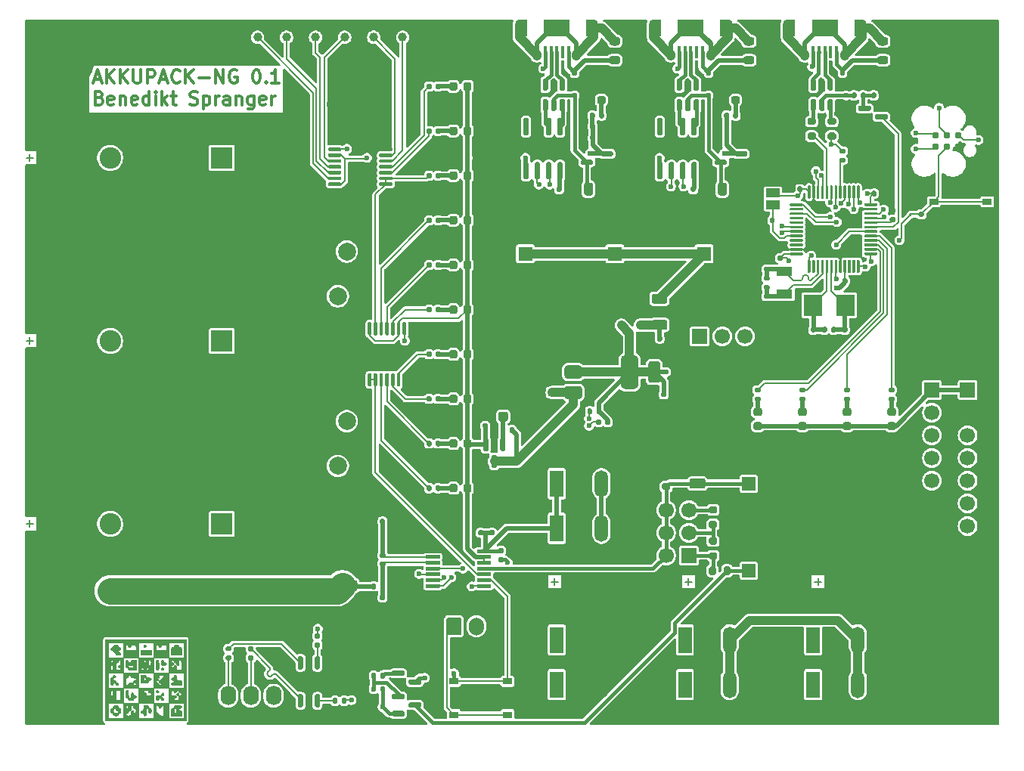
<source format=gtl>
G04 #@! TF.GenerationSoftware,KiCad,Pcbnew,9.0.1+1*
G04 #@! TF.CreationDate,2025-05-15T19:50:51+00:00*
G04 #@! TF.ProjectId,akkupack-ng,616b6b75-7061-4636-9b2d-6e672e6b6963,rev?*
G04 #@! TF.SameCoordinates,Original*
G04 #@! TF.FileFunction,Copper,L1,Top*
G04 #@! TF.FilePolarity,Positive*
%FSLAX46Y46*%
G04 Gerber Fmt 4.6, Leading zero omitted, Abs format (unit mm)*
G04 Created by KiCad (PCBNEW 9.0.1+1) date 2025-05-15 19:50:51*
%MOMM*%
%LPD*%
G01*
G04 APERTURE LIST*
%ADD10C,0.300000*%
G04 #@! TA.AperFunction,NonConductor*
%ADD11C,0.300000*%
G04 #@! TD*
%ADD12C,0.200000*%
G04 #@! TA.AperFunction,NonConductor*
%ADD13C,0.200000*%
G04 #@! TD*
G04 #@! TA.AperFunction,EtchedComponent*
%ADD14C,0.010000*%
G04 #@! TD*
G04 #@! TA.AperFunction,ConnectorPad*
%ADD15C,0.787400*%
G04 #@! TD*
G04 #@! TA.AperFunction,SMDPad,CuDef*
%ADD16C,1.000000*%
G04 #@! TD*
G04 #@! TA.AperFunction,SMDPad,CuDef*
%ADD17R,1.000000X0.750000*%
G04 #@! TD*
G04 #@! TA.AperFunction,SMDPad,CuDef*
%ADD18R,1.500000X1.500000*%
G04 #@! TD*
G04 #@! TA.AperFunction,ComponentPad*
%ADD19R,2.413000X2.413000*%
G04 #@! TD*
G04 #@! TA.AperFunction,ComponentPad*
%ADD20C,2.413000*%
G04 #@! TD*
G04 #@! TA.AperFunction,ComponentPad*
%ADD21R,1.700000X1.700000*%
G04 #@! TD*
G04 #@! TA.AperFunction,ComponentPad*
%ADD22C,1.700000*%
G04 #@! TD*
G04 #@! TA.AperFunction,ComponentPad*
%ADD23C,6.400000*%
G04 #@! TD*
G04 #@! TA.AperFunction,ComponentPad*
%ADD24R,1.500000X3.000000*%
G04 #@! TD*
G04 #@! TA.AperFunction,ComponentPad*
%ADD25O,1.500000X3.000000*%
G04 #@! TD*
G04 #@! TA.AperFunction,SMDPad,CuDef*
%ADD26R,0.400000X1.350000*%
G04 #@! TD*
G04 #@! TA.AperFunction,HeatsinkPad*
%ADD27O,1.000000X1.900000*%
G04 #@! TD*
G04 #@! TA.AperFunction,SMDPad,CuDef*
%ADD28R,0.875000X1.900000*%
G04 #@! TD*
G04 #@! TA.AperFunction,HeatsinkPad*
%ADD29O,1.050000X1.250000*%
G04 #@! TD*
G04 #@! TA.AperFunction,SMDPad,CuDef*
%ADD30R,2.900000X1.900000*%
G04 #@! TD*
G04 #@! TA.AperFunction,ComponentPad*
%ADD31C,2.000000*%
G04 #@! TD*
G04 #@! TA.AperFunction,SMDPad,CuDef*
%ADD32R,2.000000X2.400000*%
G04 #@! TD*
G04 #@! TA.AperFunction,ComponentPad*
%ADD33O,1.740000X2.190000*%
G04 #@! TD*
G04 #@! TA.AperFunction,ComponentPad*
%ADD34R,1.600000X1.600000*%
G04 #@! TD*
G04 #@! TA.AperFunction,ComponentPad*
%ADD35C,1.600000*%
G04 #@! TD*
G04 #@! TA.AperFunction,SMDPad,CuDef*
%ADD36R,1.800000X1.000000*%
G04 #@! TD*
G04 #@! TA.AperFunction,ComponentPad*
%ADD37O,1.700000X2.000000*%
G04 #@! TD*
G04 #@! TA.AperFunction,SMDPad,CuDef*
%ADD38R,1.500000X1.000000*%
G04 #@! TD*
G04 #@! TA.AperFunction,ViaPad*
%ADD39C,0.600000*%
G04 #@! TD*
G04 #@! TA.AperFunction,Conductor*
%ADD40C,0.500000*%
G04 #@! TD*
G04 #@! TA.AperFunction,Conductor*
%ADD41C,0.400000*%
G04 #@! TD*
G04 #@! TA.AperFunction,Conductor*
%ADD42C,0.200000*%
G04 #@! TD*
G04 #@! TA.AperFunction,Conductor*
%ADD43C,1.000000*%
G04 #@! TD*
G04 #@! TA.AperFunction,Conductor*
%ADD44C,3.000000*%
G04 #@! TD*
G04 APERTURE END LIST*
D10*
D11*
X58233082Y-52207341D02*
X58947368Y-52207341D01*
X58090225Y-52635912D02*
X58590225Y-51135912D01*
X58590225Y-51135912D02*
X59090225Y-52635912D01*
X59590224Y-52635912D02*
X59590224Y-51135912D01*
X60447367Y-52635912D02*
X59804510Y-51778769D01*
X60447367Y-51135912D02*
X59590224Y-51993055D01*
X61090224Y-52635912D02*
X61090224Y-51135912D01*
X61947367Y-52635912D02*
X61304510Y-51778769D01*
X61947367Y-51135912D02*
X61090224Y-51993055D01*
X62590224Y-51135912D02*
X62590224Y-52350198D01*
X62590224Y-52350198D02*
X62661653Y-52493055D01*
X62661653Y-52493055D02*
X62733082Y-52564484D01*
X62733082Y-52564484D02*
X62875939Y-52635912D01*
X62875939Y-52635912D02*
X63161653Y-52635912D01*
X63161653Y-52635912D02*
X63304510Y-52564484D01*
X63304510Y-52564484D02*
X63375939Y-52493055D01*
X63375939Y-52493055D02*
X63447367Y-52350198D01*
X63447367Y-52350198D02*
X63447367Y-51135912D01*
X64161653Y-52635912D02*
X64161653Y-51135912D01*
X64161653Y-51135912D02*
X64733082Y-51135912D01*
X64733082Y-51135912D02*
X64875939Y-51207341D01*
X64875939Y-51207341D02*
X64947368Y-51278769D01*
X64947368Y-51278769D02*
X65018796Y-51421626D01*
X65018796Y-51421626D02*
X65018796Y-51635912D01*
X65018796Y-51635912D02*
X64947368Y-51778769D01*
X64947368Y-51778769D02*
X64875939Y-51850198D01*
X64875939Y-51850198D02*
X64733082Y-51921626D01*
X64733082Y-51921626D02*
X64161653Y-51921626D01*
X65590225Y-52207341D02*
X66304511Y-52207341D01*
X65447368Y-52635912D02*
X65947368Y-51135912D01*
X65947368Y-51135912D02*
X66447368Y-52635912D01*
X67804510Y-52493055D02*
X67733082Y-52564484D01*
X67733082Y-52564484D02*
X67518796Y-52635912D01*
X67518796Y-52635912D02*
X67375939Y-52635912D01*
X67375939Y-52635912D02*
X67161653Y-52564484D01*
X67161653Y-52564484D02*
X67018796Y-52421626D01*
X67018796Y-52421626D02*
X66947367Y-52278769D01*
X66947367Y-52278769D02*
X66875939Y-51993055D01*
X66875939Y-51993055D02*
X66875939Y-51778769D01*
X66875939Y-51778769D02*
X66947367Y-51493055D01*
X66947367Y-51493055D02*
X67018796Y-51350198D01*
X67018796Y-51350198D02*
X67161653Y-51207341D01*
X67161653Y-51207341D02*
X67375939Y-51135912D01*
X67375939Y-51135912D02*
X67518796Y-51135912D01*
X67518796Y-51135912D02*
X67733082Y-51207341D01*
X67733082Y-51207341D02*
X67804510Y-51278769D01*
X68447367Y-52635912D02*
X68447367Y-51135912D01*
X69304510Y-52635912D02*
X68661653Y-51778769D01*
X69304510Y-51135912D02*
X68447367Y-51993055D01*
X69947367Y-52064484D02*
X71090225Y-52064484D01*
X71804510Y-52635912D02*
X71804510Y-51135912D01*
X71804510Y-51135912D02*
X72661653Y-52635912D01*
X72661653Y-52635912D02*
X72661653Y-51135912D01*
X74161654Y-51207341D02*
X74018797Y-51135912D01*
X74018797Y-51135912D02*
X73804511Y-51135912D01*
X73804511Y-51135912D02*
X73590225Y-51207341D01*
X73590225Y-51207341D02*
X73447368Y-51350198D01*
X73447368Y-51350198D02*
X73375939Y-51493055D01*
X73375939Y-51493055D02*
X73304511Y-51778769D01*
X73304511Y-51778769D02*
X73304511Y-51993055D01*
X73304511Y-51993055D02*
X73375939Y-52278769D01*
X73375939Y-52278769D02*
X73447368Y-52421626D01*
X73447368Y-52421626D02*
X73590225Y-52564484D01*
X73590225Y-52564484D02*
X73804511Y-52635912D01*
X73804511Y-52635912D02*
X73947368Y-52635912D01*
X73947368Y-52635912D02*
X74161654Y-52564484D01*
X74161654Y-52564484D02*
X74233082Y-52493055D01*
X74233082Y-52493055D02*
X74233082Y-51993055D01*
X74233082Y-51993055D02*
X73947368Y-51993055D01*
X76304511Y-51135912D02*
X76447368Y-51135912D01*
X76447368Y-51135912D02*
X76590225Y-51207341D01*
X76590225Y-51207341D02*
X76661654Y-51278769D01*
X76661654Y-51278769D02*
X76733082Y-51421626D01*
X76733082Y-51421626D02*
X76804511Y-51707341D01*
X76804511Y-51707341D02*
X76804511Y-52064484D01*
X76804511Y-52064484D02*
X76733082Y-52350198D01*
X76733082Y-52350198D02*
X76661654Y-52493055D01*
X76661654Y-52493055D02*
X76590225Y-52564484D01*
X76590225Y-52564484D02*
X76447368Y-52635912D01*
X76447368Y-52635912D02*
X76304511Y-52635912D01*
X76304511Y-52635912D02*
X76161654Y-52564484D01*
X76161654Y-52564484D02*
X76090225Y-52493055D01*
X76090225Y-52493055D02*
X76018796Y-52350198D01*
X76018796Y-52350198D02*
X75947368Y-52064484D01*
X75947368Y-52064484D02*
X75947368Y-51707341D01*
X75947368Y-51707341D02*
X76018796Y-51421626D01*
X76018796Y-51421626D02*
X76090225Y-51278769D01*
X76090225Y-51278769D02*
X76161654Y-51207341D01*
X76161654Y-51207341D02*
X76304511Y-51135912D01*
X77447367Y-52493055D02*
X77518796Y-52564484D01*
X77518796Y-52564484D02*
X77447367Y-52635912D01*
X77447367Y-52635912D02*
X77375939Y-52564484D01*
X77375939Y-52564484D02*
X77447367Y-52493055D01*
X77447367Y-52493055D02*
X77447367Y-52635912D01*
X78947368Y-52635912D02*
X78090225Y-52635912D01*
X78518796Y-52635912D02*
X78518796Y-51135912D01*
X78518796Y-51135912D02*
X78375939Y-51350198D01*
X78375939Y-51350198D02*
X78233082Y-51493055D01*
X78233082Y-51493055D02*
X78090225Y-51564484D01*
X58804510Y-54265114D02*
X59018796Y-54336542D01*
X59018796Y-54336542D02*
X59090225Y-54407971D01*
X59090225Y-54407971D02*
X59161653Y-54550828D01*
X59161653Y-54550828D02*
X59161653Y-54765114D01*
X59161653Y-54765114D02*
X59090225Y-54907971D01*
X59090225Y-54907971D02*
X59018796Y-54979400D01*
X59018796Y-54979400D02*
X58875939Y-55050828D01*
X58875939Y-55050828D02*
X58304510Y-55050828D01*
X58304510Y-55050828D02*
X58304510Y-53550828D01*
X58304510Y-53550828D02*
X58804510Y-53550828D01*
X58804510Y-53550828D02*
X58947368Y-53622257D01*
X58947368Y-53622257D02*
X59018796Y-53693685D01*
X59018796Y-53693685D02*
X59090225Y-53836542D01*
X59090225Y-53836542D02*
X59090225Y-53979400D01*
X59090225Y-53979400D02*
X59018796Y-54122257D01*
X59018796Y-54122257D02*
X58947368Y-54193685D01*
X58947368Y-54193685D02*
X58804510Y-54265114D01*
X58804510Y-54265114D02*
X58304510Y-54265114D01*
X60375939Y-54979400D02*
X60233082Y-55050828D01*
X60233082Y-55050828D02*
X59947368Y-55050828D01*
X59947368Y-55050828D02*
X59804510Y-54979400D01*
X59804510Y-54979400D02*
X59733082Y-54836542D01*
X59733082Y-54836542D02*
X59733082Y-54265114D01*
X59733082Y-54265114D02*
X59804510Y-54122257D01*
X59804510Y-54122257D02*
X59947368Y-54050828D01*
X59947368Y-54050828D02*
X60233082Y-54050828D01*
X60233082Y-54050828D02*
X60375939Y-54122257D01*
X60375939Y-54122257D02*
X60447368Y-54265114D01*
X60447368Y-54265114D02*
X60447368Y-54407971D01*
X60447368Y-54407971D02*
X59733082Y-54550828D01*
X61090224Y-54050828D02*
X61090224Y-55050828D01*
X61090224Y-54193685D02*
X61161653Y-54122257D01*
X61161653Y-54122257D02*
X61304510Y-54050828D01*
X61304510Y-54050828D02*
X61518796Y-54050828D01*
X61518796Y-54050828D02*
X61661653Y-54122257D01*
X61661653Y-54122257D02*
X61733082Y-54265114D01*
X61733082Y-54265114D02*
X61733082Y-55050828D01*
X63018796Y-54979400D02*
X62875939Y-55050828D01*
X62875939Y-55050828D02*
X62590225Y-55050828D01*
X62590225Y-55050828D02*
X62447367Y-54979400D01*
X62447367Y-54979400D02*
X62375939Y-54836542D01*
X62375939Y-54836542D02*
X62375939Y-54265114D01*
X62375939Y-54265114D02*
X62447367Y-54122257D01*
X62447367Y-54122257D02*
X62590225Y-54050828D01*
X62590225Y-54050828D02*
X62875939Y-54050828D01*
X62875939Y-54050828D02*
X63018796Y-54122257D01*
X63018796Y-54122257D02*
X63090225Y-54265114D01*
X63090225Y-54265114D02*
X63090225Y-54407971D01*
X63090225Y-54407971D02*
X62375939Y-54550828D01*
X64375939Y-55050828D02*
X64375939Y-53550828D01*
X64375939Y-54979400D02*
X64233081Y-55050828D01*
X64233081Y-55050828D02*
X63947367Y-55050828D01*
X63947367Y-55050828D02*
X63804510Y-54979400D01*
X63804510Y-54979400D02*
X63733081Y-54907971D01*
X63733081Y-54907971D02*
X63661653Y-54765114D01*
X63661653Y-54765114D02*
X63661653Y-54336542D01*
X63661653Y-54336542D02*
X63733081Y-54193685D01*
X63733081Y-54193685D02*
X63804510Y-54122257D01*
X63804510Y-54122257D02*
X63947367Y-54050828D01*
X63947367Y-54050828D02*
X64233081Y-54050828D01*
X64233081Y-54050828D02*
X64375939Y-54122257D01*
X65090224Y-55050828D02*
X65090224Y-54050828D01*
X65090224Y-53550828D02*
X65018796Y-53622257D01*
X65018796Y-53622257D02*
X65090224Y-53693685D01*
X65090224Y-53693685D02*
X65161653Y-53622257D01*
X65161653Y-53622257D02*
X65090224Y-53550828D01*
X65090224Y-53550828D02*
X65090224Y-53693685D01*
X65804510Y-55050828D02*
X65804510Y-53550828D01*
X65947368Y-54479400D02*
X66375939Y-55050828D01*
X66375939Y-54050828D02*
X65804510Y-54622257D01*
X66804511Y-54050828D02*
X67375939Y-54050828D01*
X67018796Y-53550828D02*
X67018796Y-54836542D01*
X67018796Y-54836542D02*
X67090225Y-54979400D01*
X67090225Y-54979400D02*
X67233082Y-55050828D01*
X67233082Y-55050828D02*
X67375939Y-55050828D01*
X68947368Y-54979400D02*
X69161654Y-55050828D01*
X69161654Y-55050828D02*
X69518796Y-55050828D01*
X69518796Y-55050828D02*
X69661654Y-54979400D01*
X69661654Y-54979400D02*
X69733082Y-54907971D01*
X69733082Y-54907971D02*
X69804511Y-54765114D01*
X69804511Y-54765114D02*
X69804511Y-54622257D01*
X69804511Y-54622257D02*
X69733082Y-54479400D01*
X69733082Y-54479400D02*
X69661654Y-54407971D01*
X69661654Y-54407971D02*
X69518796Y-54336542D01*
X69518796Y-54336542D02*
X69233082Y-54265114D01*
X69233082Y-54265114D02*
X69090225Y-54193685D01*
X69090225Y-54193685D02*
X69018796Y-54122257D01*
X69018796Y-54122257D02*
X68947368Y-53979400D01*
X68947368Y-53979400D02*
X68947368Y-53836542D01*
X68947368Y-53836542D02*
X69018796Y-53693685D01*
X69018796Y-53693685D02*
X69090225Y-53622257D01*
X69090225Y-53622257D02*
X69233082Y-53550828D01*
X69233082Y-53550828D02*
X69590225Y-53550828D01*
X69590225Y-53550828D02*
X69804511Y-53622257D01*
X70447367Y-54050828D02*
X70447367Y-55550828D01*
X70447367Y-54122257D02*
X70590225Y-54050828D01*
X70590225Y-54050828D02*
X70875939Y-54050828D01*
X70875939Y-54050828D02*
X71018796Y-54122257D01*
X71018796Y-54122257D02*
X71090225Y-54193685D01*
X71090225Y-54193685D02*
X71161653Y-54336542D01*
X71161653Y-54336542D02*
X71161653Y-54765114D01*
X71161653Y-54765114D02*
X71090225Y-54907971D01*
X71090225Y-54907971D02*
X71018796Y-54979400D01*
X71018796Y-54979400D02*
X70875939Y-55050828D01*
X70875939Y-55050828D02*
X70590225Y-55050828D01*
X70590225Y-55050828D02*
X70447367Y-54979400D01*
X71804510Y-55050828D02*
X71804510Y-54050828D01*
X71804510Y-54336542D02*
X71875939Y-54193685D01*
X71875939Y-54193685D02*
X71947368Y-54122257D01*
X71947368Y-54122257D02*
X72090225Y-54050828D01*
X72090225Y-54050828D02*
X72233082Y-54050828D01*
X73375939Y-55050828D02*
X73375939Y-54265114D01*
X73375939Y-54265114D02*
X73304510Y-54122257D01*
X73304510Y-54122257D02*
X73161653Y-54050828D01*
X73161653Y-54050828D02*
X72875939Y-54050828D01*
X72875939Y-54050828D02*
X72733081Y-54122257D01*
X73375939Y-54979400D02*
X73233081Y-55050828D01*
X73233081Y-55050828D02*
X72875939Y-55050828D01*
X72875939Y-55050828D02*
X72733081Y-54979400D01*
X72733081Y-54979400D02*
X72661653Y-54836542D01*
X72661653Y-54836542D02*
X72661653Y-54693685D01*
X72661653Y-54693685D02*
X72733081Y-54550828D01*
X72733081Y-54550828D02*
X72875939Y-54479400D01*
X72875939Y-54479400D02*
X73233081Y-54479400D01*
X73233081Y-54479400D02*
X73375939Y-54407971D01*
X74090224Y-54050828D02*
X74090224Y-55050828D01*
X74090224Y-54193685D02*
X74161653Y-54122257D01*
X74161653Y-54122257D02*
X74304510Y-54050828D01*
X74304510Y-54050828D02*
X74518796Y-54050828D01*
X74518796Y-54050828D02*
X74661653Y-54122257D01*
X74661653Y-54122257D02*
X74733082Y-54265114D01*
X74733082Y-54265114D02*
X74733082Y-55050828D01*
X76090225Y-54050828D02*
X76090225Y-55265114D01*
X76090225Y-55265114D02*
X76018796Y-55407971D01*
X76018796Y-55407971D02*
X75947367Y-55479400D01*
X75947367Y-55479400D02*
X75804510Y-55550828D01*
X75804510Y-55550828D02*
X75590225Y-55550828D01*
X75590225Y-55550828D02*
X75447367Y-55479400D01*
X76090225Y-54979400D02*
X75947367Y-55050828D01*
X75947367Y-55050828D02*
X75661653Y-55050828D01*
X75661653Y-55050828D02*
X75518796Y-54979400D01*
X75518796Y-54979400D02*
X75447367Y-54907971D01*
X75447367Y-54907971D02*
X75375939Y-54765114D01*
X75375939Y-54765114D02*
X75375939Y-54336542D01*
X75375939Y-54336542D02*
X75447367Y-54193685D01*
X75447367Y-54193685D02*
X75518796Y-54122257D01*
X75518796Y-54122257D02*
X75661653Y-54050828D01*
X75661653Y-54050828D02*
X75947367Y-54050828D01*
X75947367Y-54050828D02*
X76090225Y-54122257D01*
X77375939Y-54979400D02*
X77233082Y-55050828D01*
X77233082Y-55050828D02*
X76947368Y-55050828D01*
X76947368Y-55050828D02*
X76804510Y-54979400D01*
X76804510Y-54979400D02*
X76733082Y-54836542D01*
X76733082Y-54836542D02*
X76733082Y-54265114D01*
X76733082Y-54265114D02*
X76804510Y-54122257D01*
X76804510Y-54122257D02*
X76947368Y-54050828D01*
X76947368Y-54050828D02*
X77233082Y-54050828D01*
X77233082Y-54050828D02*
X77375939Y-54122257D01*
X77375939Y-54122257D02*
X77447368Y-54265114D01*
X77447368Y-54265114D02*
X77447368Y-54407971D01*
X77447368Y-54407971D02*
X76733082Y-54550828D01*
X78090224Y-55050828D02*
X78090224Y-54050828D01*
X78090224Y-54336542D02*
X78161653Y-54193685D01*
X78161653Y-54193685D02*
X78233082Y-54122257D01*
X78233082Y-54122257D02*
X78375939Y-54050828D01*
X78375939Y-54050828D02*
X78518796Y-54050828D01*
D12*
D13*
X50619673Y-81486266D02*
X51381578Y-81486266D01*
X51000625Y-81867219D02*
X51000625Y-81105314D01*
D12*
D13*
X109369673Y-108486266D02*
X110131578Y-108486266D01*
X109750625Y-108867219D02*
X109750625Y-108105314D01*
D12*
D13*
X124369673Y-108486266D02*
X125131578Y-108486266D01*
X124750625Y-108867219D02*
X124750625Y-108105314D01*
D12*
D13*
X50619673Y-60986266D02*
X51381578Y-60986266D01*
X51000625Y-61367219D02*
X51000625Y-60605314D01*
D12*
D13*
X50619673Y-101986266D02*
X51381578Y-101986266D01*
X51000625Y-102367219D02*
X51000625Y-101605314D01*
D12*
D13*
X138869673Y-108486266D02*
X139631578Y-108486266D01*
X139250625Y-108867219D02*
X139250625Y-108105314D01*
D14*
X64566017Y-116669917D02*
X63433983Y-116669917D01*
X63433983Y-116103900D01*
X64566017Y-116103900D01*
X64566017Y-116669917D01*
G04 #@! TA.AperFunction,EtchedComponent*
G36*
X64566017Y-116669917D02*
G01*
X63433983Y-116669917D01*
X63433983Y-116103900D01*
X64566017Y-116103900D01*
X64566017Y-116669917D01*
G37*
G04 #@! TD.AperFunction*
X63976745Y-115587912D02*
X64000000Y-115679387D01*
X63949971Y-115797636D01*
X63858496Y-115820892D01*
X63740248Y-115770862D01*
X63716992Y-115679387D01*
X63767021Y-115561139D01*
X63858496Y-115537883D01*
X63976745Y-115587912D01*
G04 #@! TA.AperFunction,EtchedComponent*
G36*
X63976745Y-115587912D02*
G01*
X64000000Y-115679387D01*
X63949971Y-115797636D01*
X63858496Y-115820892D01*
X63740248Y-115770862D01*
X63716992Y-115679387D01*
X63767021Y-115561139D01*
X63858496Y-115537883D01*
X63976745Y-115587912D01*
G37*
G04 #@! TD.AperFunction*
X65391786Y-120682063D02*
X65415042Y-120773538D01*
X65365013Y-120891786D01*
X65273538Y-120915042D01*
X65155289Y-120865013D01*
X65132034Y-120773538D01*
X65182063Y-120655289D01*
X65273538Y-120632034D01*
X65391786Y-120682063D01*
G04 #@! TA.AperFunction,EtchedComponent*
G36*
X65391786Y-120682063D02*
G01*
X65415042Y-120773538D01*
X65365013Y-120891786D01*
X65273538Y-120915042D01*
X65155289Y-120865013D01*
X65132034Y-120773538D01*
X65182063Y-120655289D01*
X65273538Y-120632034D01*
X65391786Y-120682063D01*
G37*
G04 #@! TD.AperFunction*
X65957803Y-118134988D02*
X65981059Y-118226463D01*
X65931029Y-118344711D01*
X65839555Y-118367967D01*
X65721306Y-118317937D01*
X65698050Y-118226463D01*
X65748080Y-118108214D01*
X65839555Y-118084958D01*
X65957803Y-118134988D01*
G04 #@! TA.AperFunction,EtchedComponent*
G36*
X65957803Y-118134988D02*
G01*
X65981059Y-118226463D01*
X65931029Y-118344711D01*
X65839555Y-118367967D01*
X65721306Y-118317937D01*
X65698050Y-118226463D01*
X65748080Y-118108214D01*
X65839555Y-118084958D01*
X65957803Y-118134988D01*
G37*
G04 #@! TD.AperFunction*
X67655853Y-120965071D02*
X67679109Y-121056546D01*
X67629080Y-121174795D01*
X67537605Y-121198050D01*
X67419356Y-121148021D01*
X67396100Y-121056546D01*
X67446130Y-120938298D01*
X67537605Y-120915042D01*
X67655853Y-120965071D01*
G04 #@! TA.AperFunction,EtchedComponent*
G36*
X67655853Y-120965071D02*
G01*
X67679109Y-121056546D01*
X67629080Y-121174795D01*
X67537605Y-121198050D01*
X67419356Y-121148021D01*
X67396100Y-121056546D01*
X67446130Y-120938298D01*
X67537605Y-120915042D01*
X67655853Y-120965071D01*
G37*
G04 #@! TD.AperFunction*
X65957803Y-117285963D02*
X65981059Y-117377438D01*
X66031088Y-117495686D01*
X66122563Y-117518942D01*
X66240811Y-117568971D01*
X66264067Y-117660446D01*
X66240334Y-117753023D01*
X66144410Y-117793939D01*
X65981059Y-117801950D01*
X65799910Y-117795142D01*
X65719417Y-117747485D01*
X65698731Y-117618131D01*
X65698050Y-117518942D01*
X65709917Y-117333787D01*
X65757879Y-117251956D01*
X65839555Y-117235933D01*
X65957803Y-117285963D01*
G04 #@! TA.AperFunction,EtchedComponent*
G36*
X65957803Y-117285963D02*
G01*
X65981059Y-117377438D01*
X66031088Y-117495686D01*
X66122563Y-117518942D01*
X66240811Y-117568971D01*
X66264067Y-117660446D01*
X66240334Y-117753023D01*
X66144410Y-117793939D01*
X65981059Y-117801950D01*
X65799910Y-117795142D01*
X65719417Y-117747485D01*
X65698731Y-117618131D01*
X65698050Y-117518942D01*
X65709917Y-117333787D01*
X65757879Y-117251956D01*
X65839555Y-117235933D01*
X65957803Y-117285963D01*
G37*
G04 #@! TD.AperFunction*
X65344041Y-117247750D02*
X65386296Y-117302177D01*
X65407417Y-117427678D01*
X65414521Y-117652715D01*
X65415042Y-117801950D01*
X65412088Y-118083964D01*
X65398481Y-118252982D01*
X65367106Y-118337467D01*
X65310846Y-118365884D01*
X65273538Y-118367967D01*
X65203034Y-118356150D01*
X65160780Y-118301723D01*
X65139659Y-118176223D01*
X65132554Y-117951185D01*
X65132034Y-117801950D01*
X65134988Y-117519936D01*
X65148595Y-117350918D01*
X65179970Y-117266433D01*
X65236229Y-117238016D01*
X65273538Y-117235933D01*
X65344041Y-117247750D01*
G04 #@! TA.AperFunction,EtchedComponent*
G36*
X65344041Y-117247750D02*
G01*
X65386296Y-117302177D01*
X65407417Y-117427678D01*
X65414521Y-117652715D01*
X65415042Y-117801950D01*
X65412088Y-118083964D01*
X65398481Y-118252982D01*
X65367106Y-118337467D01*
X65310846Y-118365884D01*
X65273538Y-118367967D01*
X65203034Y-118356150D01*
X65160780Y-118301723D01*
X65139659Y-118176223D01*
X65132554Y-117951185D01*
X65132034Y-117801950D01*
X65134988Y-117519936D01*
X65148595Y-117350918D01*
X65179970Y-117266433D01*
X65236229Y-117238016D01*
X65273538Y-117235933D01*
X65344041Y-117247750D01*
G37*
G04 #@! TD.AperFunction*
X67581255Y-115549750D02*
X67663086Y-115597712D01*
X67679109Y-115679387D01*
X67729138Y-115797636D01*
X67820613Y-115820892D01*
X67899646Y-115836381D01*
X67942351Y-115904423D01*
X67959516Y-116057380D01*
X67962117Y-116245404D01*
X67962117Y-116669917D01*
X66830084Y-116669917D01*
X66830084Y-116245404D01*
X66835247Y-116008305D01*
X66857928Y-115880189D01*
X66908913Y-115828696D01*
X66971588Y-115820892D01*
X67089836Y-115770862D01*
X67113092Y-115679387D01*
X67136825Y-115586810D01*
X67232749Y-115545895D01*
X67396100Y-115537883D01*
X67581255Y-115549750D01*
G04 #@! TA.AperFunction,EtchedComponent*
G36*
X67581255Y-115549750D02*
G01*
X67663086Y-115597712D01*
X67679109Y-115679387D01*
X67729138Y-115797636D01*
X67820613Y-115820892D01*
X67899646Y-115836381D01*
X67942351Y-115904423D01*
X67959516Y-116057380D01*
X67962117Y-116245404D01*
X67962117Y-116669917D01*
X66830084Y-116669917D01*
X66830084Y-116245404D01*
X66835247Y-116008305D01*
X66857928Y-115880189D01*
X66908913Y-115828696D01*
X66971588Y-115820892D01*
X67089836Y-115770862D01*
X67113092Y-115679387D01*
X67136825Y-115586810D01*
X67232749Y-115545895D01*
X67396100Y-115537883D01*
X67581255Y-115549750D01*
G37*
G04 #@! TD.AperFunction*
X63902146Y-118945850D02*
X63983977Y-118993812D01*
X64000000Y-119075488D01*
X64023733Y-119168065D01*
X64119657Y-119208980D01*
X64283009Y-119216992D01*
X64468163Y-119228858D01*
X64549994Y-119276820D01*
X64566017Y-119358496D01*
X64515988Y-119476745D01*
X64424513Y-119500000D01*
X64306264Y-119550029D01*
X64283009Y-119641504D01*
X64267519Y-119720537D01*
X64199477Y-119763243D01*
X64046520Y-119780407D01*
X63858496Y-119783009D01*
X63433983Y-119783009D01*
X63433983Y-119358496D01*
X63716992Y-119358496D01*
X63767021Y-119476745D01*
X63858496Y-119500000D01*
X63976745Y-119449971D01*
X64000000Y-119358496D01*
X63949971Y-119240248D01*
X63858496Y-119216992D01*
X63740248Y-119267021D01*
X63716992Y-119358496D01*
X63433983Y-119358496D01*
X63433983Y-118933983D01*
X63716992Y-118933983D01*
X63902146Y-118945850D01*
G04 #@! TA.AperFunction,EtchedComponent*
G36*
X63902146Y-118945850D02*
G01*
X63983977Y-118993812D01*
X64000000Y-119075488D01*
X64023733Y-119168065D01*
X64119657Y-119208980D01*
X64283009Y-119216992D01*
X64468163Y-119228858D01*
X64549994Y-119276820D01*
X64566017Y-119358496D01*
X64515988Y-119476745D01*
X64424513Y-119500000D01*
X64306264Y-119550029D01*
X64283009Y-119641504D01*
X64267519Y-119720537D01*
X64199477Y-119763243D01*
X64046520Y-119780407D01*
X63858496Y-119783009D01*
X63433983Y-119783009D01*
X63433983Y-119358496D01*
X63716992Y-119358496D01*
X63767021Y-119476745D01*
X63858496Y-119500000D01*
X63976745Y-119449971D01*
X64000000Y-119358496D01*
X63949971Y-119240248D01*
X63858496Y-119216992D01*
X63740248Y-119267021D01*
X63716992Y-119358496D01*
X63433983Y-119358496D01*
X63433983Y-118933983D01*
X63716992Y-118933983D01*
X63902146Y-118945850D01*
G37*
G04 #@! TD.AperFunction*
X65957803Y-120965071D02*
X65981059Y-121056546D01*
X65931029Y-121174795D01*
X65839555Y-121198050D01*
X65721306Y-121248080D01*
X65698050Y-121339555D01*
X65748080Y-121457803D01*
X65839555Y-121481059D01*
X65957803Y-121531088D01*
X65981059Y-121622563D01*
X65931029Y-121740811D01*
X65839555Y-121764067D01*
X65721306Y-121714038D01*
X65698050Y-121622563D01*
X65648021Y-121504314D01*
X65556546Y-121481059D01*
X65438298Y-121531088D01*
X65415042Y-121622563D01*
X65365013Y-121740811D01*
X65273538Y-121764067D01*
X65180961Y-121740334D01*
X65140045Y-121644410D01*
X65132034Y-121481059D01*
X65138842Y-121299910D01*
X65186499Y-121219417D01*
X65315853Y-121198731D01*
X65415042Y-121198050D01*
X65600196Y-121186184D01*
X65682027Y-121138222D01*
X65698050Y-121056546D01*
X65748080Y-120938298D01*
X65839555Y-120915042D01*
X65957803Y-120965071D01*
G04 #@! TA.AperFunction,EtchedComponent*
G36*
X65957803Y-120965071D02*
G01*
X65981059Y-121056546D01*
X65931029Y-121174795D01*
X65839555Y-121198050D01*
X65721306Y-121248080D01*
X65698050Y-121339555D01*
X65748080Y-121457803D01*
X65839555Y-121481059D01*
X65957803Y-121531088D01*
X65981059Y-121622563D01*
X65931029Y-121740811D01*
X65839555Y-121764067D01*
X65721306Y-121714038D01*
X65698050Y-121622563D01*
X65648021Y-121504314D01*
X65556546Y-121481059D01*
X65438298Y-121531088D01*
X65415042Y-121622563D01*
X65365013Y-121740811D01*
X65273538Y-121764067D01*
X65180961Y-121740334D01*
X65140045Y-121644410D01*
X65132034Y-121481059D01*
X65138842Y-121299910D01*
X65186499Y-121219417D01*
X65315853Y-121198731D01*
X65415042Y-121198050D01*
X65600196Y-121186184D01*
X65682027Y-121138222D01*
X65698050Y-121056546D01*
X65748080Y-120938298D01*
X65839555Y-120915042D01*
X65957803Y-120965071D01*
G37*
G04 #@! TD.AperFunction*
X67347173Y-118957716D02*
X67388089Y-119053640D01*
X67396100Y-119216992D01*
X67402909Y-119398140D01*
X67450565Y-119478633D01*
X67579920Y-119499320D01*
X67679109Y-119500000D01*
X67860257Y-119506808D01*
X67940750Y-119554465D01*
X67961437Y-119683820D01*
X67962117Y-119783009D01*
X67962117Y-120066017D01*
X67396100Y-120066017D01*
X67114087Y-120063063D01*
X66945069Y-120049456D01*
X66860583Y-120018081D01*
X66832167Y-119961821D01*
X66830084Y-119924513D01*
X66880113Y-119806264D01*
X66971588Y-119783009D01*
X67089836Y-119732979D01*
X67113092Y-119641504D01*
X67063063Y-119523256D01*
X66971588Y-119500000D01*
X66853339Y-119449971D01*
X66830084Y-119358496D01*
X66880113Y-119240248D01*
X66971588Y-119216992D01*
X67089836Y-119166963D01*
X67113092Y-119075488D01*
X67163121Y-118957239D01*
X67254596Y-118933983D01*
X67347173Y-118957716D01*
G04 #@! TA.AperFunction,EtchedComponent*
G36*
X67347173Y-118957716D02*
G01*
X67388089Y-119053640D01*
X67396100Y-119216992D01*
X67402909Y-119398140D01*
X67450565Y-119478633D01*
X67579920Y-119499320D01*
X67679109Y-119500000D01*
X67860257Y-119506808D01*
X67940750Y-119554465D01*
X67961437Y-119683820D01*
X67962117Y-119783009D01*
X67962117Y-120066017D01*
X67396100Y-120066017D01*
X67114087Y-120063063D01*
X66945069Y-120049456D01*
X66860583Y-120018081D01*
X66832167Y-119961821D01*
X66830084Y-119924513D01*
X66880113Y-119806264D01*
X66971588Y-119783009D01*
X67089836Y-119732979D01*
X67113092Y-119641504D01*
X67063063Y-119523256D01*
X66971588Y-119500000D01*
X66853339Y-119449971D01*
X66830084Y-119358496D01*
X66880113Y-119240248D01*
X66971588Y-119216992D01*
X67089836Y-119166963D01*
X67113092Y-119075488D01*
X67163121Y-118957239D01*
X67254596Y-118933983D01*
X67347173Y-118957716D01*
G37*
G04 #@! TD.AperFunction*
X60580644Y-118984013D02*
X60603900Y-119075488D01*
X60553871Y-119193736D01*
X60462396Y-119216992D01*
X60344147Y-119267021D01*
X60320892Y-119358496D01*
X60370921Y-119476745D01*
X60462396Y-119500000D01*
X60580644Y-119550029D01*
X60603900Y-119641504D01*
X60653929Y-119759753D01*
X60745404Y-119783009D01*
X60863653Y-119833038D01*
X60886908Y-119924513D01*
X60836879Y-120042761D01*
X60745404Y-120066017D01*
X60627156Y-120015988D01*
X60603900Y-119924513D01*
X60553871Y-119806264D01*
X60462396Y-119783009D01*
X60344147Y-119833038D01*
X60320892Y-119924513D01*
X60270862Y-120042761D01*
X60179387Y-120066017D01*
X60100354Y-120050527D01*
X60057649Y-119982485D01*
X60040485Y-119829529D01*
X60037883Y-119641504D01*
X60043046Y-119404406D01*
X60065727Y-119276290D01*
X60116713Y-119224796D01*
X60179387Y-119216992D01*
X60297636Y-119166963D01*
X60320892Y-119075488D01*
X60370921Y-118957239D01*
X60462396Y-118933983D01*
X60580644Y-118984013D01*
G04 #@! TA.AperFunction,EtchedComponent*
G36*
X60580644Y-118984013D02*
G01*
X60603900Y-119075488D01*
X60553871Y-119193736D01*
X60462396Y-119216992D01*
X60344147Y-119267021D01*
X60320892Y-119358496D01*
X60370921Y-119476745D01*
X60462396Y-119500000D01*
X60580644Y-119550029D01*
X60603900Y-119641504D01*
X60653929Y-119759753D01*
X60745404Y-119783009D01*
X60863653Y-119833038D01*
X60886908Y-119924513D01*
X60836879Y-120042761D01*
X60745404Y-120066017D01*
X60627156Y-120015988D01*
X60603900Y-119924513D01*
X60553871Y-119806264D01*
X60462396Y-119783009D01*
X60344147Y-119833038D01*
X60320892Y-119924513D01*
X60270862Y-120042761D01*
X60179387Y-120066017D01*
X60100354Y-120050527D01*
X60057649Y-119982485D01*
X60040485Y-119829529D01*
X60037883Y-119641504D01*
X60043046Y-119404406D01*
X60065727Y-119276290D01*
X60116713Y-119224796D01*
X60179387Y-119216992D01*
X60297636Y-119166963D01*
X60320892Y-119075488D01*
X60370921Y-118957239D01*
X60462396Y-118933983D01*
X60580644Y-118984013D01*
G37*
G04 #@! TD.AperFunction*
X60789054Y-115549750D02*
X60870885Y-115597712D01*
X60886908Y-115679387D01*
X60936938Y-115797636D01*
X61028412Y-115820892D01*
X61146661Y-115870921D01*
X61169917Y-115962396D01*
X61119887Y-116080644D01*
X61028412Y-116103900D01*
X60910164Y-116153929D01*
X60886908Y-116245404D01*
X60936938Y-116363653D01*
X61028412Y-116386908D01*
X61146661Y-116436938D01*
X61169917Y-116528412D01*
X61146184Y-116620990D01*
X61050260Y-116661905D01*
X60886908Y-116669917D01*
X60701754Y-116658050D01*
X60619923Y-116610088D01*
X60603900Y-116528412D01*
X60553871Y-116410164D01*
X60462396Y-116386908D01*
X60344147Y-116336879D01*
X60320892Y-116245404D01*
X60270862Y-116127156D01*
X60179387Y-116103900D01*
X60061139Y-116053871D01*
X60037883Y-115962396D01*
X60087912Y-115844147D01*
X60179387Y-115820892D01*
X60297636Y-115770862D01*
X60320892Y-115679387D01*
X60344624Y-115586810D01*
X60440548Y-115545895D01*
X60603900Y-115537883D01*
X60789054Y-115549750D01*
G04 #@! TA.AperFunction,EtchedComponent*
G36*
X60789054Y-115549750D02*
G01*
X60870885Y-115597712D01*
X60886908Y-115679387D01*
X60936938Y-115797636D01*
X61028412Y-115820892D01*
X61146661Y-115870921D01*
X61169917Y-115962396D01*
X61119887Y-116080644D01*
X61028412Y-116103900D01*
X60910164Y-116153929D01*
X60886908Y-116245404D01*
X60936938Y-116363653D01*
X61028412Y-116386908D01*
X61146661Y-116436938D01*
X61169917Y-116528412D01*
X61146184Y-116620990D01*
X61050260Y-116661905D01*
X60886908Y-116669917D01*
X60701754Y-116658050D01*
X60619923Y-116610088D01*
X60603900Y-116528412D01*
X60553871Y-116410164D01*
X60462396Y-116386908D01*
X60344147Y-116336879D01*
X60320892Y-116245404D01*
X60270862Y-116127156D01*
X60179387Y-116103900D01*
X60061139Y-116053871D01*
X60037883Y-115962396D01*
X60087912Y-115844147D01*
X60179387Y-115820892D01*
X60297636Y-115770862D01*
X60320892Y-115679387D01*
X60344624Y-115586810D01*
X60440548Y-115545895D01*
X60603900Y-115537883D01*
X60789054Y-115549750D01*
G37*
G04 #@! TD.AperFunction*
X61956470Y-120647523D02*
X61999176Y-120715566D01*
X62016340Y-120868522D01*
X62018942Y-121056546D01*
X62024105Y-121293645D01*
X62046786Y-121421761D01*
X62097771Y-121473254D01*
X62160446Y-121481059D01*
X62253023Y-121457326D01*
X62293939Y-121361402D01*
X62301950Y-121198050D01*
X62313816Y-121012896D01*
X62361778Y-120931065D01*
X62443454Y-120915042D01*
X62561703Y-120965071D01*
X62584958Y-121056546D01*
X62634988Y-121174795D01*
X62726463Y-121198050D01*
X62844711Y-121248080D01*
X62867967Y-121339555D01*
X62817937Y-121457803D01*
X62726463Y-121481059D01*
X62608214Y-121531088D01*
X62584958Y-121622563D01*
X62561226Y-121715140D01*
X62465302Y-121756056D01*
X62301950Y-121764067D01*
X62116796Y-121752201D01*
X62034965Y-121704239D01*
X62018942Y-121622563D01*
X61968912Y-121504314D01*
X61877438Y-121481059D01*
X61798405Y-121465569D01*
X61755699Y-121397527D01*
X61738535Y-121244571D01*
X61735933Y-121056546D01*
X61741097Y-120819447D01*
X61763777Y-120691332D01*
X61814763Y-120639838D01*
X61877438Y-120632034D01*
X61956470Y-120647523D01*
G04 #@! TA.AperFunction,EtchedComponent*
G36*
X61956470Y-120647523D02*
G01*
X61999176Y-120715566D01*
X62016340Y-120868522D01*
X62018942Y-121056546D01*
X62024105Y-121293645D01*
X62046786Y-121421761D01*
X62097771Y-121473254D01*
X62160446Y-121481059D01*
X62253023Y-121457326D01*
X62293939Y-121361402D01*
X62301950Y-121198050D01*
X62313816Y-121012896D01*
X62361778Y-120931065D01*
X62443454Y-120915042D01*
X62561703Y-120965071D01*
X62584958Y-121056546D01*
X62634988Y-121174795D01*
X62726463Y-121198050D01*
X62844711Y-121248080D01*
X62867967Y-121339555D01*
X62817937Y-121457803D01*
X62726463Y-121481059D01*
X62608214Y-121531088D01*
X62584958Y-121622563D01*
X62561226Y-121715140D01*
X62465302Y-121756056D01*
X62301950Y-121764067D01*
X62116796Y-121752201D01*
X62034965Y-121704239D01*
X62018942Y-121622563D01*
X61968912Y-121504314D01*
X61877438Y-121481059D01*
X61798405Y-121465569D01*
X61755699Y-121397527D01*
X61738535Y-121244571D01*
X61735933Y-121056546D01*
X61741097Y-120819447D01*
X61763777Y-120691332D01*
X61814763Y-120639838D01*
X61877438Y-120632034D01*
X61956470Y-120647523D01*
G37*
G04 #@! TD.AperFunction*
X64185155Y-122341950D02*
X64266986Y-122389912D01*
X64283009Y-122471588D01*
X64333038Y-122589836D01*
X64424513Y-122613092D01*
X64517090Y-122636825D01*
X64558005Y-122732749D01*
X64566017Y-122896100D01*
X64554151Y-123081255D01*
X64506189Y-123163086D01*
X64424513Y-123179109D01*
X64331936Y-123155376D01*
X64291020Y-123059452D01*
X64283009Y-122896100D01*
X64271142Y-122710946D01*
X64223180Y-122629115D01*
X64141504Y-122613092D01*
X64062471Y-122628582D01*
X64019766Y-122696624D01*
X64002602Y-122849580D01*
X64000000Y-123037605D01*
X63994837Y-123274704D01*
X63972156Y-123402819D01*
X63921171Y-123454313D01*
X63858496Y-123462117D01*
X63740248Y-123412088D01*
X63716992Y-123320613D01*
X63666963Y-123202365D01*
X63575488Y-123179109D01*
X63457239Y-123129080D01*
X63433983Y-123037605D01*
X63484013Y-122919356D01*
X63575488Y-122896100D01*
X63668065Y-122872368D01*
X63708980Y-122776444D01*
X63716992Y-122613092D01*
X63723800Y-122431944D01*
X63771457Y-122351451D01*
X63900811Y-122330764D01*
X64000000Y-122330084D01*
X64185155Y-122341950D01*
G04 #@! TA.AperFunction,EtchedComponent*
G36*
X64185155Y-122341950D02*
G01*
X64266986Y-122389912D01*
X64283009Y-122471588D01*
X64333038Y-122589836D01*
X64424513Y-122613092D01*
X64517090Y-122636825D01*
X64558005Y-122732749D01*
X64566017Y-122896100D01*
X64554151Y-123081255D01*
X64506189Y-123163086D01*
X64424513Y-123179109D01*
X64331936Y-123155376D01*
X64291020Y-123059452D01*
X64283009Y-122896100D01*
X64271142Y-122710946D01*
X64223180Y-122629115D01*
X64141504Y-122613092D01*
X64062471Y-122628582D01*
X64019766Y-122696624D01*
X64002602Y-122849580D01*
X64000000Y-123037605D01*
X63994837Y-123274704D01*
X63972156Y-123402819D01*
X63921171Y-123454313D01*
X63858496Y-123462117D01*
X63740248Y-123412088D01*
X63716992Y-123320613D01*
X63666963Y-123202365D01*
X63575488Y-123179109D01*
X63457239Y-123129080D01*
X63433983Y-123037605D01*
X63484013Y-122919356D01*
X63575488Y-122896100D01*
X63668065Y-122872368D01*
X63708980Y-122776444D01*
X63716992Y-122613092D01*
X63723800Y-122431944D01*
X63771457Y-122351451D01*
X63900811Y-122330764D01*
X64000000Y-122330084D01*
X64185155Y-122341950D01*
G37*
G04 #@! TD.AperFunction*
X62867967Y-118367967D02*
X62443454Y-118367967D01*
X62206355Y-118362804D01*
X62078240Y-118340123D01*
X62026746Y-118289137D01*
X62018942Y-118226463D01*
X61968912Y-118108214D01*
X61877438Y-118084958D01*
X61798405Y-118069469D01*
X61755699Y-118001427D01*
X61749194Y-117943454D01*
X62018942Y-117943454D01*
X62042675Y-118036031D01*
X62138598Y-118076947D01*
X62301950Y-118084958D01*
X62487104Y-118073092D01*
X62568935Y-118025130D01*
X62584958Y-117943454D01*
X62561226Y-117850877D01*
X62465302Y-117809962D01*
X62301950Y-117801950D01*
X62116796Y-117813816D01*
X62034965Y-117861778D01*
X62018942Y-117943454D01*
X61749194Y-117943454D01*
X61738535Y-117848470D01*
X61735933Y-117660446D01*
X61741097Y-117423347D01*
X61763777Y-117295231D01*
X61814763Y-117243738D01*
X61877438Y-117235933D01*
X61995686Y-117285963D01*
X62018942Y-117377438D01*
X62068971Y-117495686D01*
X62160446Y-117518942D01*
X62278694Y-117468912D01*
X62301950Y-117377438D01*
X62325683Y-117284860D01*
X62421607Y-117243945D01*
X62584958Y-117235933D01*
X62867967Y-117235933D01*
X62867967Y-118367967D01*
G04 #@! TA.AperFunction,EtchedComponent*
G36*
X62867967Y-118367967D02*
G01*
X62443454Y-118367967D01*
X62206355Y-118362804D01*
X62078240Y-118340123D01*
X62026746Y-118289137D01*
X62018942Y-118226463D01*
X61968912Y-118108214D01*
X61877438Y-118084958D01*
X61798405Y-118069469D01*
X61755699Y-118001427D01*
X61749194Y-117943454D01*
X62018942Y-117943454D01*
X62042675Y-118036031D01*
X62138598Y-118076947D01*
X62301950Y-118084958D01*
X62487104Y-118073092D01*
X62568935Y-118025130D01*
X62584958Y-117943454D01*
X62561226Y-117850877D01*
X62465302Y-117809962D01*
X62301950Y-117801950D01*
X62116796Y-117813816D01*
X62034965Y-117861778D01*
X62018942Y-117943454D01*
X61749194Y-117943454D01*
X61738535Y-117848470D01*
X61735933Y-117660446D01*
X61741097Y-117423347D01*
X61763777Y-117295231D01*
X61814763Y-117243738D01*
X61877438Y-117235933D01*
X61995686Y-117285963D01*
X62018942Y-117377438D01*
X62068971Y-117495686D01*
X62160446Y-117518942D01*
X62278694Y-117468912D01*
X62301950Y-117377438D01*
X62325683Y-117284860D01*
X62421607Y-117243945D01*
X62584958Y-117235933D01*
X62867967Y-117235933D01*
X62867967Y-118367967D01*
G37*
G04 #@! TD.AperFunction*
X67774704Y-122335247D02*
X67902819Y-122357928D01*
X67954313Y-122408913D01*
X67962117Y-122471588D01*
X67912088Y-122589836D01*
X67820613Y-122613092D01*
X67702365Y-122663121D01*
X67679109Y-122754596D01*
X67729138Y-122872845D01*
X67820613Y-122896100D01*
X67913190Y-122919833D01*
X67954106Y-123015757D01*
X67962117Y-123179109D01*
X67962117Y-123462117D01*
X66830084Y-123462117D01*
X66830084Y-123037605D01*
X66833165Y-122896100D01*
X67113092Y-122896100D01*
X67124959Y-123081255D01*
X67172920Y-123163086D01*
X67254596Y-123179109D01*
X67347173Y-123155376D01*
X67388089Y-123059452D01*
X67396100Y-122896100D01*
X67384234Y-122710946D01*
X67336272Y-122629115D01*
X67254596Y-122613092D01*
X67162019Y-122636825D01*
X67121104Y-122732749D01*
X67113092Y-122896100D01*
X66833165Y-122896100D01*
X66835247Y-122800506D01*
X66857928Y-122672390D01*
X66908913Y-122620896D01*
X66971588Y-122613092D01*
X67089836Y-122563063D01*
X67113092Y-122471588D01*
X67128582Y-122392555D01*
X67196624Y-122349850D01*
X67349580Y-122332685D01*
X67537605Y-122330084D01*
X67774704Y-122335247D01*
G04 #@! TA.AperFunction,EtchedComponent*
G36*
X67774704Y-122335247D02*
G01*
X67902819Y-122357928D01*
X67954313Y-122408913D01*
X67962117Y-122471588D01*
X67912088Y-122589836D01*
X67820613Y-122613092D01*
X67702365Y-122663121D01*
X67679109Y-122754596D01*
X67729138Y-122872845D01*
X67820613Y-122896100D01*
X67913190Y-122919833D01*
X67954106Y-123015757D01*
X67962117Y-123179109D01*
X67962117Y-123462117D01*
X66830084Y-123462117D01*
X66830084Y-123037605D01*
X66833165Y-122896100D01*
X67113092Y-122896100D01*
X67124959Y-123081255D01*
X67172920Y-123163086D01*
X67254596Y-123179109D01*
X67347173Y-123155376D01*
X67388089Y-123059452D01*
X67396100Y-122896100D01*
X67384234Y-122710946D01*
X67336272Y-122629115D01*
X67254596Y-122613092D01*
X67162019Y-122636825D01*
X67121104Y-122732749D01*
X67113092Y-122896100D01*
X66833165Y-122896100D01*
X66835247Y-122800506D01*
X66857928Y-122672390D01*
X66908913Y-122620896D01*
X66971588Y-122613092D01*
X67089836Y-122563063D01*
X67113092Y-122471588D01*
X67128582Y-122392555D01*
X67196624Y-122349850D01*
X67349580Y-122332685D01*
X67537605Y-122330084D01*
X67774704Y-122335247D01*
G37*
G04 #@! TD.AperFunction*
X60789054Y-122341950D02*
X60870885Y-122389912D01*
X60886908Y-122471588D01*
X60936938Y-122589836D01*
X61028412Y-122613092D01*
X61120990Y-122636825D01*
X61161905Y-122732749D01*
X61169917Y-122896100D01*
X61158050Y-123081255D01*
X61110088Y-123163086D01*
X61028412Y-123179109D01*
X60910164Y-123229138D01*
X60886908Y-123320613D01*
X60863175Y-123413190D01*
X60767252Y-123454106D01*
X60603900Y-123462117D01*
X60418746Y-123450251D01*
X60336915Y-123402289D01*
X60320892Y-123320613D01*
X60270862Y-123202365D01*
X60179387Y-123179109D01*
X60086810Y-123155376D01*
X60045895Y-123059452D01*
X60037883Y-122896100D01*
X60320892Y-122896100D01*
X60327700Y-123077249D01*
X60375357Y-123157742D01*
X60504711Y-123178428D01*
X60603900Y-123179109D01*
X60789054Y-123167242D01*
X60870885Y-123119281D01*
X60886908Y-123037605D01*
X60836879Y-122919356D01*
X60745404Y-122896100D01*
X60627156Y-122846071D01*
X60603900Y-122754596D01*
X60553871Y-122636348D01*
X60462396Y-122613092D01*
X60369819Y-122636825D01*
X60328903Y-122732749D01*
X60320892Y-122896100D01*
X60037883Y-122896100D01*
X60049750Y-122710946D01*
X60097712Y-122629115D01*
X60179387Y-122613092D01*
X60297636Y-122563063D01*
X60320892Y-122471588D01*
X60344624Y-122379011D01*
X60440548Y-122338095D01*
X60603900Y-122330084D01*
X60789054Y-122341950D01*
G04 #@! TA.AperFunction,EtchedComponent*
G36*
X60789054Y-122341950D02*
G01*
X60870885Y-122389912D01*
X60886908Y-122471588D01*
X60936938Y-122589836D01*
X61028412Y-122613092D01*
X61120990Y-122636825D01*
X61161905Y-122732749D01*
X61169917Y-122896100D01*
X61158050Y-123081255D01*
X61110088Y-123163086D01*
X61028412Y-123179109D01*
X60910164Y-123229138D01*
X60886908Y-123320613D01*
X60863175Y-123413190D01*
X60767252Y-123454106D01*
X60603900Y-123462117D01*
X60418746Y-123450251D01*
X60336915Y-123402289D01*
X60320892Y-123320613D01*
X60270862Y-123202365D01*
X60179387Y-123179109D01*
X60086810Y-123155376D01*
X60045895Y-123059452D01*
X60037883Y-122896100D01*
X60320892Y-122896100D01*
X60327700Y-123077249D01*
X60375357Y-123157742D01*
X60504711Y-123178428D01*
X60603900Y-123179109D01*
X60789054Y-123167242D01*
X60870885Y-123119281D01*
X60886908Y-123037605D01*
X60836879Y-122919356D01*
X60745404Y-122896100D01*
X60627156Y-122846071D01*
X60603900Y-122754596D01*
X60553871Y-122636348D01*
X60462396Y-122613092D01*
X60369819Y-122636825D01*
X60328903Y-122732749D01*
X60320892Y-122896100D01*
X60037883Y-122896100D01*
X60049750Y-122710946D01*
X60097712Y-122629115D01*
X60179387Y-122613092D01*
X60297636Y-122563063D01*
X60320892Y-122471588D01*
X60344624Y-122379011D01*
X60440548Y-122338095D01*
X60603900Y-122330084D01*
X60789054Y-122341950D01*
G37*
G04 #@! TD.AperFunction*
X63150975Y-120349025D02*
X64849025Y-120349025D01*
X64849025Y-119641504D01*
X65132034Y-119641504D01*
X65182063Y-119759753D01*
X65273538Y-119783009D01*
X65391786Y-119833038D01*
X65415042Y-119924513D01*
X65465071Y-120042761D01*
X65556546Y-120066017D01*
X65674795Y-120015988D01*
X65698050Y-119924513D01*
X65648021Y-119806264D01*
X65556546Y-119783009D01*
X65438298Y-119732979D01*
X65415042Y-119641504D01*
X65465071Y-119523256D01*
X65556546Y-119500000D01*
X65674795Y-119449971D01*
X65698050Y-119358496D01*
X65748080Y-119240248D01*
X65839555Y-119216992D01*
X65957803Y-119166963D01*
X65981059Y-119075488D01*
X65957326Y-118982911D01*
X65861402Y-118941995D01*
X65698050Y-118933983D01*
X65516902Y-118940792D01*
X65436409Y-118988448D01*
X65415723Y-119117803D01*
X65415042Y-119216992D01*
X65403176Y-119402146D01*
X65355214Y-119483977D01*
X65273538Y-119500000D01*
X65155289Y-119550029D01*
X65132034Y-119641504D01*
X64849025Y-119641504D01*
X64849025Y-118650975D01*
X66547075Y-118650975D01*
X66547075Y-120349025D01*
X64849025Y-120349025D01*
X64849025Y-122047075D01*
X63150975Y-122047075D01*
X63150975Y-120773538D01*
X63716992Y-120773538D01*
X63767021Y-120891786D01*
X63858496Y-120915042D01*
X63976745Y-120965071D01*
X64000000Y-121056546D01*
X64023733Y-121149123D01*
X64119657Y-121190039D01*
X64283009Y-121198050D01*
X64468163Y-121186184D01*
X64549994Y-121138222D01*
X64566017Y-121056546D01*
X64515988Y-120938298D01*
X64424513Y-120915042D01*
X64306264Y-120865013D01*
X64283009Y-120773538D01*
X64259276Y-120680961D01*
X64163352Y-120640045D01*
X64000000Y-120632034D01*
X63814846Y-120643900D01*
X63733015Y-120691862D01*
X63716992Y-120773538D01*
X63150975Y-120773538D01*
X63150975Y-120349025D01*
X61452925Y-120349025D01*
X61452925Y-119641504D01*
X61735933Y-119641504D01*
X61741097Y-119878603D01*
X61763777Y-120006719D01*
X61814763Y-120058213D01*
X61877438Y-120066017D01*
X61995686Y-120015988D01*
X62018942Y-119924513D01*
X62042675Y-119831936D01*
X62138598Y-119791020D01*
X62301950Y-119783009D01*
X62487104Y-119794875D01*
X62568935Y-119842837D01*
X62584958Y-119924513D01*
X62634988Y-120042761D01*
X62726463Y-120066017D01*
X62844711Y-120015988D01*
X62867967Y-119924513D01*
X62817937Y-119806264D01*
X62726463Y-119783009D01*
X62608214Y-119732979D01*
X62584958Y-119641504D01*
X62634988Y-119523256D01*
X62726463Y-119500000D01*
X62844711Y-119449971D01*
X62867967Y-119358496D01*
X62844234Y-119265919D01*
X62748310Y-119225003D01*
X62584958Y-119216992D01*
X62399804Y-119205125D01*
X62317973Y-119157164D01*
X62301950Y-119075488D01*
X62251921Y-118957239D01*
X62160446Y-118933983D01*
X62042197Y-118984013D01*
X62018942Y-119075488D01*
X61968912Y-119193736D01*
X61877438Y-119216992D01*
X61798405Y-119232481D01*
X61755699Y-119300524D01*
X61738535Y-119453480D01*
X61735933Y-119641504D01*
X61452925Y-119641504D01*
X61452925Y-118650975D01*
X63150975Y-118650975D01*
X63150975Y-120349025D01*
G04 #@! TA.AperFunction,EtchedComponent*
G36*
X63150975Y-120349025D02*
G01*
X64849025Y-120349025D01*
X64849025Y-119641504D01*
X65132034Y-119641504D01*
X65182063Y-119759753D01*
X65273538Y-119783009D01*
X65391786Y-119833038D01*
X65415042Y-119924513D01*
X65465071Y-120042761D01*
X65556546Y-120066017D01*
X65674795Y-120015988D01*
X65698050Y-119924513D01*
X65648021Y-119806264D01*
X65556546Y-119783009D01*
X65438298Y-119732979D01*
X65415042Y-119641504D01*
X65465071Y-119523256D01*
X65556546Y-119500000D01*
X65674795Y-119449971D01*
X65698050Y-119358496D01*
X65748080Y-119240248D01*
X65839555Y-119216992D01*
X65957803Y-119166963D01*
X65981059Y-119075488D01*
X65957326Y-118982911D01*
X65861402Y-118941995D01*
X65698050Y-118933983D01*
X65516902Y-118940792D01*
X65436409Y-118988448D01*
X65415723Y-119117803D01*
X65415042Y-119216992D01*
X65403176Y-119402146D01*
X65355214Y-119483977D01*
X65273538Y-119500000D01*
X65155289Y-119550029D01*
X65132034Y-119641504D01*
X64849025Y-119641504D01*
X64849025Y-118650975D01*
X66547075Y-118650975D01*
X66547075Y-120349025D01*
X64849025Y-120349025D01*
X64849025Y-122047075D01*
X63150975Y-122047075D01*
X63150975Y-120773538D01*
X63716992Y-120773538D01*
X63767021Y-120891786D01*
X63858496Y-120915042D01*
X63976745Y-120965071D01*
X64000000Y-121056546D01*
X64023733Y-121149123D01*
X64119657Y-121190039D01*
X64283009Y-121198050D01*
X64468163Y-121186184D01*
X64549994Y-121138222D01*
X64566017Y-121056546D01*
X64515988Y-120938298D01*
X64424513Y-120915042D01*
X64306264Y-120865013D01*
X64283009Y-120773538D01*
X64259276Y-120680961D01*
X64163352Y-120640045D01*
X64000000Y-120632034D01*
X63814846Y-120643900D01*
X63733015Y-120691862D01*
X63716992Y-120773538D01*
X63150975Y-120773538D01*
X63150975Y-120349025D01*
X61452925Y-120349025D01*
X61452925Y-119641504D01*
X61735933Y-119641504D01*
X61741097Y-119878603D01*
X61763777Y-120006719D01*
X61814763Y-120058213D01*
X61877438Y-120066017D01*
X61995686Y-120015988D01*
X62018942Y-119924513D01*
X62042675Y-119831936D01*
X62138598Y-119791020D01*
X62301950Y-119783009D01*
X62487104Y-119794875D01*
X62568935Y-119842837D01*
X62584958Y-119924513D01*
X62634988Y-120042761D01*
X62726463Y-120066017D01*
X62844711Y-120015988D01*
X62867967Y-119924513D01*
X62817937Y-119806264D01*
X62726463Y-119783009D01*
X62608214Y-119732979D01*
X62584958Y-119641504D01*
X62634988Y-119523256D01*
X62726463Y-119500000D01*
X62844711Y-119449971D01*
X62867967Y-119358496D01*
X62844234Y-119265919D01*
X62748310Y-119225003D01*
X62584958Y-119216992D01*
X62399804Y-119205125D01*
X62317973Y-119157164D01*
X62301950Y-119075488D01*
X62251921Y-118957239D01*
X62160446Y-118933983D01*
X62042197Y-118984013D01*
X62018942Y-119075488D01*
X61968912Y-119193736D01*
X61877438Y-119216992D01*
X61798405Y-119232481D01*
X61755699Y-119300524D01*
X61738535Y-119453480D01*
X61735933Y-119641504D01*
X61452925Y-119641504D01*
X61452925Y-118650975D01*
X63150975Y-118650975D01*
X63150975Y-120349025D01*
G37*
G04 #@! TD.AperFunction*
X64849025Y-118650975D02*
X63150975Y-118650975D01*
X63150975Y-118226463D01*
X63433983Y-118226463D01*
X63484013Y-118344711D01*
X63575488Y-118367967D01*
X63693736Y-118317937D01*
X63716992Y-118226463D01*
X64000000Y-118226463D01*
X64050029Y-118344711D01*
X64141504Y-118367967D01*
X64259753Y-118317937D01*
X64283009Y-118226463D01*
X64232979Y-118108214D01*
X64141504Y-118084958D01*
X64023256Y-118134988D01*
X64000000Y-118226463D01*
X63716992Y-118226463D01*
X63666963Y-118108214D01*
X63575488Y-118084958D01*
X63457239Y-118134988D01*
X63433983Y-118226463D01*
X63150975Y-118226463D01*
X63150975Y-117377438D01*
X63716992Y-117377438D01*
X63767021Y-117495686D01*
X63858496Y-117518942D01*
X64283009Y-117518942D01*
X64294875Y-117704096D01*
X64342837Y-117785927D01*
X64424513Y-117801950D01*
X64517090Y-117778217D01*
X64558005Y-117682293D01*
X64566017Y-117518942D01*
X64554151Y-117333787D01*
X64506189Y-117251956D01*
X64424513Y-117235933D01*
X64331936Y-117259666D01*
X64291020Y-117355590D01*
X64283009Y-117518942D01*
X63858496Y-117518942D01*
X63976745Y-117468912D01*
X64000000Y-117377438D01*
X63949971Y-117259189D01*
X63858496Y-117235933D01*
X63740248Y-117285963D01*
X63716992Y-117377438D01*
X63150975Y-117377438D01*
X63150975Y-116952925D01*
X64849025Y-116952925D01*
X64849025Y-118650975D01*
G04 #@! TA.AperFunction,EtchedComponent*
G36*
X64849025Y-118650975D02*
G01*
X63150975Y-118650975D01*
X63150975Y-118226463D01*
X63433983Y-118226463D01*
X63484013Y-118344711D01*
X63575488Y-118367967D01*
X63693736Y-118317937D01*
X63716992Y-118226463D01*
X64000000Y-118226463D01*
X64050029Y-118344711D01*
X64141504Y-118367967D01*
X64259753Y-118317937D01*
X64283009Y-118226463D01*
X64232979Y-118108214D01*
X64141504Y-118084958D01*
X64023256Y-118134988D01*
X64000000Y-118226463D01*
X63716992Y-118226463D01*
X63666963Y-118108214D01*
X63575488Y-118084958D01*
X63457239Y-118134988D01*
X63433983Y-118226463D01*
X63150975Y-118226463D01*
X63150975Y-117377438D01*
X63716992Y-117377438D01*
X63767021Y-117495686D01*
X63858496Y-117518942D01*
X64283009Y-117518942D01*
X64294875Y-117704096D01*
X64342837Y-117785927D01*
X64424513Y-117801950D01*
X64517090Y-117778217D01*
X64558005Y-117682293D01*
X64566017Y-117518942D01*
X64554151Y-117333787D01*
X64506189Y-117251956D01*
X64424513Y-117235933D01*
X64331936Y-117259666D01*
X64291020Y-117355590D01*
X64283009Y-117518942D01*
X63858496Y-117518942D01*
X63976745Y-117468912D01*
X64000000Y-117377438D01*
X63949971Y-117259189D01*
X63858496Y-117235933D01*
X63740248Y-117285963D01*
X63716992Y-117377438D01*
X63150975Y-117377438D01*
X63150975Y-116952925D01*
X64849025Y-116952925D01*
X64849025Y-118650975D01*
G37*
G04 #@! TD.AperFunction*
X68528134Y-124028134D02*
X59471867Y-124028134D01*
X59471867Y-122047075D01*
X59471867Y-121764067D01*
X60603900Y-121764067D01*
X61169917Y-121764067D01*
X61169917Y-120632034D01*
X60603900Y-120632034D01*
X60603900Y-121764067D01*
X59471867Y-121764067D01*
X59471867Y-120915042D01*
X60037883Y-120915042D01*
X60049750Y-121100196D01*
X60097712Y-121182027D01*
X60179387Y-121198050D01*
X60271965Y-121174318D01*
X60312880Y-121078394D01*
X60320892Y-120915042D01*
X60309025Y-120729888D01*
X60261063Y-120648057D01*
X60179387Y-120632034D01*
X60086810Y-120655766D01*
X60045895Y-120751690D01*
X60037883Y-120915042D01*
X59471867Y-120915042D01*
X59471867Y-120349025D01*
X59754875Y-120349025D01*
X61452925Y-120349025D01*
X61452925Y-122047075D01*
X59754875Y-122047075D01*
X59754875Y-123745126D01*
X61452925Y-123745126D01*
X61452925Y-123320613D01*
X61735933Y-123320613D01*
X61759666Y-123413190D01*
X61855590Y-123454106D01*
X62018942Y-123462117D01*
X62200090Y-123455309D01*
X62280583Y-123407652D01*
X62301270Y-123278298D01*
X62301950Y-123179109D01*
X62313816Y-122993955D01*
X62361778Y-122912123D01*
X62443454Y-122896100D01*
X62561703Y-122946130D01*
X62584958Y-123037605D01*
X62634988Y-123155853D01*
X62726463Y-123179109D01*
X62819040Y-123155376D01*
X62859955Y-123059452D01*
X62867967Y-122896100D01*
X62856100Y-122710946D01*
X62808138Y-122629115D01*
X62726463Y-122613092D01*
X62608214Y-122563063D01*
X62584958Y-122471588D01*
X62534929Y-122353339D01*
X62443454Y-122330084D01*
X62350877Y-122353817D01*
X62309962Y-122449740D01*
X62301950Y-122613092D01*
X62290084Y-122798246D01*
X62242122Y-122880078D01*
X62160446Y-122896100D01*
X62042197Y-122946130D01*
X62018942Y-123037605D01*
X61968912Y-123155853D01*
X61877438Y-123179109D01*
X61759189Y-123229138D01*
X61735933Y-123320613D01*
X61452925Y-123320613D01*
X61452925Y-122471588D01*
X61735933Y-122471588D01*
X61785963Y-122589836D01*
X61877438Y-122613092D01*
X61995686Y-122563063D01*
X62018942Y-122471588D01*
X61968912Y-122353339D01*
X61877438Y-122330084D01*
X61759189Y-122380113D01*
X61735933Y-122471588D01*
X61452925Y-122471588D01*
X61452925Y-122047075D01*
X63150975Y-122047075D01*
X63150975Y-123745126D01*
X64849025Y-123745126D01*
X64849025Y-122754596D01*
X65132034Y-122754596D01*
X65137197Y-122991695D01*
X65159878Y-123119811D01*
X65210863Y-123171304D01*
X65273538Y-123179109D01*
X65391786Y-123229138D01*
X65415042Y-123320613D01*
X65438775Y-123413190D01*
X65534699Y-123454106D01*
X65698050Y-123462117D01*
X65981059Y-123462117D01*
X65981059Y-122896100D01*
X65978104Y-122614087D01*
X65964498Y-122445069D01*
X65933123Y-122360583D01*
X65876863Y-122332167D01*
X65839555Y-122330084D01*
X65721306Y-122380113D01*
X65698050Y-122471588D01*
X65648021Y-122589836D01*
X65556546Y-122613092D01*
X65438298Y-122563063D01*
X65415042Y-122471588D01*
X65365013Y-122353339D01*
X65273538Y-122330084D01*
X65194505Y-122345573D01*
X65151800Y-122413616D01*
X65134635Y-122566572D01*
X65132034Y-122754596D01*
X64849025Y-122754596D01*
X64849025Y-122047075D01*
X66547075Y-122047075D01*
X66547075Y-123745126D01*
X68245126Y-123745126D01*
X68245126Y-122047075D01*
X66547075Y-122047075D01*
X66547075Y-120915042D01*
X66830084Y-120915042D01*
X66836892Y-121096190D01*
X66884549Y-121176683D01*
X67013903Y-121197370D01*
X67113092Y-121198050D01*
X67298246Y-121209917D01*
X67380078Y-121257879D01*
X67396100Y-121339555D01*
X67346071Y-121457803D01*
X67254596Y-121481059D01*
X67136348Y-121531088D01*
X67113092Y-121622563D01*
X67136825Y-121715140D01*
X67232749Y-121756056D01*
X67396100Y-121764067D01*
X67577249Y-121757259D01*
X67657742Y-121709602D01*
X67678428Y-121580248D01*
X67679109Y-121481059D01*
X67690975Y-121295904D01*
X67738937Y-121214073D01*
X67820613Y-121198050D01*
X67938862Y-121148021D01*
X67962117Y-121056546D01*
X67912088Y-120938298D01*
X67820613Y-120915042D01*
X67702365Y-120865013D01*
X67679109Y-120773538D01*
X67629080Y-120655289D01*
X67537605Y-120632034D01*
X67419356Y-120682063D01*
X67396100Y-120773538D01*
X67346071Y-120891786D01*
X67254596Y-120915042D01*
X67136348Y-120865013D01*
X67113092Y-120773538D01*
X67063063Y-120655289D01*
X66971588Y-120632034D01*
X66879011Y-120655766D01*
X66838095Y-120751690D01*
X66830084Y-120915042D01*
X66547075Y-120915042D01*
X66547075Y-120349025D01*
X68245126Y-120349025D01*
X68245126Y-118650975D01*
X66547075Y-118650975D01*
X66547075Y-117943454D01*
X66830084Y-117943454D01*
X66880113Y-118061703D01*
X66971588Y-118084958D01*
X67089836Y-118034929D01*
X67113092Y-117943454D01*
X67163121Y-117825206D01*
X67254596Y-117801950D01*
X67347173Y-117825683D01*
X67388089Y-117921607D01*
X67396100Y-118084958D01*
X67402909Y-118266107D01*
X67450565Y-118346600D01*
X67579920Y-118367286D01*
X67679109Y-118367967D01*
X67962117Y-118367967D01*
X67962117Y-117801950D01*
X67959163Y-117519936D01*
X67945556Y-117350918D01*
X67914181Y-117266433D01*
X67857922Y-117238016D01*
X67820613Y-117235933D01*
X67728036Y-117259666D01*
X67687120Y-117355590D01*
X67679109Y-117518942D01*
X67667242Y-117704096D01*
X67619281Y-117785927D01*
X67537605Y-117801950D01*
X67419356Y-117751921D01*
X67396100Y-117660446D01*
X67346071Y-117542197D01*
X67254596Y-117518942D01*
X67136348Y-117468912D01*
X67113092Y-117377438D01*
X67063063Y-117259189D01*
X66971588Y-117235933D01*
X66853339Y-117285963D01*
X66830084Y-117377438D01*
X66880113Y-117495686D01*
X66971588Y-117518942D01*
X67089836Y-117568971D01*
X67113092Y-117660446D01*
X67063063Y-117778694D01*
X66971588Y-117801950D01*
X66853339Y-117851979D01*
X66830084Y-117943454D01*
X66547075Y-117943454D01*
X66547075Y-117377438D01*
X66547075Y-116952925D01*
X68245126Y-116952925D01*
X68245126Y-115254875D01*
X66547075Y-115254875D01*
X66547075Y-116952925D01*
X64849025Y-116952925D01*
X64849025Y-116103900D01*
X65132034Y-116103900D01*
X66264067Y-116103900D01*
X66264067Y-115820892D01*
X66257259Y-115639743D01*
X66209602Y-115559250D01*
X66080248Y-115538564D01*
X65981059Y-115537883D01*
X65795904Y-115549750D01*
X65714073Y-115597712D01*
X65698050Y-115679387D01*
X65648021Y-115797636D01*
X65556546Y-115820892D01*
X65438298Y-115770862D01*
X65415042Y-115679387D01*
X65365013Y-115561139D01*
X65273538Y-115537883D01*
X65180961Y-115561616D01*
X65140045Y-115657540D01*
X65132034Y-115820892D01*
X65132034Y-116103900D01*
X64849025Y-116103900D01*
X64849025Y-115820892D01*
X64849025Y-115254875D01*
X63150975Y-115254875D01*
X63150975Y-116952925D01*
X61452925Y-116952925D01*
X61452925Y-118650975D01*
X59754875Y-118650975D01*
X59754875Y-120349025D01*
X59471867Y-120349025D01*
X59471867Y-118650975D01*
X59471867Y-118084958D01*
X60037883Y-118084958D01*
X60049750Y-118270113D01*
X60097712Y-118351944D01*
X60179387Y-118367967D01*
X60603900Y-118367967D01*
X60886908Y-118367967D01*
X61072063Y-118356100D01*
X61153894Y-118308138D01*
X61169917Y-118226463D01*
X61119887Y-118108214D01*
X61028412Y-118084958D01*
X60910164Y-118034929D01*
X60886908Y-117943454D01*
X60936938Y-117825206D01*
X61028412Y-117801950D01*
X61120990Y-117778217D01*
X61161905Y-117682293D01*
X61169917Y-117518942D01*
X61158050Y-117333787D01*
X61110088Y-117251956D01*
X61028412Y-117235933D01*
X60910164Y-117285963D01*
X60886908Y-117377438D01*
X60836879Y-117495686D01*
X60745404Y-117518942D01*
X60666371Y-117534431D01*
X60623666Y-117602474D01*
X60606501Y-117755430D01*
X60603900Y-117943454D01*
X60603900Y-118367967D01*
X60179387Y-118367967D01*
X60271965Y-118344234D01*
X60312880Y-118248310D01*
X60320892Y-118084958D01*
X60311823Y-117943454D01*
X60309025Y-117899804D01*
X60261063Y-117817973D01*
X60179387Y-117801950D01*
X60086810Y-117825683D01*
X60045895Y-117921607D01*
X60037883Y-118084958D01*
X59471867Y-118084958D01*
X59471867Y-117377438D01*
X60037883Y-117377438D01*
X60087912Y-117495686D01*
X60179387Y-117518942D01*
X60297636Y-117468912D01*
X60320892Y-117377438D01*
X60270862Y-117259189D01*
X60179387Y-117235933D01*
X60061139Y-117285963D01*
X60037883Y-117377438D01*
X59471867Y-117377438D01*
X59471867Y-116952925D01*
X59754875Y-116952925D01*
X61452925Y-116952925D01*
X61452925Y-116103900D01*
X61735933Y-116103900D01*
X62867967Y-116103900D01*
X62867967Y-115820892D01*
X62861159Y-115639743D01*
X62813502Y-115559250D01*
X62684147Y-115538564D01*
X62584958Y-115537883D01*
X62399804Y-115549750D01*
X62317973Y-115597712D01*
X62301950Y-115679387D01*
X62251921Y-115797636D01*
X62160446Y-115820892D01*
X62042197Y-115770862D01*
X62018942Y-115679387D01*
X61968912Y-115561139D01*
X61877438Y-115537883D01*
X61784860Y-115561616D01*
X61743945Y-115657540D01*
X61735933Y-115820892D01*
X61735933Y-116103900D01*
X61452925Y-116103900D01*
X61452925Y-115820892D01*
X61452925Y-115254875D01*
X59754875Y-115254875D01*
X59754875Y-116952925D01*
X59471867Y-116952925D01*
X59471867Y-115254875D01*
X59471867Y-114971867D01*
X68528134Y-114971867D01*
X68528134Y-124028134D01*
G04 #@! TA.AperFunction,EtchedComponent*
G36*
X68528134Y-124028134D02*
G01*
X59471867Y-124028134D01*
X59471867Y-122047075D01*
X59471867Y-121764067D01*
X60603900Y-121764067D01*
X61169917Y-121764067D01*
X61169917Y-120632034D01*
X60603900Y-120632034D01*
X60603900Y-121764067D01*
X59471867Y-121764067D01*
X59471867Y-120915042D01*
X60037883Y-120915042D01*
X60049750Y-121100196D01*
X60097712Y-121182027D01*
X60179387Y-121198050D01*
X60271965Y-121174318D01*
X60312880Y-121078394D01*
X60320892Y-120915042D01*
X60309025Y-120729888D01*
X60261063Y-120648057D01*
X60179387Y-120632034D01*
X60086810Y-120655766D01*
X60045895Y-120751690D01*
X60037883Y-120915042D01*
X59471867Y-120915042D01*
X59471867Y-120349025D01*
X59754875Y-120349025D01*
X61452925Y-120349025D01*
X61452925Y-122047075D01*
X59754875Y-122047075D01*
X59754875Y-123745126D01*
X61452925Y-123745126D01*
X61452925Y-123320613D01*
X61735933Y-123320613D01*
X61759666Y-123413190D01*
X61855590Y-123454106D01*
X62018942Y-123462117D01*
X62200090Y-123455309D01*
X62280583Y-123407652D01*
X62301270Y-123278298D01*
X62301950Y-123179109D01*
X62313816Y-122993955D01*
X62361778Y-122912123D01*
X62443454Y-122896100D01*
X62561703Y-122946130D01*
X62584958Y-123037605D01*
X62634988Y-123155853D01*
X62726463Y-123179109D01*
X62819040Y-123155376D01*
X62859955Y-123059452D01*
X62867967Y-122896100D01*
X62856100Y-122710946D01*
X62808138Y-122629115D01*
X62726463Y-122613092D01*
X62608214Y-122563063D01*
X62584958Y-122471588D01*
X62534929Y-122353339D01*
X62443454Y-122330084D01*
X62350877Y-122353817D01*
X62309962Y-122449740D01*
X62301950Y-122613092D01*
X62290084Y-122798246D01*
X62242122Y-122880078D01*
X62160446Y-122896100D01*
X62042197Y-122946130D01*
X62018942Y-123037605D01*
X61968912Y-123155853D01*
X61877438Y-123179109D01*
X61759189Y-123229138D01*
X61735933Y-123320613D01*
X61452925Y-123320613D01*
X61452925Y-122471588D01*
X61735933Y-122471588D01*
X61785963Y-122589836D01*
X61877438Y-122613092D01*
X61995686Y-122563063D01*
X62018942Y-122471588D01*
X61968912Y-122353339D01*
X61877438Y-122330084D01*
X61759189Y-122380113D01*
X61735933Y-122471588D01*
X61452925Y-122471588D01*
X61452925Y-122047075D01*
X63150975Y-122047075D01*
X63150975Y-123745126D01*
X64849025Y-123745126D01*
X64849025Y-122754596D01*
X65132034Y-122754596D01*
X65137197Y-122991695D01*
X65159878Y-123119811D01*
X65210863Y-123171304D01*
X65273538Y-123179109D01*
X65391786Y-123229138D01*
X65415042Y-123320613D01*
X65438775Y-123413190D01*
X65534699Y-123454106D01*
X65698050Y-123462117D01*
X65981059Y-123462117D01*
X65981059Y-122896100D01*
X65978104Y-122614087D01*
X65964498Y-122445069D01*
X65933123Y-122360583D01*
X65876863Y-122332167D01*
X65839555Y-122330084D01*
X65721306Y-122380113D01*
X65698050Y-122471588D01*
X65648021Y-122589836D01*
X65556546Y-122613092D01*
X65438298Y-122563063D01*
X65415042Y-122471588D01*
X65365013Y-122353339D01*
X65273538Y-122330084D01*
X65194505Y-122345573D01*
X65151800Y-122413616D01*
X65134635Y-122566572D01*
X65132034Y-122754596D01*
X64849025Y-122754596D01*
X64849025Y-122047075D01*
X66547075Y-122047075D01*
X66547075Y-123745126D01*
X68245126Y-123745126D01*
X68245126Y-122047075D01*
X66547075Y-122047075D01*
X66547075Y-120915042D01*
X66830084Y-120915042D01*
X66836892Y-121096190D01*
X66884549Y-121176683D01*
X67013903Y-121197370D01*
X67113092Y-121198050D01*
X67298246Y-121209917D01*
X67380078Y-121257879D01*
X67396100Y-121339555D01*
X67346071Y-121457803D01*
X67254596Y-121481059D01*
X67136348Y-121531088D01*
X67113092Y-121622563D01*
X67136825Y-121715140D01*
X67232749Y-121756056D01*
X67396100Y-121764067D01*
X67577249Y-121757259D01*
X67657742Y-121709602D01*
X67678428Y-121580248D01*
X67679109Y-121481059D01*
X67690975Y-121295904D01*
X67738937Y-121214073D01*
X67820613Y-121198050D01*
X67938862Y-121148021D01*
X67962117Y-121056546D01*
X67912088Y-120938298D01*
X67820613Y-120915042D01*
X67702365Y-120865013D01*
X67679109Y-120773538D01*
X67629080Y-120655289D01*
X67537605Y-120632034D01*
X67419356Y-120682063D01*
X67396100Y-120773538D01*
X67346071Y-120891786D01*
X67254596Y-120915042D01*
X67136348Y-120865013D01*
X67113092Y-120773538D01*
X67063063Y-120655289D01*
X66971588Y-120632034D01*
X66879011Y-120655766D01*
X66838095Y-120751690D01*
X66830084Y-120915042D01*
X66547075Y-120915042D01*
X66547075Y-120349025D01*
X68245126Y-120349025D01*
X68245126Y-118650975D01*
X66547075Y-118650975D01*
X66547075Y-117943454D01*
X66830084Y-117943454D01*
X66880113Y-118061703D01*
X66971588Y-118084958D01*
X67089836Y-118034929D01*
X67113092Y-117943454D01*
X67163121Y-117825206D01*
X67254596Y-117801950D01*
X67347173Y-117825683D01*
X67388089Y-117921607D01*
X67396100Y-118084958D01*
X67402909Y-118266107D01*
X67450565Y-118346600D01*
X67579920Y-118367286D01*
X67679109Y-118367967D01*
X67962117Y-118367967D01*
X67962117Y-117801950D01*
X67959163Y-117519936D01*
X67945556Y-117350918D01*
X67914181Y-117266433D01*
X67857922Y-117238016D01*
X67820613Y-117235933D01*
X67728036Y-117259666D01*
X67687120Y-117355590D01*
X67679109Y-117518942D01*
X67667242Y-117704096D01*
X67619281Y-117785927D01*
X67537605Y-117801950D01*
X67419356Y-117751921D01*
X67396100Y-117660446D01*
X67346071Y-117542197D01*
X67254596Y-117518942D01*
X67136348Y-117468912D01*
X67113092Y-117377438D01*
X67063063Y-117259189D01*
X66971588Y-117235933D01*
X66853339Y-117285963D01*
X66830084Y-117377438D01*
X66880113Y-117495686D01*
X66971588Y-117518942D01*
X67089836Y-117568971D01*
X67113092Y-117660446D01*
X67063063Y-117778694D01*
X66971588Y-117801950D01*
X66853339Y-117851979D01*
X66830084Y-117943454D01*
X66547075Y-117943454D01*
X66547075Y-117377438D01*
X66547075Y-116952925D01*
X68245126Y-116952925D01*
X68245126Y-115254875D01*
X66547075Y-115254875D01*
X66547075Y-116952925D01*
X64849025Y-116952925D01*
X64849025Y-116103900D01*
X65132034Y-116103900D01*
X66264067Y-116103900D01*
X66264067Y-115820892D01*
X66257259Y-115639743D01*
X66209602Y-115559250D01*
X66080248Y-115538564D01*
X65981059Y-115537883D01*
X65795904Y-115549750D01*
X65714073Y-115597712D01*
X65698050Y-115679387D01*
X65648021Y-115797636D01*
X65556546Y-115820892D01*
X65438298Y-115770862D01*
X65415042Y-115679387D01*
X65365013Y-115561139D01*
X65273538Y-115537883D01*
X65180961Y-115561616D01*
X65140045Y-115657540D01*
X65132034Y-115820892D01*
X65132034Y-116103900D01*
X64849025Y-116103900D01*
X64849025Y-115820892D01*
X64849025Y-115254875D01*
X63150975Y-115254875D01*
X63150975Y-116952925D01*
X61452925Y-116952925D01*
X61452925Y-118650975D01*
X59754875Y-118650975D01*
X59754875Y-120349025D01*
X59471867Y-120349025D01*
X59471867Y-118650975D01*
X59471867Y-118084958D01*
X60037883Y-118084958D01*
X60049750Y-118270113D01*
X60097712Y-118351944D01*
X60179387Y-118367967D01*
X60603900Y-118367967D01*
X60886908Y-118367967D01*
X61072063Y-118356100D01*
X61153894Y-118308138D01*
X61169917Y-118226463D01*
X61119887Y-118108214D01*
X61028412Y-118084958D01*
X60910164Y-118034929D01*
X60886908Y-117943454D01*
X60936938Y-117825206D01*
X61028412Y-117801950D01*
X61120990Y-117778217D01*
X61161905Y-117682293D01*
X61169917Y-117518942D01*
X61158050Y-117333787D01*
X61110088Y-117251956D01*
X61028412Y-117235933D01*
X60910164Y-117285963D01*
X60886908Y-117377438D01*
X60836879Y-117495686D01*
X60745404Y-117518942D01*
X60666371Y-117534431D01*
X60623666Y-117602474D01*
X60606501Y-117755430D01*
X60603900Y-117943454D01*
X60603900Y-118367967D01*
X60179387Y-118367967D01*
X60271965Y-118344234D01*
X60312880Y-118248310D01*
X60320892Y-118084958D01*
X60311823Y-117943454D01*
X60309025Y-117899804D01*
X60261063Y-117817973D01*
X60179387Y-117801950D01*
X60086810Y-117825683D01*
X60045895Y-117921607D01*
X60037883Y-118084958D01*
X59471867Y-118084958D01*
X59471867Y-117377438D01*
X60037883Y-117377438D01*
X60087912Y-117495686D01*
X60179387Y-117518942D01*
X60297636Y-117468912D01*
X60320892Y-117377438D01*
X60270862Y-117259189D01*
X60179387Y-117235933D01*
X60061139Y-117285963D01*
X60037883Y-117377438D01*
X59471867Y-117377438D01*
X59471867Y-116952925D01*
X59754875Y-116952925D01*
X61452925Y-116952925D01*
X61452925Y-116103900D01*
X61735933Y-116103900D01*
X62867967Y-116103900D01*
X62867967Y-115820892D01*
X62861159Y-115639743D01*
X62813502Y-115559250D01*
X62684147Y-115538564D01*
X62584958Y-115537883D01*
X62399804Y-115549750D01*
X62317973Y-115597712D01*
X62301950Y-115679387D01*
X62251921Y-115797636D01*
X62160446Y-115820892D01*
X62042197Y-115770862D01*
X62018942Y-115679387D01*
X61968912Y-115561139D01*
X61877438Y-115537883D01*
X61784860Y-115561616D01*
X61743945Y-115657540D01*
X61735933Y-115820892D01*
X61735933Y-116103900D01*
X61452925Y-116103900D01*
X61452925Y-115820892D01*
X61452925Y-115254875D01*
X59754875Y-115254875D01*
X59754875Y-116952925D01*
X59471867Y-116952925D01*
X59471867Y-115254875D01*
X59471867Y-114971867D01*
X68528134Y-114971867D01*
X68528134Y-124028134D01*
G37*
G04 #@! TD.AperFunction*
G04 #@! TA.AperFunction,SMDPad,CuDef*
G36*
G01*
X102655000Y-108765500D02*
X102655000Y-109134500D01*
G75*
G02*
X102634500Y-109155000I-20500J0D01*
G01*
X101105500Y-109155000D01*
G75*
G02*
X101085000Y-109134500I0J20500D01*
G01*
X101085000Y-108765500D01*
G75*
G02*
X101105500Y-108745000I20500J0D01*
G01*
X102634500Y-108745000D01*
G75*
G02*
X102655000Y-108765500I0J-20500D01*
G01*
G37*
G04 #@! TD.AperFunction*
G04 #@! TA.AperFunction,SMDPad,CuDef*
G36*
G01*
X102655000Y-108115500D02*
X102655000Y-108484500D01*
G75*
G02*
X102634500Y-108505000I-20500J0D01*
G01*
X101105500Y-108505000D01*
G75*
G02*
X101085000Y-108484500I0J20500D01*
G01*
X101085000Y-108115500D01*
G75*
G02*
X101105500Y-108095000I20500J0D01*
G01*
X102634500Y-108095000D01*
G75*
G02*
X102655000Y-108115500I0J-20500D01*
G01*
G37*
G04 #@! TD.AperFunction*
G04 #@! TA.AperFunction,SMDPad,CuDef*
G36*
G01*
X102655000Y-107465500D02*
X102655000Y-107834500D01*
G75*
G02*
X102634500Y-107855000I-20500J0D01*
G01*
X101105500Y-107855000D01*
G75*
G02*
X101085000Y-107834500I0J20500D01*
G01*
X101085000Y-107465500D01*
G75*
G02*
X101105500Y-107445000I20500J0D01*
G01*
X102634500Y-107445000D01*
G75*
G02*
X102655000Y-107465500I0J-20500D01*
G01*
G37*
G04 #@! TD.AperFunction*
G04 #@! TA.AperFunction,SMDPad,CuDef*
G36*
G01*
X102655000Y-106815500D02*
X102655000Y-107184500D01*
G75*
G02*
X102634500Y-107205000I-20500J0D01*
G01*
X101105500Y-107205000D01*
G75*
G02*
X101085000Y-107184500I0J20500D01*
G01*
X101085000Y-106815500D01*
G75*
G02*
X101105500Y-106795000I20500J0D01*
G01*
X102634500Y-106795000D01*
G75*
G02*
X102655000Y-106815500I0J-20500D01*
G01*
G37*
G04 #@! TD.AperFunction*
G04 #@! TA.AperFunction,SMDPad,CuDef*
G36*
G01*
X102655000Y-106165500D02*
X102655000Y-106534500D01*
G75*
G02*
X102634500Y-106555000I-20500J0D01*
G01*
X101105500Y-106555000D01*
G75*
G02*
X101085000Y-106534500I0J20500D01*
G01*
X101085000Y-106165500D01*
G75*
G02*
X101105500Y-106145000I20500J0D01*
G01*
X102634500Y-106145000D01*
G75*
G02*
X102655000Y-106165500I0J-20500D01*
G01*
G37*
G04 #@! TD.AperFunction*
G04 #@! TA.AperFunction,SMDPad,CuDef*
G36*
G01*
X102655000Y-105515500D02*
X102655000Y-105884500D01*
G75*
G02*
X102634500Y-105905000I-20500J0D01*
G01*
X101105500Y-105905000D01*
G75*
G02*
X101085000Y-105884500I0J20500D01*
G01*
X101085000Y-105515500D01*
G75*
G02*
X101105500Y-105495000I20500J0D01*
G01*
X102634500Y-105495000D01*
G75*
G02*
X102655000Y-105515500I0J-20500D01*
G01*
G37*
G04 #@! TD.AperFunction*
G04 #@! TA.AperFunction,SMDPad,CuDef*
G36*
G01*
X102655000Y-104865500D02*
X102655000Y-105234500D01*
G75*
G02*
X102634500Y-105255000I-20500J0D01*
G01*
X101105500Y-105255000D01*
G75*
G02*
X101085000Y-105234500I0J20500D01*
G01*
X101085000Y-104865500D01*
G75*
G02*
X101105500Y-104845000I20500J0D01*
G01*
X102634500Y-104845000D01*
G75*
G02*
X102655000Y-104865500I0J-20500D01*
G01*
G37*
G04 #@! TD.AperFunction*
G04 #@! TA.AperFunction,SMDPad,CuDef*
G36*
G01*
X96915000Y-104865500D02*
X96915000Y-105234500D01*
G75*
G02*
X96894500Y-105255000I-20500J0D01*
G01*
X95365500Y-105255000D01*
G75*
G02*
X95345000Y-105234500I0J20500D01*
G01*
X95345000Y-104865500D01*
G75*
G02*
X95365500Y-104845000I20500J0D01*
G01*
X96894500Y-104845000D01*
G75*
G02*
X96915000Y-104865500I0J-20500D01*
G01*
G37*
G04 #@! TD.AperFunction*
G04 #@! TA.AperFunction,SMDPad,CuDef*
G36*
G01*
X96915000Y-105515500D02*
X96915000Y-105884500D01*
G75*
G02*
X96894500Y-105905000I-20500J0D01*
G01*
X95365500Y-105905000D01*
G75*
G02*
X95345000Y-105884500I0J20500D01*
G01*
X95345000Y-105515500D01*
G75*
G02*
X95365500Y-105495000I20500J0D01*
G01*
X96894500Y-105495000D01*
G75*
G02*
X96915000Y-105515500I0J-20500D01*
G01*
G37*
G04 #@! TD.AperFunction*
G04 #@! TA.AperFunction,SMDPad,CuDef*
G36*
G01*
X96915000Y-106165500D02*
X96915000Y-106534500D01*
G75*
G02*
X96894500Y-106555000I-20500J0D01*
G01*
X95365500Y-106555000D01*
G75*
G02*
X95345000Y-106534500I0J20500D01*
G01*
X95345000Y-106165500D01*
G75*
G02*
X95365500Y-106145000I20500J0D01*
G01*
X96894500Y-106145000D01*
G75*
G02*
X96915000Y-106165500I0J-20500D01*
G01*
G37*
G04 #@! TD.AperFunction*
G04 #@! TA.AperFunction,SMDPad,CuDef*
G36*
G01*
X96915000Y-106815500D02*
X96915000Y-107184500D01*
G75*
G02*
X96894500Y-107205000I-20500J0D01*
G01*
X95365500Y-107205000D01*
G75*
G02*
X95345000Y-107184500I0J20500D01*
G01*
X95345000Y-106815500D01*
G75*
G02*
X95365500Y-106795000I20500J0D01*
G01*
X96894500Y-106795000D01*
G75*
G02*
X96915000Y-106815500I0J-20500D01*
G01*
G37*
G04 #@! TD.AperFunction*
G04 #@! TA.AperFunction,SMDPad,CuDef*
G36*
G01*
X96915000Y-107465500D02*
X96915000Y-107834500D01*
G75*
G02*
X96894500Y-107855000I-20500J0D01*
G01*
X95365500Y-107855000D01*
G75*
G02*
X95345000Y-107834500I0J20500D01*
G01*
X95345000Y-107465500D01*
G75*
G02*
X95365500Y-107445000I20500J0D01*
G01*
X96894500Y-107445000D01*
G75*
G02*
X96915000Y-107465500I0J-20500D01*
G01*
G37*
G04 #@! TD.AperFunction*
G04 #@! TA.AperFunction,SMDPad,CuDef*
G36*
G01*
X96915000Y-108115500D02*
X96915000Y-108484500D01*
G75*
G02*
X96894500Y-108505000I-20500J0D01*
G01*
X95365500Y-108505000D01*
G75*
G02*
X95345000Y-108484500I0J20500D01*
G01*
X95345000Y-108115500D01*
G75*
G02*
X95365500Y-108095000I20500J0D01*
G01*
X96894500Y-108095000D01*
G75*
G02*
X96915000Y-108115500I0J-20500D01*
G01*
G37*
G04 #@! TD.AperFunction*
G04 #@! TA.AperFunction,SMDPad,CuDef*
G36*
G01*
X96915000Y-108765500D02*
X96915000Y-109134500D01*
G75*
G02*
X96894500Y-109155000I-20500J0D01*
G01*
X95365500Y-109155000D01*
G75*
G02*
X95345000Y-109134500I0J20500D01*
G01*
X95345000Y-108765500D01*
G75*
G02*
X95365500Y-108745000I20500J0D01*
G01*
X96894500Y-108745000D01*
G75*
G02*
X96915000Y-108765500I0J-20500D01*
G01*
G37*
G04 #@! TD.AperFunction*
G04 #@! TA.AperFunction,SMDPad,CuDef*
G36*
G01*
X139720000Y-80435000D02*
X139720000Y-80065000D01*
G75*
G02*
X139855000Y-79930000I135000J0D01*
G01*
X140125000Y-79930000D01*
G75*
G02*
X140260000Y-80065000I0J-135000D01*
G01*
X140260000Y-80435000D01*
G75*
G02*
X140125000Y-80570000I-135000J0D01*
G01*
X139855000Y-80570000D01*
G75*
G02*
X139720000Y-80435000I0J135000D01*
G01*
G37*
G04 #@! TD.AperFunction*
G04 #@! TA.AperFunction,SMDPad,CuDef*
G36*
G01*
X140740000Y-80435000D02*
X140740000Y-80065000D01*
G75*
G02*
X140875000Y-79930000I135000J0D01*
G01*
X141145000Y-79930000D01*
G75*
G02*
X141280000Y-80065000I0J-135000D01*
G01*
X141280000Y-80435000D01*
G75*
G02*
X141145000Y-80570000I-135000J0D01*
G01*
X140875000Y-80570000D01*
G75*
G02*
X140740000Y-80435000I0J135000D01*
G01*
G37*
G04 #@! TD.AperFunction*
G04 #@! TA.AperFunction,SMDPad,CuDef*
G36*
G01*
X102170000Y-91280000D02*
X101830000Y-91280000D01*
G75*
G02*
X101690000Y-91140000I0J140000D01*
G01*
X101690000Y-90860000D01*
G75*
G02*
X101830000Y-90720000I140000J0D01*
G01*
X102170000Y-90720000D01*
G75*
G02*
X102310000Y-90860000I0J-140000D01*
G01*
X102310000Y-91140000D01*
G75*
G02*
X102170000Y-91280000I-140000J0D01*
G01*
G37*
G04 #@! TD.AperFunction*
G04 #@! TA.AperFunction,SMDPad,CuDef*
G36*
G01*
X102170000Y-90320000D02*
X101830000Y-90320000D01*
G75*
G02*
X101690000Y-90180000I0J140000D01*
G01*
X101690000Y-89900000D01*
G75*
G02*
X101830000Y-89760000I140000J0D01*
G01*
X102170000Y-89760000D01*
G75*
G02*
X102310000Y-89900000I0J-140000D01*
G01*
X102310000Y-90180000D01*
G75*
G02*
X102170000Y-90320000I-140000J0D01*
G01*
G37*
G04 #@! TD.AperFunction*
D15*
X152440000Y-59775000D03*
X152440000Y-58505000D03*
X153710000Y-59775000D03*
X153710000Y-58505000D03*
X154980000Y-59775000D03*
X154980000Y-58505000D03*
G04 #@! TA.AperFunction,SMDPad,CuDef*
G36*
G01*
X96992500Y-57815000D02*
X96992500Y-58185000D01*
G75*
G02*
X96857500Y-58320000I-135000J0D01*
G01*
X96587500Y-58320000D01*
G75*
G02*
X96452500Y-58185000I0J135000D01*
G01*
X96452500Y-57815000D01*
G75*
G02*
X96587500Y-57680000I135000J0D01*
G01*
X96857500Y-57680000D01*
G75*
G02*
X96992500Y-57815000I0J-135000D01*
G01*
G37*
G04 #@! TD.AperFunction*
G04 #@! TA.AperFunction,SMDPad,CuDef*
G36*
G01*
X95972500Y-57815000D02*
X95972500Y-58185000D01*
G75*
G02*
X95837500Y-58320000I-135000J0D01*
G01*
X95567500Y-58320000D01*
G75*
G02*
X95432500Y-58185000I0J135000D01*
G01*
X95432500Y-57815000D01*
G75*
G02*
X95567500Y-57680000I135000J0D01*
G01*
X95837500Y-57680000D01*
G75*
G02*
X95972500Y-57815000I0J-135000D01*
G01*
G37*
G04 #@! TD.AperFunction*
G04 #@! TA.AperFunction,SMDPad,CuDef*
G36*
G01*
X73065000Y-115720000D02*
X73435000Y-115720000D01*
G75*
G02*
X73570000Y-115855000I0J-135000D01*
G01*
X73570000Y-116125000D01*
G75*
G02*
X73435000Y-116260000I-135000J0D01*
G01*
X73065000Y-116260000D01*
G75*
G02*
X72930000Y-116125000I0J135000D01*
G01*
X72930000Y-115855000D01*
G75*
G02*
X73065000Y-115720000I135000J0D01*
G01*
G37*
G04 #@! TD.AperFunction*
G04 #@! TA.AperFunction,SMDPad,CuDef*
G36*
G01*
X73065000Y-116740000D02*
X73435000Y-116740000D01*
G75*
G02*
X73570000Y-116875000I0J-135000D01*
G01*
X73570000Y-117145000D01*
G75*
G02*
X73435000Y-117280000I-135000J0D01*
G01*
X73065000Y-117280000D01*
G75*
G02*
X72930000Y-117145000I0J135000D01*
G01*
X72930000Y-116875000D01*
G75*
G02*
X73065000Y-116740000I135000J0D01*
G01*
G37*
G04 #@! TD.AperFunction*
G04 #@! TA.AperFunction,SMDPad,CuDef*
G36*
G01*
X96992500Y-97815000D02*
X96992500Y-98185000D01*
G75*
G02*
X96857500Y-98320000I-135000J0D01*
G01*
X96587500Y-98320000D01*
G75*
G02*
X96452500Y-98185000I0J135000D01*
G01*
X96452500Y-97815000D01*
G75*
G02*
X96587500Y-97680000I135000J0D01*
G01*
X96857500Y-97680000D01*
G75*
G02*
X96992500Y-97815000I0J-135000D01*
G01*
G37*
G04 #@! TD.AperFunction*
G04 #@! TA.AperFunction,SMDPad,CuDef*
G36*
G01*
X95972500Y-97815000D02*
X95972500Y-98185000D01*
G75*
G02*
X95837500Y-98320000I-135000J0D01*
G01*
X95567500Y-98320000D01*
G75*
G02*
X95432500Y-98185000I0J135000D01*
G01*
X95432500Y-97815000D01*
G75*
G02*
X95567500Y-97680000I135000J0D01*
G01*
X95837500Y-97680000D01*
G75*
G02*
X95972500Y-97815000I0J-135000D01*
G01*
G37*
G04 #@! TD.AperFunction*
G04 #@! TA.AperFunction,SMDPad,CuDef*
G36*
G01*
X132685000Y-88280000D02*
X132315000Y-88280000D01*
G75*
G02*
X132180000Y-88145000I0J135000D01*
G01*
X132180000Y-87875000D01*
G75*
G02*
X132315000Y-87740000I135000J0D01*
G01*
X132685000Y-87740000D01*
G75*
G02*
X132820000Y-87875000I0J-135000D01*
G01*
X132820000Y-88145000D01*
G75*
G02*
X132685000Y-88280000I-135000J0D01*
G01*
G37*
G04 #@! TD.AperFunction*
G04 #@! TA.AperFunction,SMDPad,CuDef*
G36*
G01*
X132685000Y-87260000D02*
X132315000Y-87260000D01*
G75*
G02*
X132180000Y-87125000I0J135000D01*
G01*
X132180000Y-86855000D01*
G75*
G02*
X132315000Y-86720000I135000J0D01*
G01*
X132685000Y-86720000D01*
G75*
G02*
X132820000Y-86855000I0J-135000D01*
G01*
X132820000Y-87125000D01*
G75*
G02*
X132685000Y-87260000I-135000J0D01*
G01*
G37*
G04 #@! TD.AperFunction*
G04 #@! TA.AperFunction,SMDPad,CuDef*
G36*
G01*
X113050000Y-64975000D02*
X113050000Y-64025000D01*
G75*
G02*
X113300000Y-63775000I250000J0D01*
G01*
X113800000Y-63775000D01*
G75*
G02*
X114050000Y-64025000I0J-250000D01*
G01*
X114050000Y-64975000D01*
G75*
G02*
X113800000Y-65225000I-250000J0D01*
G01*
X113300000Y-65225000D01*
G75*
G02*
X113050000Y-64975000I0J250000D01*
G01*
G37*
G04 #@! TD.AperFunction*
G04 #@! TA.AperFunction,SMDPad,CuDef*
G36*
G01*
X114950000Y-64975000D02*
X114950000Y-64025000D01*
G75*
G02*
X115200000Y-63775000I250000J0D01*
G01*
X115700000Y-63775000D01*
G75*
G02*
X115950000Y-64025000I0J-250000D01*
G01*
X115950000Y-64975000D01*
G75*
G02*
X115700000Y-65225000I-250000J0D01*
G01*
X115200000Y-65225000D01*
G75*
G02*
X114950000Y-64975000I0J250000D01*
G01*
G37*
G04 #@! TD.AperFunction*
G04 #@! TA.AperFunction,SMDPad,CuDef*
G36*
G01*
X111720000Y-51685000D02*
X111720000Y-51315000D01*
G75*
G02*
X111855000Y-51180000I135000J0D01*
G01*
X112125000Y-51180000D01*
G75*
G02*
X112260000Y-51315000I0J-135000D01*
G01*
X112260000Y-51685000D01*
G75*
G02*
X112125000Y-51820000I-135000J0D01*
G01*
X111855000Y-51820000D01*
G75*
G02*
X111720000Y-51685000I0J135000D01*
G01*
G37*
G04 #@! TD.AperFunction*
G04 #@! TA.AperFunction,SMDPad,CuDef*
G36*
G01*
X112740000Y-51685000D02*
X112740000Y-51315000D01*
G75*
G02*
X112875000Y-51180000I135000J0D01*
G01*
X113145000Y-51180000D01*
G75*
G02*
X113280000Y-51315000I0J-135000D01*
G01*
X113280000Y-51685000D01*
G75*
G02*
X113145000Y-51820000I-135000J0D01*
G01*
X112875000Y-51820000D01*
G75*
G02*
X112740000Y-51685000I0J135000D01*
G01*
G37*
G04 #@! TD.AperFunction*
D16*
X92750000Y-47500000D03*
G04 #@! TA.AperFunction,SMDPad,CuDef*
G36*
G01*
X147685000Y-88280000D02*
X147315000Y-88280000D01*
G75*
G02*
X147180000Y-88145000I0J135000D01*
G01*
X147180000Y-87875000D01*
G75*
G02*
X147315000Y-87740000I135000J0D01*
G01*
X147685000Y-87740000D01*
G75*
G02*
X147820000Y-87875000I0J-135000D01*
G01*
X147820000Y-88145000D01*
G75*
G02*
X147685000Y-88280000I-135000J0D01*
G01*
G37*
G04 #@! TD.AperFunction*
G04 #@! TA.AperFunction,SMDPad,CuDef*
G36*
G01*
X147685000Y-87260000D02*
X147315000Y-87260000D01*
G75*
G02*
X147180000Y-87125000I0J135000D01*
G01*
X147180000Y-86855000D01*
G75*
G02*
X147315000Y-86720000I135000J0D01*
G01*
X147685000Y-86720000D01*
G75*
G02*
X147820000Y-86855000I0J-135000D01*
G01*
X147820000Y-87125000D01*
G75*
G02*
X147685000Y-87260000I-135000J0D01*
G01*
G37*
G04 #@! TD.AperFunction*
G04 #@! TA.AperFunction,SMDPad,CuDef*
G36*
G01*
X102920000Y-103260000D02*
X102580000Y-103260000D01*
G75*
G02*
X102440000Y-103120000I0J140000D01*
G01*
X102440000Y-102840000D01*
G75*
G02*
X102580000Y-102700000I140000J0D01*
G01*
X102920000Y-102700000D01*
G75*
G02*
X103060000Y-102840000I0J-140000D01*
G01*
X103060000Y-103120000D01*
G75*
G02*
X102920000Y-103260000I-140000J0D01*
G01*
G37*
G04 #@! TD.AperFunction*
G04 #@! TA.AperFunction,SMDPad,CuDef*
G36*
G01*
X102920000Y-102300000D02*
X102580000Y-102300000D01*
G75*
G02*
X102440000Y-102160000I0J140000D01*
G01*
X102440000Y-101880000D01*
G75*
G02*
X102580000Y-101740000I140000J0D01*
G01*
X102920000Y-101740000D01*
G75*
G02*
X103060000Y-101880000I0J-140000D01*
G01*
X103060000Y-102160000D01*
G75*
G02*
X102920000Y-102300000I-140000J0D01*
G01*
G37*
G04 #@! TD.AperFunction*
G04 #@! TA.AperFunction,SMDPad,CuDef*
G36*
G01*
X97987500Y-68256250D02*
X97987500Y-67743750D01*
G75*
G02*
X98206250Y-67525000I218750J0D01*
G01*
X98643750Y-67525000D01*
G75*
G02*
X98862500Y-67743750I0J-218750D01*
G01*
X98862500Y-68256250D01*
G75*
G02*
X98643750Y-68475000I-218750J0D01*
G01*
X98206250Y-68475000D01*
G75*
G02*
X97987500Y-68256250I0J218750D01*
G01*
G37*
G04 #@! TD.AperFunction*
G04 #@! TA.AperFunction,SMDPad,CuDef*
G36*
G01*
X99562500Y-68256250D02*
X99562500Y-67743750D01*
G75*
G02*
X99781250Y-67525000I218750J0D01*
G01*
X100218750Y-67525000D01*
G75*
G02*
X100437500Y-67743750I0J-218750D01*
G01*
X100437500Y-68256250D01*
G75*
G02*
X100218750Y-68475000I-218750J0D01*
G01*
X99781250Y-68475000D01*
G75*
G02*
X99562500Y-68256250I0J218750D01*
G01*
G37*
G04 #@! TD.AperFunction*
G04 #@! TA.AperFunction,SMDPad,CuDef*
G36*
G01*
X143725000Y-55600000D02*
X143725000Y-55300000D01*
G75*
G02*
X143875000Y-55150000I150000J0D01*
G01*
X145050000Y-55150000D01*
G75*
G02*
X145200000Y-55300000I0J-150000D01*
G01*
X145200000Y-55600000D01*
G75*
G02*
X145050000Y-55750000I-150000J0D01*
G01*
X143875000Y-55750000D01*
G75*
G02*
X143725000Y-55600000I0J150000D01*
G01*
G37*
G04 #@! TD.AperFunction*
G04 #@! TA.AperFunction,SMDPad,CuDef*
G36*
G01*
X143725000Y-57500000D02*
X143725000Y-57200000D01*
G75*
G02*
X143875000Y-57050000I150000J0D01*
G01*
X145050000Y-57050000D01*
G75*
G02*
X145200000Y-57200000I0J-150000D01*
G01*
X145200000Y-57500000D01*
G75*
G02*
X145050000Y-57650000I-150000J0D01*
G01*
X143875000Y-57650000D01*
G75*
G02*
X143725000Y-57500000I0J150000D01*
G01*
G37*
G04 #@! TD.AperFunction*
G04 #@! TA.AperFunction,SMDPad,CuDef*
G36*
G01*
X145600000Y-56550000D02*
X145600000Y-56250000D01*
G75*
G02*
X145750000Y-56100000I150000J0D01*
G01*
X146925000Y-56100000D01*
G75*
G02*
X147075000Y-56250000I0J-150000D01*
G01*
X147075000Y-56550000D01*
G75*
G02*
X146925000Y-56700000I-150000J0D01*
G01*
X145750000Y-56700000D01*
G75*
G02*
X145600000Y-56550000I0J150000D01*
G01*
G37*
G04 #@! TD.AperFunction*
G04 #@! TA.AperFunction,SMDPad,CuDef*
G36*
G01*
X96992500Y-77815000D02*
X96992500Y-78185000D01*
G75*
G02*
X96857500Y-78320000I-135000J0D01*
G01*
X96587500Y-78320000D01*
G75*
G02*
X96452500Y-78185000I0J135000D01*
G01*
X96452500Y-77815000D01*
G75*
G02*
X96587500Y-77680000I135000J0D01*
G01*
X96857500Y-77680000D01*
G75*
G02*
X96992500Y-77815000I0J-135000D01*
G01*
G37*
G04 #@! TD.AperFunction*
G04 #@! TA.AperFunction,SMDPad,CuDef*
G36*
G01*
X95972500Y-77815000D02*
X95972500Y-78185000D01*
G75*
G02*
X95837500Y-78320000I-135000J0D01*
G01*
X95567500Y-78320000D01*
G75*
G02*
X95432500Y-78185000I0J135000D01*
G01*
X95432500Y-77815000D01*
G75*
G02*
X95567500Y-77680000I135000J0D01*
G01*
X95837500Y-77680000D01*
G75*
G02*
X95972500Y-77815000I0J-135000D01*
G01*
G37*
G04 #@! TD.AperFunction*
G04 #@! TA.AperFunction,SMDPad,CuDef*
G36*
G01*
X137685000Y-88280000D02*
X137315000Y-88280000D01*
G75*
G02*
X137180000Y-88145000I0J135000D01*
G01*
X137180000Y-87875000D01*
G75*
G02*
X137315000Y-87740000I135000J0D01*
G01*
X137685000Y-87740000D01*
G75*
G02*
X137820000Y-87875000I0J-135000D01*
G01*
X137820000Y-88145000D01*
G75*
G02*
X137685000Y-88280000I-135000J0D01*
G01*
G37*
G04 #@! TD.AperFunction*
G04 #@! TA.AperFunction,SMDPad,CuDef*
G36*
G01*
X137685000Y-87260000D02*
X137315000Y-87260000D01*
G75*
G02*
X137180000Y-87125000I0J135000D01*
G01*
X137180000Y-86855000D01*
G75*
G02*
X137315000Y-86720000I135000J0D01*
G01*
X137685000Y-86720000D01*
G75*
G02*
X137820000Y-86855000I0J-135000D01*
G01*
X137820000Y-87125000D01*
G75*
G02*
X137685000Y-87260000I-135000J0D01*
G01*
G37*
G04 #@! TD.AperFunction*
X89500000Y-47500000D03*
D17*
X152200000Y-65925000D03*
X158200000Y-65925000D03*
X152200000Y-69675000D03*
X158200000Y-69675000D03*
G04 #@! TA.AperFunction,SMDPad,CuDef*
G36*
G01*
X150630000Y-67040000D02*
X150970000Y-67040000D01*
G75*
G02*
X151110000Y-67180000I0J-140000D01*
G01*
X151110000Y-67460000D01*
G75*
G02*
X150970000Y-67600000I-140000J0D01*
G01*
X150630000Y-67600000D01*
G75*
G02*
X150490000Y-67460000I0J140000D01*
G01*
X150490000Y-67180000D01*
G75*
G02*
X150630000Y-67040000I140000J0D01*
G01*
G37*
G04 #@! TD.AperFunction*
G04 #@! TA.AperFunction,SMDPad,CuDef*
G36*
G01*
X150630000Y-68000000D02*
X150970000Y-68000000D01*
G75*
G02*
X151110000Y-68140000I0J-140000D01*
G01*
X151110000Y-68420000D01*
G75*
G02*
X150970000Y-68560000I-140000J0D01*
G01*
X150630000Y-68560000D01*
G75*
G02*
X150490000Y-68420000I0J140000D01*
G01*
X150490000Y-68140000D01*
G75*
G02*
X150630000Y-68000000I140000J0D01*
G01*
G37*
G04 #@! TD.AperFunction*
G04 #@! TA.AperFunction,SMDPad,CuDef*
G36*
G01*
X116300000Y-62300000D02*
X116300000Y-62600000D01*
G75*
G02*
X116150000Y-62750000I-150000J0D01*
G01*
X115125000Y-62750000D01*
G75*
G02*
X114975000Y-62600000I0J150000D01*
G01*
X114975000Y-62300000D01*
G75*
G02*
X115125000Y-62150000I150000J0D01*
G01*
X116150000Y-62150000D01*
G75*
G02*
X116300000Y-62300000I0J-150000D01*
G01*
G37*
G04 #@! TD.AperFunction*
G04 #@! TA.AperFunction,SMDPad,CuDef*
G36*
G01*
X116300000Y-60400000D02*
X116300000Y-60700000D01*
G75*
G02*
X116150000Y-60850000I-150000J0D01*
G01*
X115125000Y-60850000D01*
G75*
G02*
X114975000Y-60700000I0J150000D01*
G01*
X114975000Y-60400000D01*
G75*
G02*
X115125000Y-60250000I150000J0D01*
G01*
X116150000Y-60250000D01*
G75*
G02*
X116300000Y-60400000I0J-150000D01*
G01*
G37*
G04 #@! TD.AperFunction*
G04 #@! TA.AperFunction,SMDPad,CuDef*
G36*
G01*
X114025000Y-61350000D02*
X114025000Y-61650000D01*
G75*
G02*
X113875000Y-61800000I-150000J0D01*
G01*
X112850000Y-61800000D01*
G75*
G02*
X112700000Y-61650000I0J150000D01*
G01*
X112700000Y-61350000D01*
G75*
G02*
X112850000Y-61200000I150000J0D01*
G01*
X113875000Y-61200000D01*
G75*
G02*
X114025000Y-61350000I0J-150000D01*
G01*
G37*
G04 #@! TD.AperFunction*
G04 #@! TA.AperFunction,SMDPad,CuDef*
G36*
G01*
X90670000Y-106760000D02*
X90330000Y-106760000D01*
G75*
G02*
X90190000Y-106620000I0J140000D01*
G01*
X90190000Y-106340000D01*
G75*
G02*
X90330000Y-106200000I140000J0D01*
G01*
X90670000Y-106200000D01*
G75*
G02*
X90810000Y-106340000I0J-140000D01*
G01*
X90810000Y-106620000D01*
G75*
G02*
X90670000Y-106760000I-140000J0D01*
G01*
G37*
G04 #@! TD.AperFunction*
G04 #@! TA.AperFunction,SMDPad,CuDef*
G36*
G01*
X90670000Y-105800000D02*
X90330000Y-105800000D01*
G75*
G02*
X90190000Y-105660000I0J140000D01*
G01*
X90190000Y-105380000D01*
G75*
G02*
X90330000Y-105240000I140000J0D01*
G01*
X90670000Y-105240000D01*
G75*
G02*
X90810000Y-105380000I0J-140000D01*
G01*
X90810000Y-105660000D01*
G75*
G02*
X90670000Y-105800000I-140000J0D01*
G01*
G37*
G04 #@! TD.AperFunction*
G04 #@! TA.AperFunction,SMDPad,CuDef*
G36*
G01*
X90760000Y-101580000D02*
X90760000Y-101920000D01*
G75*
G02*
X90620000Y-102060000I-140000J0D01*
G01*
X90340000Y-102060000D01*
G75*
G02*
X90200000Y-101920000I0J140000D01*
G01*
X90200000Y-101580000D01*
G75*
G02*
X90340000Y-101440000I140000J0D01*
G01*
X90620000Y-101440000D01*
G75*
G02*
X90760000Y-101580000I0J-140000D01*
G01*
G37*
G04 #@! TD.AperFunction*
G04 #@! TA.AperFunction,SMDPad,CuDef*
G36*
G01*
X89800000Y-101580000D02*
X89800000Y-101920000D01*
G75*
G02*
X89660000Y-102060000I-140000J0D01*
G01*
X89380000Y-102060000D01*
G75*
G02*
X89240000Y-101920000I0J140000D01*
G01*
X89240000Y-101580000D01*
G75*
G02*
X89380000Y-101440000I140000J0D01*
G01*
X89660000Y-101440000D01*
G75*
G02*
X89800000Y-101580000I0J-140000D01*
G01*
G37*
G04 #@! TD.AperFunction*
D18*
X131500000Y-107250000D03*
G04 #@! TA.AperFunction,SMDPad,CuDef*
G36*
G01*
X137510000Y-64330000D02*
X137510000Y-64670000D01*
G75*
G02*
X137370000Y-64810000I-140000J0D01*
G01*
X137090000Y-64810000D01*
G75*
G02*
X136950000Y-64670000I0J140000D01*
G01*
X136950000Y-64330000D01*
G75*
G02*
X137090000Y-64190000I140000J0D01*
G01*
X137370000Y-64190000D01*
G75*
G02*
X137510000Y-64330000I0J-140000D01*
G01*
G37*
G04 #@! TD.AperFunction*
G04 #@! TA.AperFunction,SMDPad,CuDef*
G36*
G01*
X136550000Y-64330000D02*
X136550000Y-64670000D01*
G75*
G02*
X136410000Y-64810000I-140000J0D01*
G01*
X136130000Y-64810000D01*
G75*
G02*
X135990000Y-64670000I0J140000D01*
G01*
X135990000Y-64330000D01*
G75*
G02*
X136130000Y-64190000I140000J0D01*
G01*
X136410000Y-64190000D01*
G75*
G02*
X136550000Y-64330000I0J-140000D01*
G01*
G37*
G04 #@! TD.AperFunction*
G04 #@! TA.AperFunction,SMDPad,CuDef*
G36*
G01*
X96992500Y-82815000D02*
X96992500Y-83185000D01*
G75*
G02*
X96857500Y-83320000I-135000J0D01*
G01*
X96587500Y-83320000D01*
G75*
G02*
X96452500Y-83185000I0J135000D01*
G01*
X96452500Y-82815000D01*
G75*
G02*
X96587500Y-82680000I135000J0D01*
G01*
X96857500Y-82680000D01*
G75*
G02*
X96992500Y-82815000I0J-135000D01*
G01*
G37*
G04 #@! TD.AperFunction*
G04 #@! TA.AperFunction,SMDPad,CuDef*
G36*
G01*
X95972500Y-82815000D02*
X95972500Y-83185000D01*
G75*
G02*
X95837500Y-83320000I-135000J0D01*
G01*
X95567500Y-83320000D01*
G75*
G02*
X95432500Y-83185000I0J135000D01*
G01*
X95432500Y-82815000D01*
G75*
G02*
X95567500Y-82680000I135000J0D01*
G01*
X95837500Y-82680000D01*
G75*
G02*
X95972500Y-82815000I0J-135000D01*
G01*
G37*
G04 #@! TD.AperFunction*
G04 #@! TA.AperFunction,SMDPad,CuDef*
G36*
G01*
X83050000Y-116825000D02*
X83350000Y-116825000D01*
G75*
G02*
X83500000Y-116975000I0J-150000D01*
G01*
X83500000Y-118150000D01*
G75*
G02*
X83350000Y-118300000I-150000J0D01*
G01*
X83050000Y-118300000D01*
G75*
G02*
X82900000Y-118150000I0J150000D01*
G01*
X82900000Y-116975000D01*
G75*
G02*
X83050000Y-116825000I150000J0D01*
G01*
G37*
G04 #@! TD.AperFunction*
G04 #@! TA.AperFunction,SMDPad,CuDef*
G36*
G01*
X81150000Y-116825000D02*
X81450000Y-116825000D01*
G75*
G02*
X81600000Y-116975000I0J-150000D01*
G01*
X81600000Y-118150000D01*
G75*
G02*
X81450000Y-118300000I-150000J0D01*
G01*
X81150000Y-118300000D01*
G75*
G02*
X81000000Y-118150000I0J150000D01*
G01*
X81000000Y-116975000D01*
G75*
G02*
X81150000Y-116825000I150000J0D01*
G01*
G37*
G04 #@! TD.AperFunction*
G04 #@! TA.AperFunction,SMDPad,CuDef*
G36*
G01*
X82100000Y-118700000D02*
X82400000Y-118700000D01*
G75*
G02*
X82550000Y-118850000I0J-150000D01*
G01*
X82550000Y-120025000D01*
G75*
G02*
X82400000Y-120175000I-150000J0D01*
G01*
X82100000Y-120175000D01*
G75*
G02*
X81950000Y-120025000I0J150000D01*
G01*
X81950000Y-118850000D01*
G75*
G02*
X82100000Y-118700000I150000J0D01*
G01*
G37*
G04 #@! TD.AperFunction*
G04 #@! TA.AperFunction,SMDPad,CuDef*
G36*
G01*
X120252500Y-85945000D02*
X120252500Y-84055000D01*
G75*
G02*
X120502500Y-83805000I250000J0D01*
G01*
X121342500Y-83805000D01*
G75*
G02*
X121592500Y-84055000I0J-250000D01*
G01*
X121592500Y-85945000D01*
G75*
G02*
X121342500Y-86195000I-250000J0D01*
G01*
X120502500Y-86195000D01*
G75*
G02*
X120252500Y-85945000I0J250000D01*
G01*
G37*
G04 #@! TD.AperFunction*
G04 #@! TA.AperFunction,SMDPad,CuDef*
G36*
G01*
X123332500Y-85945000D02*
X123332500Y-84055000D01*
G75*
G02*
X123582500Y-83805000I250000J0D01*
G01*
X124422500Y-83805000D01*
G75*
G02*
X124672500Y-84055000I0J-250000D01*
G01*
X124672500Y-85945000D01*
G75*
G02*
X124422500Y-86195000I-250000J0D01*
G01*
X123582500Y-86195000D01*
G75*
G02*
X123332500Y-85945000I0J250000D01*
G01*
G37*
G04 #@! TD.AperFunction*
G04 #@! TA.AperFunction,SMDPad,CuDef*
G36*
G01*
X90780000Y-118815000D02*
X90780000Y-119185000D01*
G75*
G02*
X90645000Y-119320000I-135000J0D01*
G01*
X90375000Y-119320000D01*
G75*
G02*
X90240000Y-119185000I0J135000D01*
G01*
X90240000Y-118815000D01*
G75*
G02*
X90375000Y-118680000I135000J0D01*
G01*
X90645000Y-118680000D01*
G75*
G02*
X90780000Y-118815000I0J-135000D01*
G01*
G37*
G04 #@! TD.AperFunction*
G04 #@! TA.AperFunction,SMDPad,CuDef*
G36*
G01*
X89760000Y-118815000D02*
X89760000Y-119185000D01*
G75*
G02*
X89625000Y-119320000I-135000J0D01*
G01*
X89355000Y-119320000D01*
G75*
G02*
X89220000Y-119185000I0J135000D01*
G01*
X89220000Y-118815000D01*
G75*
G02*
X89355000Y-118680000I135000J0D01*
G01*
X89625000Y-118680000D01*
G75*
G02*
X89760000Y-118815000I0J-135000D01*
G01*
G37*
G04 #@! TD.AperFunction*
G04 #@! TA.AperFunction,SMDPad,CuDef*
G36*
G01*
X143020000Y-54185000D02*
X143020000Y-53815000D01*
G75*
G02*
X143155000Y-53680000I135000J0D01*
G01*
X143425000Y-53680000D01*
G75*
G02*
X143560000Y-53815000I0J-135000D01*
G01*
X143560000Y-54185000D01*
G75*
G02*
X143425000Y-54320000I-135000J0D01*
G01*
X143155000Y-54320000D01*
G75*
G02*
X143020000Y-54185000I0J135000D01*
G01*
G37*
G04 #@! TD.AperFunction*
G04 #@! TA.AperFunction,SMDPad,CuDef*
G36*
G01*
X144040000Y-54185000D02*
X144040000Y-53815000D01*
G75*
G02*
X144175000Y-53680000I135000J0D01*
G01*
X144445000Y-53680000D01*
G75*
G02*
X144580000Y-53815000I0J-135000D01*
G01*
X144580000Y-54185000D01*
G75*
G02*
X144445000Y-54320000I-135000J0D01*
G01*
X144175000Y-54320000D01*
G75*
G02*
X144040000Y-54185000I0J135000D01*
G01*
G37*
G04 #@! TD.AperFunction*
D19*
X72500000Y-61000000D03*
D20*
X60000000Y-61000000D03*
X72500000Y-68500000D03*
X60000000Y-68500000D03*
D21*
X152000000Y-87000000D03*
D22*
X152000000Y-89540000D03*
X152000000Y-92080000D03*
X152000000Y-94620000D03*
X152000000Y-97160000D03*
X152000000Y-99700000D03*
G04 #@! TA.AperFunction,SMDPad,CuDef*
G36*
G01*
X122125000Y-80275000D02*
X120875000Y-80275000D01*
G75*
G02*
X120625000Y-80025000I0J250000D01*
G01*
X120625000Y-79400000D01*
G75*
G02*
X120875000Y-79150000I250000J0D01*
G01*
X122125000Y-79150000D01*
G75*
G02*
X122375000Y-79400000I0J-250000D01*
G01*
X122375000Y-80025000D01*
G75*
G02*
X122125000Y-80275000I-250000J0D01*
G01*
G37*
G04 #@! TD.AperFunction*
G04 #@! TA.AperFunction,SMDPad,CuDef*
G36*
G01*
X122125000Y-77350000D02*
X120875000Y-77350000D01*
G75*
G02*
X120625000Y-77100000I0J250000D01*
G01*
X120625000Y-76475000D01*
G75*
G02*
X120875000Y-76225000I250000J0D01*
G01*
X122125000Y-76225000D01*
G75*
G02*
X122375000Y-76475000I0J-250000D01*
G01*
X122375000Y-77100000D01*
G75*
G02*
X122125000Y-77350000I-250000J0D01*
G01*
G37*
G04 #@! TD.AperFunction*
G04 #@! TA.AperFunction,SMDPad,CuDef*
G36*
G01*
X97987500Y-53256250D02*
X97987500Y-52743750D01*
G75*
G02*
X98206250Y-52525000I218750J0D01*
G01*
X98643750Y-52525000D01*
G75*
G02*
X98862500Y-52743750I0J-218750D01*
G01*
X98862500Y-53256250D01*
G75*
G02*
X98643750Y-53475000I-218750J0D01*
G01*
X98206250Y-53475000D01*
G75*
G02*
X97987500Y-53256250I0J218750D01*
G01*
G37*
G04 #@! TD.AperFunction*
G04 #@! TA.AperFunction,SMDPad,CuDef*
G36*
G01*
X99562500Y-53256250D02*
X99562500Y-52743750D01*
G75*
G02*
X99781250Y-52525000I218750J0D01*
G01*
X100218750Y-52525000D01*
G75*
G02*
X100437500Y-52743750I0J-218750D01*
G01*
X100437500Y-53256250D01*
G75*
G02*
X100218750Y-53475000I-218750J0D01*
G01*
X99781250Y-53475000D01*
G75*
G02*
X99562500Y-53256250I0J218750D01*
G01*
G37*
G04 #@! TD.AperFunction*
D21*
X156000000Y-87000000D03*
D22*
X156000000Y-89540000D03*
X156000000Y-92080000D03*
X156000000Y-94620000D03*
X156000000Y-97160000D03*
X156000000Y-99700000D03*
X156000000Y-102240000D03*
G04 #@! TA.AperFunction,SMDPad,CuDef*
G36*
G01*
X105270000Y-91315000D02*
X105270000Y-91685000D01*
G75*
G02*
X105135000Y-91820000I-135000J0D01*
G01*
X104865000Y-91820000D01*
G75*
G02*
X104730000Y-91685000I0J135000D01*
G01*
X104730000Y-91315000D01*
G75*
G02*
X104865000Y-91180000I135000J0D01*
G01*
X105135000Y-91180000D01*
G75*
G02*
X105270000Y-91315000I0J-135000D01*
G01*
G37*
G04 #@! TD.AperFunction*
G04 #@! TA.AperFunction,SMDPad,CuDef*
G36*
G01*
X104250000Y-91315000D02*
X104250000Y-91685000D01*
G75*
G02*
X104115000Y-91820000I-135000J0D01*
G01*
X103845000Y-91820000D01*
G75*
G02*
X103710000Y-91685000I0J135000D01*
G01*
X103710000Y-91315000D01*
G75*
G02*
X103845000Y-91180000I135000J0D01*
G01*
X104115000Y-91180000D01*
G75*
G02*
X104250000Y-91315000I0J-135000D01*
G01*
G37*
G04 #@! TD.AperFunction*
G04 #@! TA.AperFunction,SMDPad,CuDef*
G36*
G01*
X94862500Y-119550000D02*
X94862500Y-119850000D01*
G75*
G02*
X94712500Y-120000000I-150000J0D01*
G01*
X93537500Y-120000000D01*
G75*
G02*
X93387500Y-119850000I0J150000D01*
G01*
X93387500Y-119550000D01*
G75*
G02*
X93537500Y-119400000I150000J0D01*
G01*
X94712500Y-119400000D01*
G75*
G02*
X94862500Y-119550000I0J-150000D01*
G01*
G37*
G04 #@! TD.AperFunction*
G04 #@! TA.AperFunction,SMDPad,CuDef*
G36*
G01*
X94862500Y-117650000D02*
X94862500Y-117950000D01*
G75*
G02*
X94712500Y-118100000I-150000J0D01*
G01*
X93537500Y-118100000D01*
G75*
G02*
X93387500Y-117950000I0J150000D01*
G01*
X93387500Y-117650000D01*
G75*
G02*
X93537500Y-117500000I150000J0D01*
G01*
X94712500Y-117500000D01*
G75*
G02*
X94862500Y-117650000I0J-150000D01*
G01*
G37*
G04 #@! TD.AperFunction*
G04 #@! TA.AperFunction,SMDPad,CuDef*
G36*
G01*
X92987500Y-118600000D02*
X92987500Y-118900000D01*
G75*
G02*
X92837500Y-119050000I-150000J0D01*
G01*
X91662500Y-119050000D01*
G75*
G02*
X91512500Y-118900000I0J150000D01*
G01*
X91512500Y-118600000D01*
G75*
G02*
X91662500Y-118450000I150000J0D01*
G01*
X92837500Y-118450000D01*
G75*
G02*
X92987500Y-118600000I0J-150000D01*
G01*
G37*
G04 #@! TD.AperFunction*
G04 #@! TA.AperFunction,SMDPad,CuDef*
G36*
G01*
X97987500Y-93256250D02*
X97987500Y-92743750D01*
G75*
G02*
X98206250Y-92525000I218750J0D01*
G01*
X98643750Y-92525000D01*
G75*
G02*
X98862500Y-92743750I0J-218750D01*
G01*
X98862500Y-93256250D01*
G75*
G02*
X98643750Y-93475000I-218750J0D01*
G01*
X98206250Y-93475000D01*
G75*
G02*
X97987500Y-93256250I0J218750D01*
G01*
G37*
G04 #@! TD.AperFunction*
G04 #@! TA.AperFunction,SMDPad,CuDef*
G36*
G01*
X99562500Y-93256250D02*
X99562500Y-92743750D01*
G75*
G02*
X99781250Y-92525000I218750J0D01*
G01*
X100218750Y-92525000D01*
G75*
G02*
X100437500Y-92743750I0J-218750D01*
G01*
X100437500Y-93256250D01*
G75*
G02*
X100218750Y-93475000I-218750J0D01*
G01*
X99781250Y-93475000D01*
G75*
G02*
X99562500Y-93256250I0J218750D01*
G01*
G37*
G04 #@! TD.AperFunction*
G04 #@! TA.AperFunction,SMDPad,CuDef*
G36*
G01*
X110215000Y-56525000D02*
X110515000Y-56525000D01*
G75*
G02*
X110665000Y-56675000I0J-150000D01*
G01*
X110665000Y-58325000D01*
G75*
G02*
X110515000Y-58475000I-150000J0D01*
G01*
X110215000Y-58475000D01*
G75*
G02*
X110065000Y-58325000I0J150000D01*
G01*
X110065000Y-56675000D01*
G75*
G02*
X110215000Y-56525000I150000J0D01*
G01*
G37*
G04 #@! TD.AperFunction*
G04 #@! TA.AperFunction,SMDPad,CuDef*
G36*
G01*
X108945000Y-56525000D02*
X109245000Y-56525000D01*
G75*
G02*
X109395000Y-56675000I0J-150000D01*
G01*
X109395000Y-58325000D01*
G75*
G02*
X109245000Y-58475000I-150000J0D01*
G01*
X108945000Y-58475000D01*
G75*
G02*
X108795000Y-58325000I0J150000D01*
G01*
X108795000Y-56675000D01*
G75*
G02*
X108945000Y-56525000I150000J0D01*
G01*
G37*
G04 #@! TD.AperFunction*
G04 #@! TA.AperFunction,SMDPad,CuDef*
G36*
G01*
X107675000Y-56525000D02*
X107975000Y-56525000D01*
G75*
G02*
X108125000Y-56675000I0J-150000D01*
G01*
X108125000Y-58325000D01*
G75*
G02*
X107975000Y-58475000I-150000J0D01*
G01*
X107675000Y-58475000D01*
G75*
G02*
X107525000Y-58325000I0J150000D01*
G01*
X107525000Y-56675000D01*
G75*
G02*
X107675000Y-56525000I150000J0D01*
G01*
G37*
G04 #@! TD.AperFunction*
G04 #@! TA.AperFunction,SMDPad,CuDef*
G36*
G01*
X106405000Y-56525000D02*
X106705000Y-56525000D01*
G75*
G02*
X106855000Y-56675000I0J-150000D01*
G01*
X106855000Y-58325000D01*
G75*
G02*
X106705000Y-58475000I-150000J0D01*
G01*
X106405000Y-58475000D01*
G75*
G02*
X106255000Y-58325000I0J150000D01*
G01*
X106255000Y-56675000D01*
G75*
G02*
X106405000Y-56525000I150000J0D01*
G01*
G37*
G04 #@! TD.AperFunction*
G04 #@! TA.AperFunction,SMDPad,CuDef*
G36*
G01*
X106405000Y-61475000D02*
X106705000Y-61475000D01*
G75*
G02*
X106855000Y-61625000I0J-150000D01*
G01*
X106855000Y-63275000D01*
G75*
G02*
X106705000Y-63425000I-150000J0D01*
G01*
X106405000Y-63425000D01*
G75*
G02*
X106255000Y-63275000I0J150000D01*
G01*
X106255000Y-61625000D01*
G75*
G02*
X106405000Y-61475000I150000J0D01*
G01*
G37*
G04 #@! TD.AperFunction*
G04 #@! TA.AperFunction,SMDPad,CuDef*
G36*
G01*
X107675000Y-61475000D02*
X107975000Y-61475000D01*
G75*
G02*
X108125000Y-61625000I0J-150000D01*
G01*
X108125000Y-63275000D01*
G75*
G02*
X107975000Y-63425000I-150000J0D01*
G01*
X107675000Y-63425000D01*
G75*
G02*
X107525000Y-63275000I0J150000D01*
G01*
X107525000Y-61625000D01*
G75*
G02*
X107675000Y-61475000I150000J0D01*
G01*
G37*
G04 #@! TD.AperFunction*
G04 #@! TA.AperFunction,SMDPad,CuDef*
G36*
G01*
X108945000Y-61475000D02*
X109245000Y-61475000D01*
G75*
G02*
X109395000Y-61625000I0J-150000D01*
G01*
X109395000Y-63275000D01*
G75*
G02*
X109245000Y-63425000I-150000J0D01*
G01*
X108945000Y-63425000D01*
G75*
G02*
X108795000Y-63275000I0J150000D01*
G01*
X108795000Y-61625000D01*
G75*
G02*
X108945000Y-61475000I150000J0D01*
G01*
G37*
G04 #@! TD.AperFunction*
G04 #@! TA.AperFunction,SMDPad,CuDef*
G36*
G01*
X110215000Y-61475000D02*
X110515000Y-61475000D01*
G75*
G02*
X110665000Y-61625000I0J-150000D01*
G01*
X110665000Y-63275000D01*
G75*
G02*
X110515000Y-63425000I-150000J0D01*
G01*
X110215000Y-63425000D01*
G75*
G02*
X110065000Y-63275000I0J150000D01*
G01*
X110065000Y-61625000D01*
G75*
G02*
X110215000Y-61475000I150000J0D01*
G01*
G37*
G04 #@! TD.AperFunction*
G04 #@! TA.AperFunction,SMDPad,CuDef*
G36*
G01*
X87425000Y-109537500D02*
X84575000Y-109537500D01*
G75*
G02*
X84325000Y-109287500I0J250000D01*
G01*
X84325000Y-108562500D01*
G75*
G02*
X84575000Y-108312500I250000J0D01*
G01*
X87425000Y-108312500D01*
G75*
G02*
X87675000Y-108562500I0J-250000D01*
G01*
X87675000Y-109287500D01*
G75*
G02*
X87425000Y-109537500I-250000J0D01*
G01*
G37*
G04 #@! TD.AperFunction*
G04 #@! TA.AperFunction,SMDPad,CuDef*
G36*
G01*
X87425000Y-103612500D02*
X84575000Y-103612500D01*
G75*
G02*
X84325000Y-103362500I0J250000D01*
G01*
X84325000Y-102637500D01*
G75*
G02*
X84575000Y-102387500I250000J0D01*
G01*
X87425000Y-102387500D01*
G75*
G02*
X87675000Y-102637500I0J-250000D01*
G01*
X87675000Y-103362500D01*
G75*
G02*
X87425000Y-103612500I-250000J0D01*
G01*
G37*
G04 #@! TD.AperFunction*
G04 #@! TA.AperFunction,SMDPad,CuDef*
G36*
G01*
X133315000Y-74220000D02*
X133685000Y-74220000D01*
G75*
G02*
X133820000Y-74355000I0J-135000D01*
G01*
X133820000Y-74625000D01*
G75*
G02*
X133685000Y-74760000I-135000J0D01*
G01*
X133315000Y-74760000D01*
G75*
G02*
X133180000Y-74625000I0J135000D01*
G01*
X133180000Y-74355000D01*
G75*
G02*
X133315000Y-74220000I135000J0D01*
G01*
G37*
G04 #@! TD.AperFunction*
G04 #@! TA.AperFunction,SMDPad,CuDef*
G36*
G01*
X133315000Y-75240000D02*
X133685000Y-75240000D01*
G75*
G02*
X133820000Y-75375000I0J-135000D01*
G01*
X133820000Y-75645000D01*
G75*
G02*
X133685000Y-75780000I-135000J0D01*
G01*
X133315000Y-75780000D01*
G75*
G02*
X133180000Y-75645000I0J135000D01*
G01*
X133180000Y-75375000D01*
G75*
G02*
X133315000Y-75240000I135000J0D01*
G01*
G37*
G04 #@! TD.AperFunction*
D23*
X155000000Y-120000000D03*
G04 #@! TA.AperFunction,SMDPad,CuDef*
G36*
G01*
X109990000Y-64670000D02*
X109990000Y-64330000D01*
G75*
G02*
X110130000Y-64190000I140000J0D01*
G01*
X110410000Y-64190000D01*
G75*
G02*
X110550000Y-64330000I0J-140000D01*
G01*
X110550000Y-64670000D01*
G75*
G02*
X110410000Y-64810000I-140000J0D01*
G01*
X110130000Y-64810000D01*
G75*
G02*
X109990000Y-64670000I0J140000D01*
G01*
G37*
G04 #@! TD.AperFunction*
G04 #@! TA.AperFunction,SMDPad,CuDef*
G36*
G01*
X110950000Y-64670000D02*
X110950000Y-64330000D01*
G75*
G02*
X111090000Y-64190000I140000J0D01*
G01*
X111370000Y-64190000D01*
G75*
G02*
X111510000Y-64330000I0J-140000D01*
G01*
X111510000Y-64670000D01*
G75*
G02*
X111370000Y-64810000I-140000J0D01*
G01*
X111090000Y-64810000D01*
G75*
G02*
X110950000Y-64670000I0J140000D01*
G01*
G37*
G04 #@! TD.AperFunction*
G04 #@! TA.AperFunction,SMDPad,CuDef*
G36*
G01*
X83050000Y-121075000D02*
X83350000Y-121075000D01*
G75*
G02*
X83500000Y-121225000I0J-150000D01*
G01*
X83500000Y-122400000D01*
G75*
G02*
X83350000Y-122550000I-150000J0D01*
G01*
X83050000Y-122550000D01*
G75*
G02*
X82900000Y-122400000I0J150000D01*
G01*
X82900000Y-121225000D01*
G75*
G02*
X83050000Y-121075000I150000J0D01*
G01*
G37*
G04 #@! TD.AperFunction*
G04 #@! TA.AperFunction,SMDPad,CuDef*
G36*
G01*
X81150000Y-121075000D02*
X81450000Y-121075000D01*
G75*
G02*
X81600000Y-121225000I0J-150000D01*
G01*
X81600000Y-122400000D01*
G75*
G02*
X81450000Y-122550000I-150000J0D01*
G01*
X81150000Y-122550000D01*
G75*
G02*
X81000000Y-122400000I0J150000D01*
G01*
X81000000Y-121225000D01*
G75*
G02*
X81150000Y-121075000I150000J0D01*
G01*
G37*
G04 #@! TD.AperFunction*
G04 #@! TA.AperFunction,SMDPad,CuDef*
G36*
G01*
X82100000Y-122950000D02*
X82400000Y-122950000D01*
G75*
G02*
X82550000Y-123100000I0J-150000D01*
G01*
X82550000Y-124275000D01*
G75*
G02*
X82400000Y-124425000I-150000J0D01*
G01*
X82100000Y-124425000D01*
G75*
G02*
X81950000Y-124275000I0J150000D01*
G01*
X81950000Y-123100000D01*
G75*
G02*
X82100000Y-122950000I150000J0D01*
G01*
G37*
G04 #@! TD.AperFunction*
G04 #@! TA.AperFunction,SMDPad,CuDef*
G36*
G01*
X89150000Y-86600000D02*
X88950000Y-86600000D01*
G75*
G02*
X88850000Y-86500000I0J100000D01*
G01*
X88850000Y-85225000D01*
G75*
G02*
X88950000Y-85125000I100000J0D01*
G01*
X89150000Y-85125000D01*
G75*
G02*
X89250000Y-85225000I0J-100000D01*
G01*
X89250000Y-86500000D01*
G75*
G02*
X89150000Y-86600000I-100000J0D01*
G01*
G37*
G04 #@! TD.AperFunction*
G04 #@! TA.AperFunction,SMDPad,CuDef*
G36*
G01*
X89800000Y-86600000D02*
X89600000Y-86600000D01*
G75*
G02*
X89500000Y-86500000I0J100000D01*
G01*
X89500000Y-85225000D01*
G75*
G02*
X89600000Y-85125000I100000J0D01*
G01*
X89800000Y-85125000D01*
G75*
G02*
X89900000Y-85225000I0J-100000D01*
G01*
X89900000Y-86500000D01*
G75*
G02*
X89800000Y-86600000I-100000J0D01*
G01*
G37*
G04 #@! TD.AperFunction*
G04 #@! TA.AperFunction,SMDPad,CuDef*
G36*
G01*
X90450000Y-86600000D02*
X90250000Y-86600000D01*
G75*
G02*
X90150000Y-86500000I0J100000D01*
G01*
X90150000Y-85225000D01*
G75*
G02*
X90250000Y-85125000I100000J0D01*
G01*
X90450000Y-85125000D01*
G75*
G02*
X90550000Y-85225000I0J-100000D01*
G01*
X90550000Y-86500000D01*
G75*
G02*
X90450000Y-86600000I-100000J0D01*
G01*
G37*
G04 #@! TD.AperFunction*
G04 #@! TA.AperFunction,SMDPad,CuDef*
G36*
G01*
X91100000Y-86600000D02*
X90900000Y-86600000D01*
G75*
G02*
X90800000Y-86500000I0J100000D01*
G01*
X90800000Y-85225000D01*
G75*
G02*
X90900000Y-85125000I100000J0D01*
G01*
X91100000Y-85125000D01*
G75*
G02*
X91200000Y-85225000I0J-100000D01*
G01*
X91200000Y-86500000D01*
G75*
G02*
X91100000Y-86600000I-100000J0D01*
G01*
G37*
G04 #@! TD.AperFunction*
G04 #@! TA.AperFunction,SMDPad,CuDef*
G36*
G01*
X91750000Y-86600000D02*
X91550000Y-86600000D01*
G75*
G02*
X91450000Y-86500000I0J100000D01*
G01*
X91450000Y-85225000D01*
G75*
G02*
X91550000Y-85125000I100000J0D01*
G01*
X91750000Y-85125000D01*
G75*
G02*
X91850000Y-85225000I0J-100000D01*
G01*
X91850000Y-86500000D01*
G75*
G02*
X91750000Y-86600000I-100000J0D01*
G01*
G37*
G04 #@! TD.AperFunction*
G04 #@! TA.AperFunction,SMDPad,CuDef*
G36*
G01*
X92400000Y-86600000D02*
X92200000Y-86600000D01*
G75*
G02*
X92100000Y-86500000I0J100000D01*
G01*
X92100000Y-85225000D01*
G75*
G02*
X92200000Y-85125000I100000J0D01*
G01*
X92400000Y-85125000D01*
G75*
G02*
X92500000Y-85225000I0J-100000D01*
G01*
X92500000Y-86500000D01*
G75*
G02*
X92400000Y-86600000I-100000J0D01*
G01*
G37*
G04 #@! TD.AperFunction*
G04 #@! TA.AperFunction,SMDPad,CuDef*
G36*
G01*
X93050000Y-86600000D02*
X92850000Y-86600000D01*
G75*
G02*
X92750000Y-86500000I0J100000D01*
G01*
X92750000Y-85225000D01*
G75*
G02*
X92850000Y-85125000I100000J0D01*
G01*
X93050000Y-85125000D01*
G75*
G02*
X93150000Y-85225000I0J-100000D01*
G01*
X93150000Y-86500000D01*
G75*
G02*
X93050000Y-86600000I-100000J0D01*
G01*
G37*
G04 #@! TD.AperFunction*
G04 #@! TA.AperFunction,SMDPad,CuDef*
G36*
G01*
X93050000Y-80875000D02*
X92850000Y-80875000D01*
G75*
G02*
X92750000Y-80775000I0J100000D01*
G01*
X92750000Y-79500000D01*
G75*
G02*
X92850000Y-79400000I100000J0D01*
G01*
X93050000Y-79400000D01*
G75*
G02*
X93150000Y-79500000I0J-100000D01*
G01*
X93150000Y-80775000D01*
G75*
G02*
X93050000Y-80875000I-100000J0D01*
G01*
G37*
G04 #@! TD.AperFunction*
G04 #@! TA.AperFunction,SMDPad,CuDef*
G36*
G01*
X92400000Y-80875000D02*
X92200000Y-80875000D01*
G75*
G02*
X92100000Y-80775000I0J100000D01*
G01*
X92100000Y-79500000D01*
G75*
G02*
X92200000Y-79400000I100000J0D01*
G01*
X92400000Y-79400000D01*
G75*
G02*
X92500000Y-79500000I0J-100000D01*
G01*
X92500000Y-80775000D01*
G75*
G02*
X92400000Y-80875000I-100000J0D01*
G01*
G37*
G04 #@! TD.AperFunction*
G04 #@! TA.AperFunction,SMDPad,CuDef*
G36*
G01*
X91750000Y-80875000D02*
X91550000Y-80875000D01*
G75*
G02*
X91450000Y-80775000I0J100000D01*
G01*
X91450000Y-79500000D01*
G75*
G02*
X91550000Y-79400000I100000J0D01*
G01*
X91750000Y-79400000D01*
G75*
G02*
X91850000Y-79500000I0J-100000D01*
G01*
X91850000Y-80775000D01*
G75*
G02*
X91750000Y-80875000I-100000J0D01*
G01*
G37*
G04 #@! TD.AperFunction*
G04 #@! TA.AperFunction,SMDPad,CuDef*
G36*
G01*
X91100000Y-80875000D02*
X90900000Y-80875000D01*
G75*
G02*
X90800000Y-80775000I0J100000D01*
G01*
X90800000Y-79500000D01*
G75*
G02*
X90900000Y-79400000I100000J0D01*
G01*
X91100000Y-79400000D01*
G75*
G02*
X91200000Y-79500000I0J-100000D01*
G01*
X91200000Y-80775000D01*
G75*
G02*
X91100000Y-80875000I-100000J0D01*
G01*
G37*
G04 #@! TD.AperFunction*
G04 #@! TA.AperFunction,SMDPad,CuDef*
G36*
G01*
X90450000Y-80875000D02*
X90250000Y-80875000D01*
G75*
G02*
X90150000Y-80775000I0J100000D01*
G01*
X90150000Y-79500000D01*
G75*
G02*
X90250000Y-79400000I100000J0D01*
G01*
X90450000Y-79400000D01*
G75*
G02*
X90550000Y-79500000I0J-100000D01*
G01*
X90550000Y-80775000D01*
G75*
G02*
X90450000Y-80875000I-100000J0D01*
G01*
G37*
G04 #@! TD.AperFunction*
G04 #@! TA.AperFunction,SMDPad,CuDef*
G36*
G01*
X89800000Y-80875000D02*
X89600000Y-80875000D01*
G75*
G02*
X89500000Y-80775000I0J100000D01*
G01*
X89500000Y-79500000D01*
G75*
G02*
X89600000Y-79400000I100000J0D01*
G01*
X89800000Y-79400000D01*
G75*
G02*
X89900000Y-79500000I0J-100000D01*
G01*
X89900000Y-80775000D01*
G75*
G02*
X89800000Y-80875000I-100000J0D01*
G01*
G37*
G04 #@! TD.AperFunction*
G04 #@! TA.AperFunction,SMDPad,CuDef*
G36*
G01*
X89150000Y-80875000D02*
X88950000Y-80875000D01*
G75*
G02*
X88850000Y-80775000I0J100000D01*
G01*
X88850000Y-79500000D01*
G75*
G02*
X88950000Y-79400000I100000J0D01*
G01*
X89150000Y-79400000D01*
G75*
G02*
X89250000Y-79500000I0J-100000D01*
G01*
X89250000Y-80775000D01*
G75*
G02*
X89150000Y-80875000I-100000J0D01*
G01*
G37*
G04 #@! TD.AperFunction*
G04 #@! TA.AperFunction,SMDPad,CuDef*
G36*
G01*
X127775000Y-105975000D02*
X127225000Y-105975000D01*
G75*
G02*
X127025000Y-105775000I0J200000D01*
G01*
X127025000Y-105375000D01*
G75*
G02*
X127225000Y-105175000I200000J0D01*
G01*
X127775000Y-105175000D01*
G75*
G02*
X127975000Y-105375000I0J-200000D01*
G01*
X127975000Y-105775000D01*
G75*
G02*
X127775000Y-105975000I-200000J0D01*
G01*
G37*
G04 #@! TD.AperFunction*
G04 #@! TA.AperFunction,SMDPad,CuDef*
G36*
G01*
X127775000Y-104325000D02*
X127225000Y-104325000D01*
G75*
G02*
X127025000Y-104125000I0J200000D01*
G01*
X127025000Y-103725000D01*
G75*
G02*
X127225000Y-103525000I200000J0D01*
G01*
X127775000Y-103525000D01*
G75*
G02*
X127975000Y-103725000I0J-200000D01*
G01*
X127975000Y-104125000D01*
G75*
G02*
X127775000Y-104325000I-200000J0D01*
G01*
G37*
G04 #@! TD.AperFunction*
G04 #@! TA.AperFunction,SMDPad,CuDef*
G36*
G01*
X125215000Y-56525000D02*
X125515000Y-56525000D01*
G75*
G02*
X125665000Y-56675000I0J-150000D01*
G01*
X125665000Y-58325000D01*
G75*
G02*
X125515000Y-58475000I-150000J0D01*
G01*
X125215000Y-58475000D01*
G75*
G02*
X125065000Y-58325000I0J150000D01*
G01*
X125065000Y-56675000D01*
G75*
G02*
X125215000Y-56525000I150000J0D01*
G01*
G37*
G04 #@! TD.AperFunction*
G04 #@! TA.AperFunction,SMDPad,CuDef*
G36*
G01*
X123945000Y-56525000D02*
X124245000Y-56525000D01*
G75*
G02*
X124395000Y-56675000I0J-150000D01*
G01*
X124395000Y-58325000D01*
G75*
G02*
X124245000Y-58475000I-150000J0D01*
G01*
X123945000Y-58475000D01*
G75*
G02*
X123795000Y-58325000I0J150000D01*
G01*
X123795000Y-56675000D01*
G75*
G02*
X123945000Y-56525000I150000J0D01*
G01*
G37*
G04 #@! TD.AperFunction*
G04 #@! TA.AperFunction,SMDPad,CuDef*
G36*
G01*
X122675000Y-56525000D02*
X122975000Y-56525000D01*
G75*
G02*
X123125000Y-56675000I0J-150000D01*
G01*
X123125000Y-58325000D01*
G75*
G02*
X122975000Y-58475000I-150000J0D01*
G01*
X122675000Y-58475000D01*
G75*
G02*
X122525000Y-58325000I0J150000D01*
G01*
X122525000Y-56675000D01*
G75*
G02*
X122675000Y-56525000I150000J0D01*
G01*
G37*
G04 #@! TD.AperFunction*
G04 #@! TA.AperFunction,SMDPad,CuDef*
G36*
G01*
X121405000Y-56525000D02*
X121705000Y-56525000D01*
G75*
G02*
X121855000Y-56675000I0J-150000D01*
G01*
X121855000Y-58325000D01*
G75*
G02*
X121705000Y-58475000I-150000J0D01*
G01*
X121405000Y-58475000D01*
G75*
G02*
X121255000Y-58325000I0J150000D01*
G01*
X121255000Y-56675000D01*
G75*
G02*
X121405000Y-56525000I150000J0D01*
G01*
G37*
G04 #@! TD.AperFunction*
G04 #@! TA.AperFunction,SMDPad,CuDef*
G36*
G01*
X121405000Y-61475000D02*
X121705000Y-61475000D01*
G75*
G02*
X121855000Y-61625000I0J-150000D01*
G01*
X121855000Y-63275000D01*
G75*
G02*
X121705000Y-63425000I-150000J0D01*
G01*
X121405000Y-63425000D01*
G75*
G02*
X121255000Y-63275000I0J150000D01*
G01*
X121255000Y-61625000D01*
G75*
G02*
X121405000Y-61475000I150000J0D01*
G01*
G37*
G04 #@! TD.AperFunction*
G04 #@! TA.AperFunction,SMDPad,CuDef*
G36*
G01*
X122675000Y-61475000D02*
X122975000Y-61475000D01*
G75*
G02*
X123125000Y-61625000I0J-150000D01*
G01*
X123125000Y-63275000D01*
G75*
G02*
X122975000Y-63425000I-150000J0D01*
G01*
X122675000Y-63425000D01*
G75*
G02*
X122525000Y-63275000I0J150000D01*
G01*
X122525000Y-61625000D01*
G75*
G02*
X122675000Y-61475000I150000J0D01*
G01*
G37*
G04 #@! TD.AperFunction*
G04 #@! TA.AperFunction,SMDPad,CuDef*
G36*
G01*
X123945000Y-61475000D02*
X124245000Y-61475000D01*
G75*
G02*
X124395000Y-61625000I0J-150000D01*
G01*
X124395000Y-63275000D01*
G75*
G02*
X124245000Y-63425000I-150000J0D01*
G01*
X123945000Y-63425000D01*
G75*
G02*
X123795000Y-63275000I0J150000D01*
G01*
X123795000Y-61625000D01*
G75*
G02*
X123945000Y-61475000I150000J0D01*
G01*
G37*
G04 #@! TD.AperFunction*
G04 #@! TA.AperFunction,SMDPad,CuDef*
G36*
G01*
X125215000Y-61475000D02*
X125515000Y-61475000D01*
G75*
G02*
X125665000Y-61625000I0J-150000D01*
G01*
X125665000Y-63275000D01*
G75*
G02*
X125515000Y-63425000I-150000J0D01*
G01*
X125215000Y-63425000D01*
G75*
G02*
X125065000Y-63275000I0J150000D01*
G01*
X125065000Y-61625000D01*
G75*
G02*
X125215000Y-61475000I150000J0D01*
G01*
G37*
G04 #@! TD.AperFunction*
D24*
X110000000Y-115000000D03*
X110000000Y-120000000D03*
D25*
X115000000Y-115000000D03*
X115000000Y-120000000D03*
G04 #@! TA.AperFunction,SMDPad,CuDef*
G36*
G01*
X140470000Y-52150000D02*
X140770000Y-52150000D01*
G75*
G02*
X140920000Y-52300000I0J-150000D01*
G01*
X140920000Y-53325000D01*
G75*
G02*
X140770000Y-53475000I-150000J0D01*
G01*
X140470000Y-53475000D01*
G75*
G02*
X140320000Y-53325000I0J150000D01*
G01*
X140320000Y-52300000D01*
G75*
G02*
X140470000Y-52150000I150000J0D01*
G01*
G37*
G04 #@! TD.AperFunction*
G04 #@! TA.AperFunction,SMDPad,CuDef*
G36*
G01*
X139520000Y-52150000D02*
X139820000Y-52150000D01*
G75*
G02*
X139970000Y-52300000I0J-150000D01*
G01*
X139970000Y-53325000D01*
G75*
G02*
X139820000Y-53475000I-150000J0D01*
G01*
X139520000Y-53475000D01*
G75*
G02*
X139370000Y-53325000I0J150000D01*
G01*
X139370000Y-52300000D01*
G75*
G02*
X139520000Y-52150000I150000J0D01*
G01*
G37*
G04 #@! TD.AperFunction*
G04 #@! TA.AperFunction,SMDPad,CuDef*
G36*
G01*
X138570000Y-52150000D02*
X138870000Y-52150000D01*
G75*
G02*
X139020000Y-52300000I0J-150000D01*
G01*
X139020000Y-53325000D01*
G75*
G02*
X138870000Y-53475000I-150000J0D01*
G01*
X138570000Y-53475000D01*
G75*
G02*
X138420000Y-53325000I0J150000D01*
G01*
X138420000Y-52300000D01*
G75*
G02*
X138570000Y-52150000I150000J0D01*
G01*
G37*
G04 #@! TD.AperFunction*
G04 #@! TA.AperFunction,SMDPad,CuDef*
G36*
G01*
X138570000Y-54425000D02*
X138870000Y-54425000D01*
G75*
G02*
X139020000Y-54575000I0J-150000D01*
G01*
X139020000Y-55600000D01*
G75*
G02*
X138870000Y-55750000I-150000J0D01*
G01*
X138570000Y-55750000D01*
G75*
G02*
X138420000Y-55600000I0J150000D01*
G01*
X138420000Y-54575000D01*
G75*
G02*
X138570000Y-54425000I150000J0D01*
G01*
G37*
G04 #@! TD.AperFunction*
G04 #@! TA.AperFunction,SMDPad,CuDef*
G36*
G01*
X139520000Y-54425000D02*
X139820000Y-54425000D01*
G75*
G02*
X139970000Y-54575000I0J-150000D01*
G01*
X139970000Y-55600000D01*
G75*
G02*
X139820000Y-55750000I-150000J0D01*
G01*
X139520000Y-55750000D01*
G75*
G02*
X139370000Y-55600000I0J150000D01*
G01*
X139370000Y-54575000D01*
G75*
G02*
X139520000Y-54425000I150000J0D01*
G01*
G37*
G04 #@! TD.AperFunction*
G04 #@! TA.AperFunction,SMDPad,CuDef*
G36*
G01*
X140470000Y-54425000D02*
X140770000Y-54425000D01*
G75*
G02*
X140920000Y-54575000I0J-150000D01*
G01*
X140920000Y-55600000D01*
G75*
G02*
X140770000Y-55750000I-150000J0D01*
G01*
X140470000Y-55750000D01*
G75*
G02*
X140320000Y-55600000I0J150000D01*
G01*
X140320000Y-54575000D01*
G75*
G02*
X140470000Y-54425000I150000J0D01*
G01*
G37*
G04 #@! TD.AperFunction*
G04 #@! TA.AperFunction,SMDPad,CuDef*
G36*
G01*
X96992500Y-92815000D02*
X96992500Y-93185000D01*
G75*
G02*
X96857500Y-93320000I-135000J0D01*
G01*
X96587500Y-93320000D01*
G75*
G02*
X96452500Y-93185000I0J135000D01*
G01*
X96452500Y-92815000D01*
G75*
G02*
X96587500Y-92680000I135000J0D01*
G01*
X96857500Y-92680000D01*
G75*
G02*
X96992500Y-92815000I0J-135000D01*
G01*
G37*
G04 #@! TD.AperFunction*
G04 #@! TA.AperFunction,SMDPad,CuDef*
G36*
G01*
X95972500Y-92815000D02*
X95972500Y-93185000D01*
G75*
G02*
X95837500Y-93320000I-135000J0D01*
G01*
X95567500Y-93320000D01*
G75*
G02*
X95432500Y-93185000I0J135000D01*
G01*
X95432500Y-92815000D01*
G75*
G02*
X95567500Y-92680000I135000J0D01*
G01*
X95837500Y-92680000D01*
G75*
G02*
X95972500Y-92815000I0J-135000D01*
G01*
G37*
G04 #@! TD.AperFunction*
G04 #@! TA.AperFunction,SMDPad,CuDef*
G36*
G01*
X103800000Y-92387500D02*
X104100000Y-92387500D01*
G75*
G02*
X104250000Y-92537500I0J-150000D01*
G01*
X104250000Y-93712500D01*
G75*
G02*
X104100000Y-93862500I-150000J0D01*
G01*
X103800000Y-93862500D01*
G75*
G02*
X103650000Y-93712500I0J150000D01*
G01*
X103650000Y-92537500D01*
G75*
G02*
X103800000Y-92387500I150000J0D01*
G01*
G37*
G04 #@! TD.AperFunction*
G04 #@! TA.AperFunction,SMDPad,CuDef*
G36*
G01*
X101900000Y-92387500D02*
X102200000Y-92387500D01*
G75*
G02*
X102350000Y-92537500I0J-150000D01*
G01*
X102350000Y-93712500D01*
G75*
G02*
X102200000Y-93862500I-150000J0D01*
G01*
X101900000Y-93862500D01*
G75*
G02*
X101750000Y-93712500I0J150000D01*
G01*
X101750000Y-92537500D01*
G75*
G02*
X101900000Y-92387500I150000J0D01*
G01*
G37*
G04 #@! TD.AperFunction*
G04 #@! TA.AperFunction,SMDPad,CuDef*
G36*
G01*
X102850000Y-94262500D02*
X103150000Y-94262500D01*
G75*
G02*
X103300000Y-94412500I0J-150000D01*
G01*
X103300000Y-95587500D01*
G75*
G02*
X103150000Y-95737500I-150000J0D01*
G01*
X102850000Y-95737500D01*
G75*
G02*
X102700000Y-95587500I0J150000D01*
G01*
X102700000Y-94412500D01*
G75*
G02*
X102850000Y-94262500I150000J0D01*
G01*
G37*
G04 #@! TD.AperFunction*
D26*
X108700000Y-49135000D03*
X109350000Y-49135000D03*
X110000000Y-49135000D03*
X110650000Y-49135000D03*
X111300000Y-49135000D03*
D27*
X114175000Y-46460000D03*
D28*
X113737500Y-46460000D03*
D29*
X112225000Y-49460000D03*
D30*
X110000000Y-46460000D03*
D29*
X107775000Y-49460000D03*
D28*
X106262500Y-46460000D03*
D27*
X105825000Y-46460000D03*
D24*
X138700000Y-115000000D03*
X138700000Y-120000000D03*
D25*
X143700000Y-115000000D03*
X143700000Y-120000000D03*
G04 #@! TA.AperFunction,SMDPad,CuDef*
G36*
G01*
X96992500Y-67815000D02*
X96992500Y-68185000D01*
G75*
G02*
X96857500Y-68320000I-135000J0D01*
G01*
X96587500Y-68320000D01*
G75*
G02*
X96452500Y-68185000I0J135000D01*
G01*
X96452500Y-67815000D01*
G75*
G02*
X96587500Y-67680000I135000J0D01*
G01*
X96857500Y-67680000D01*
G75*
G02*
X96992500Y-67815000I0J-135000D01*
G01*
G37*
G04 #@! TD.AperFunction*
G04 #@! TA.AperFunction,SMDPad,CuDef*
G36*
G01*
X95972500Y-67815000D02*
X95972500Y-68185000D01*
G75*
G02*
X95837500Y-68320000I-135000J0D01*
G01*
X95567500Y-68320000D01*
G75*
G02*
X95432500Y-68185000I0J135000D01*
G01*
X95432500Y-67815000D01*
G75*
G02*
X95567500Y-67680000I135000J0D01*
G01*
X95837500Y-67680000D01*
G75*
G02*
X95972500Y-67815000I0J-135000D01*
G01*
G37*
G04 #@! TD.AperFunction*
G04 #@! TA.AperFunction,SMDPad,CuDef*
G36*
G01*
X110470000Y-52150000D02*
X110770000Y-52150000D01*
G75*
G02*
X110920000Y-52300000I0J-150000D01*
G01*
X110920000Y-53325000D01*
G75*
G02*
X110770000Y-53475000I-150000J0D01*
G01*
X110470000Y-53475000D01*
G75*
G02*
X110320000Y-53325000I0J150000D01*
G01*
X110320000Y-52300000D01*
G75*
G02*
X110470000Y-52150000I150000J0D01*
G01*
G37*
G04 #@! TD.AperFunction*
G04 #@! TA.AperFunction,SMDPad,CuDef*
G36*
G01*
X109520000Y-52150000D02*
X109820000Y-52150000D01*
G75*
G02*
X109970000Y-52300000I0J-150000D01*
G01*
X109970000Y-53325000D01*
G75*
G02*
X109820000Y-53475000I-150000J0D01*
G01*
X109520000Y-53475000D01*
G75*
G02*
X109370000Y-53325000I0J150000D01*
G01*
X109370000Y-52300000D01*
G75*
G02*
X109520000Y-52150000I150000J0D01*
G01*
G37*
G04 #@! TD.AperFunction*
G04 #@! TA.AperFunction,SMDPad,CuDef*
G36*
G01*
X108570000Y-52150000D02*
X108870000Y-52150000D01*
G75*
G02*
X109020000Y-52300000I0J-150000D01*
G01*
X109020000Y-53325000D01*
G75*
G02*
X108870000Y-53475000I-150000J0D01*
G01*
X108570000Y-53475000D01*
G75*
G02*
X108420000Y-53325000I0J150000D01*
G01*
X108420000Y-52300000D01*
G75*
G02*
X108570000Y-52150000I150000J0D01*
G01*
G37*
G04 #@! TD.AperFunction*
G04 #@! TA.AperFunction,SMDPad,CuDef*
G36*
G01*
X108570000Y-54425000D02*
X108870000Y-54425000D01*
G75*
G02*
X109020000Y-54575000I0J-150000D01*
G01*
X109020000Y-55600000D01*
G75*
G02*
X108870000Y-55750000I-150000J0D01*
G01*
X108570000Y-55750000D01*
G75*
G02*
X108420000Y-55600000I0J150000D01*
G01*
X108420000Y-54575000D01*
G75*
G02*
X108570000Y-54425000I150000J0D01*
G01*
G37*
G04 #@! TD.AperFunction*
G04 #@! TA.AperFunction,SMDPad,CuDef*
G36*
G01*
X109520000Y-54425000D02*
X109820000Y-54425000D01*
G75*
G02*
X109970000Y-54575000I0J-150000D01*
G01*
X109970000Y-55600000D01*
G75*
G02*
X109820000Y-55750000I-150000J0D01*
G01*
X109520000Y-55750000D01*
G75*
G02*
X109370000Y-55600000I0J150000D01*
G01*
X109370000Y-54575000D01*
G75*
G02*
X109520000Y-54425000I150000J0D01*
G01*
G37*
G04 #@! TD.AperFunction*
G04 #@! TA.AperFunction,SMDPad,CuDef*
G36*
G01*
X110470000Y-54425000D02*
X110770000Y-54425000D01*
G75*
G02*
X110920000Y-54575000I0J-150000D01*
G01*
X110920000Y-55600000D01*
G75*
G02*
X110770000Y-55750000I-150000J0D01*
G01*
X110470000Y-55750000D01*
G75*
G02*
X110320000Y-55600000I0J150000D01*
G01*
X110320000Y-54575000D01*
G75*
G02*
X110470000Y-54425000I150000J0D01*
G01*
G37*
G04 #@! TD.AperFunction*
D31*
X85500000Y-76500000D03*
X86500000Y-71500000D03*
G04 #@! TA.AperFunction,SMDPad,CuDef*
G36*
G01*
X119650000Y-79637500D02*
X119650000Y-79862500D01*
G75*
G02*
X119537500Y-79975000I-112500J0D01*
G01*
X119162500Y-79975000D01*
G75*
G02*
X119050000Y-79862500I0J112500D01*
G01*
X119050000Y-79637500D01*
G75*
G02*
X119162500Y-79525000I112500J0D01*
G01*
X119537500Y-79525000D01*
G75*
G02*
X119650000Y-79637500I0J-112500D01*
G01*
G37*
G04 #@! TD.AperFunction*
G04 #@! TA.AperFunction,SMDPad,CuDef*
G36*
G01*
X117550000Y-79637500D02*
X117550000Y-79862500D01*
G75*
G02*
X117437500Y-79975000I-112500J0D01*
G01*
X117062500Y-79975000D01*
G75*
G02*
X116950000Y-79862500I0J112500D01*
G01*
X116950000Y-79637500D01*
G75*
G02*
X117062500Y-79525000I112500J0D01*
G01*
X117437500Y-79525000D01*
G75*
G02*
X117550000Y-79637500I0J-112500D01*
G01*
G37*
G04 #@! TD.AperFunction*
D32*
X142350000Y-77500000D03*
X138650000Y-77500000D03*
G04 #@! TA.AperFunction,SMDPad,CuDef*
G36*
G01*
X89220000Y-120685000D02*
X89220000Y-120315000D01*
G75*
G02*
X89355000Y-120180000I135000J0D01*
G01*
X89625000Y-120180000D01*
G75*
G02*
X89760000Y-120315000I0J-135000D01*
G01*
X89760000Y-120685000D01*
G75*
G02*
X89625000Y-120820000I-135000J0D01*
G01*
X89355000Y-120820000D01*
G75*
G02*
X89220000Y-120685000I0J135000D01*
G01*
G37*
G04 #@! TD.AperFunction*
G04 #@! TA.AperFunction,SMDPad,CuDef*
G36*
G01*
X90240000Y-120685000D02*
X90240000Y-120315000D01*
G75*
G02*
X90375000Y-120180000I135000J0D01*
G01*
X90645000Y-120180000D01*
G75*
G02*
X90780000Y-120315000I0J-135000D01*
G01*
X90780000Y-120685000D01*
G75*
G02*
X90645000Y-120820000I-135000J0D01*
G01*
X90375000Y-120820000D01*
G75*
G02*
X90240000Y-120685000I0J135000D01*
G01*
G37*
G04 #@! TD.AperFunction*
D23*
X87500000Y-55000000D03*
G04 #@! TA.AperFunction,SMDPad,CuDef*
G36*
G01*
X96992500Y-72815000D02*
X96992500Y-73185000D01*
G75*
G02*
X96857500Y-73320000I-135000J0D01*
G01*
X96587500Y-73320000D01*
G75*
G02*
X96452500Y-73185000I0J135000D01*
G01*
X96452500Y-72815000D01*
G75*
G02*
X96587500Y-72680000I135000J0D01*
G01*
X96857500Y-72680000D01*
G75*
G02*
X96992500Y-72815000I0J-135000D01*
G01*
G37*
G04 #@! TD.AperFunction*
G04 #@! TA.AperFunction,SMDPad,CuDef*
G36*
G01*
X95972500Y-72815000D02*
X95972500Y-73185000D01*
G75*
G02*
X95837500Y-73320000I-135000J0D01*
G01*
X95567500Y-73320000D01*
G75*
G02*
X95432500Y-73185000I0J135000D01*
G01*
X95432500Y-72815000D01*
G75*
G02*
X95567500Y-72680000I135000J0D01*
G01*
X95837500Y-72680000D01*
G75*
G02*
X95972500Y-72815000I0J-135000D01*
G01*
G37*
G04 #@! TD.AperFunction*
G04 #@! TA.AperFunction,SMDPad,CuDef*
G36*
G01*
X91512500Y-121500000D02*
X91512500Y-121200000D01*
G75*
G02*
X91662500Y-121050000I150000J0D01*
G01*
X92837500Y-121050000D01*
G75*
G02*
X92987500Y-121200000I0J-150000D01*
G01*
X92987500Y-121500000D01*
G75*
G02*
X92837500Y-121650000I-150000J0D01*
G01*
X91662500Y-121650000D01*
G75*
G02*
X91512500Y-121500000I0J150000D01*
G01*
G37*
G04 #@! TD.AperFunction*
G04 #@! TA.AperFunction,SMDPad,CuDef*
G36*
G01*
X91512500Y-123400000D02*
X91512500Y-123100000D01*
G75*
G02*
X91662500Y-122950000I150000J0D01*
G01*
X92837500Y-122950000D01*
G75*
G02*
X92987500Y-123100000I0J-150000D01*
G01*
X92987500Y-123400000D01*
G75*
G02*
X92837500Y-123550000I-150000J0D01*
G01*
X91662500Y-123550000D01*
G75*
G02*
X91512500Y-123400000I0J150000D01*
G01*
G37*
G04 #@! TD.AperFunction*
G04 #@! TA.AperFunction,SMDPad,CuDef*
G36*
G01*
X93387500Y-122450000D02*
X93387500Y-122150000D01*
G75*
G02*
X93537500Y-122000000I150000J0D01*
G01*
X94712500Y-122000000D01*
G75*
G02*
X94862500Y-122150000I0J-150000D01*
G01*
X94862500Y-122450000D01*
G75*
G02*
X94712500Y-122600000I-150000J0D01*
G01*
X93537500Y-122600000D01*
G75*
G02*
X93387500Y-122450000I0J150000D01*
G01*
G37*
G04 #@! TD.AperFunction*
G04 #@! TA.AperFunction,SMDPad,CuDef*
G36*
G01*
X75565000Y-115730000D02*
X75935000Y-115730000D01*
G75*
G02*
X76070000Y-115865000I0J-135000D01*
G01*
X76070000Y-116135000D01*
G75*
G02*
X75935000Y-116270000I-135000J0D01*
G01*
X75565000Y-116270000D01*
G75*
G02*
X75430000Y-116135000I0J135000D01*
G01*
X75430000Y-115865000D01*
G75*
G02*
X75565000Y-115730000I135000J0D01*
G01*
G37*
G04 #@! TD.AperFunction*
G04 #@! TA.AperFunction,SMDPad,CuDef*
G36*
G01*
X75565000Y-116750000D02*
X75935000Y-116750000D01*
G75*
G02*
X76070000Y-116885000I0J-135000D01*
G01*
X76070000Y-117155000D01*
G75*
G02*
X75935000Y-117290000I-135000J0D01*
G01*
X75565000Y-117290000D01*
G75*
G02*
X75430000Y-117155000I0J135000D01*
G01*
X75430000Y-116885000D01*
G75*
G02*
X75565000Y-116750000I135000J0D01*
G01*
G37*
G04 #@! TD.AperFunction*
G04 #@! TA.AperFunction,ComponentPad*
G36*
G01*
X69800000Y-122095000D02*
X69800000Y-120405000D01*
G75*
G02*
X70050000Y-120155000I250000J0D01*
G01*
X71290000Y-120155000D01*
G75*
G02*
X71540000Y-120405000I0J-250000D01*
G01*
X71540000Y-122095000D01*
G75*
G02*
X71290000Y-122345000I-250000J0D01*
G01*
X70050000Y-122345000D01*
G75*
G02*
X69800000Y-122095000I0J250000D01*
G01*
G37*
G04 #@! TD.AperFunction*
D33*
X73210000Y-121250000D03*
X75750000Y-121250000D03*
X78290000Y-121250000D03*
G04 #@! TA.AperFunction,SMDPad,CuDef*
G36*
G01*
X90760000Y-110080000D02*
X90760000Y-110420000D01*
G75*
G02*
X90620000Y-110560000I-140000J0D01*
G01*
X90340000Y-110560000D01*
G75*
G02*
X90200000Y-110420000I0J140000D01*
G01*
X90200000Y-110080000D01*
G75*
G02*
X90340000Y-109940000I140000J0D01*
G01*
X90620000Y-109940000D01*
G75*
G02*
X90760000Y-110080000I0J-140000D01*
G01*
G37*
G04 #@! TD.AperFunction*
G04 #@! TA.AperFunction,SMDPad,CuDef*
G36*
G01*
X89800000Y-110080000D02*
X89800000Y-110420000D01*
G75*
G02*
X89660000Y-110560000I-140000J0D01*
G01*
X89380000Y-110560000D01*
G75*
G02*
X89240000Y-110420000I0J140000D01*
G01*
X89240000Y-110080000D01*
G75*
G02*
X89380000Y-109940000I140000J0D01*
G01*
X89660000Y-109940000D01*
G75*
G02*
X89800000Y-110080000I0J-140000D01*
G01*
G37*
G04 #@! TD.AperFunction*
D34*
X106500000Y-71750000D03*
D35*
X106500000Y-75250000D03*
G04 #@! TA.AperFunction,SMDPad,CuDef*
G36*
G01*
X131118750Y-47500000D02*
X131881250Y-47500000D01*
G75*
G02*
X132100000Y-47718750I0J-218750D01*
G01*
X132100000Y-48156250D01*
G75*
G02*
X131881250Y-48375000I-218750J0D01*
G01*
X131118750Y-48375000D01*
G75*
G02*
X130900000Y-48156250I0J218750D01*
G01*
X130900000Y-47718750D01*
G75*
G02*
X131118750Y-47500000I218750J0D01*
G01*
G37*
G04 #@! TD.AperFunction*
G04 #@! TA.AperFunction,SMDPad,CuDef*
G36*
G01*
X131118750Y-49625000D02*
X131881250Y-49625000D01*
G75*
G02*
X132100000Y-49843750I0J-218750D01*
G01*
X132100000Y-50281250D01*
G75*
G02*
X131881250Y-50500000I-218750J0D01*
G01*
X131118750Y-50500000D01*
G75*
G02*
X130900000Y-50281250I0J218750D01*
G01*
X130900000Y-49843750D01*
G75*
G02*
X131118750Y-49625000I218750J0D01*
G01*
G37*
G04 #@! TD.AperFunction*
D19*
X72500000Y-81500000D03*
D20*
X60000000Y-81500000D03*
X72500000Y-89000000D03*
X60000000Y-89000000D03*
G04 #@! TA.AperFunction,SMDPad,CuDef*
G36*
G01*
X128740000Y-58920000D02*
X128740000Y-58580000D01*
G75*
G02*
X128880000Y-58440000I140000J0D01*
G01*
X129160000Y-58440000D01*
G75*
G02*
X129300000Y-58580000I0J-140000D01*
G01*
X129300000Y-58920000D01*
G75*
G02*
X129160000Y-59060000I-140000J0D01*
G01*
X128880000Y-59060000D01*
G75*
G02*
X128740000Y-58920000I0J140000D01*
G01*
G37*
G04 #@! TD.AperFunction*
G04 #@! TA.AperFunction,SMDPad,CuDef*
G36*
G01*
X129700000Y-58920000D02*
X129700000Y-58580000D01*
G75*
G02*
X129840000Y-58440000I140000J0D01*
G01*
X130120000Y-58440000D01*
G75*
G02*
X130260000Y-58580000I0J-140000D01*
G01*
X130260000Y-58920000D01*
G75*
G02*
X130120000Y-59060000I-140000J0D01*
G01*
X129840000Y-59060000D01*
G75*
G02*
X129700000Y-58920000I0J140000D01*
G01*
G37*
G04 #@! TD.AperFunction*
G04 #@! TA.AperFunction,SMDPad,CuDef*
G36*
G01*
X128730000Y-56450000D02*
X128730000Y-56080000D01*
G75*
G02*
X128865000Y-55945000I135000J0D01*
G01*
X129135000Y-55945000D01*
G75*
G02*
X129270000Y-56080000I0J-135000D01*
G01*
X129270000Y-56450000D01*
G75*
G02*
X129135000Y-56585000I-135000J0D01*
G01*
X128865000Y-56585000D01*
G75*
G02*
X128730000Y-56450000I0J135000D01*
G01*
G37*
G04 #@! TD.AperFunction*
G04 #@! TA.AperFunction,SMDPad,CuDef*
G36*
G01*
X129750000Y-56450000D02*
X129750000Y-56080000D01*
G75*
G02*
X129885000Y-55945000I135000J0D01*
G01*
X130155000Y-55945000D01*
G75*
G02*
X130290000Y-56080000I0J-135000D01*
G01*
X130290000Y-56450000D01*
G75*
G02*
X130155000Y-56585000I-135000J0D01*
G01*
X129885000Y-56585000D01*
G75*
G02*
X129750000Y-56450000I0J135000D01*
G01*
G37*
G04 #@! TD.AperFunction*
D19*
X72500000Y-102000000D03*
D20*
X60000000Y-102000000D03*
X72500000Y-109500000D03*
X60000000Y-109500000D03*
D23*
X55500000Y-120000000D03*
G04 #@! TA.AperFunction,SMDPad,CuDef*
G36*
G01*
X110850000Y-83075000D02*
X110850000Y-82325000D01*
G75*
G02*
X111225000Y-81950000I375000J0D01*
G01*
X112475000Y-81950000D01*
G75*
G02*
X112850000Y-82325000I0J-375000D01*
G01*
X112850000Y-83075000D01*
G75*
G02*
X112475000Y-83450000I-375000J0D01*
G01*
X111225000Y-83450000D01*
G75*
G02*
X110850000Y-83075000I0J375000D01*
G01*
G37*
G04 #@! TD.AperFunction*
G04 #@! TA.AperFunction,SMDPad,CuDef*
G36*
G01*
X110850000Y-85375000D02*
X110850000Y-84625000D01*
G75*
G02*
X111225000Y-84250000I375000J0D01*
G01*
X112475000Y-84250000D01*
G75*
G02*
X112850000Y-84625000I0J-375000D01*
G01*
X112850000Y-85375000D01*
G75*
G02*
X112475000Y-85750000I-375000J0D01*
G01*
X111225000Y-85750000D01*
G75*
G02*
X110850000Y-85375000I0J375000D01*
G01*
G37*
G04 #@! TD.AperFunction*
G04 #@! TA.AperFunction,SMDPad,CuDef*
G36*
G01*
X117150000Y-86400000D02*
X117150000Y-83600000D01*
G75*
G02*
X117650000Y-83100000I500000J0D01*
G01*
X118650000Y-83100000D01*
G75*
G02*
X119150000Y-83600000I0J-500000D01*
G01*
X119150000Y-86400000D01*
G75*
G02*
X118650000Y-86900000I-500000J0D01*
G01*
X117650000Y-86900000D01*
G75*
G02*
X117150000Y-86400000I0J500000D01*
G01*
G37*
G04 #@! TD.AperFunction*
G04 #@! TA.AperFunction,SMDPad,CuDef*
G36*
G01*
X110850000Y-87675000D02*
X110850000Y-86925000D01*
G75*
G02*
X111225000Y-86550000I375000J0D01*
G01*
X112475000Y-86550000D01*
G75*
G02*
X112850000Y-86925000I0J-375000D01*
G01*
X112850000Y-87675000D01*
G75*
G02*
X112475000Y-88050000I-375000J0D01*
G01*
X111225000Y-88050000D01*
G75*
G02*
X110850000Y-87675000I0J375000D01*
G01*
G37*
G04 #@! TD.AperFunction*
G04 #@! TA.AperFunction,SMDPad,CuDef*
G36*
G01*
X133330000Y-72240000D02*
X133670000Y-72240000D01*
G75*
G02*
X133810000Y-72380000I0J-140000D01*
G01*
X133810000Y-72660000D01*
G75*
G02*
X133670000Y-72800000I-140000J0D01*
G01*
X133330000Y-72800000D01*
G75*
G02*
X133190000Y-72660000I0J140000D01*
G01*
X133190000Y-72380000D01*
G75*
G02*
X133330000Y-72240000I140000J0D01*
G01*
G37*
G04 #@! TD.AperFunction*
G04 #@! TA.AperFunction,SMDPad,CuDef*
G36*
G01*
X133330000Y-73200000D02*
X133670000Y-73200000D01*
G75*
G02*
X133810000Y-73340000I0J-140000D01*
G01*
X133810000Y-73620000D01*
G75*
G02*
X133670000Y-73760000I-140000J0D01*
G01*
X133330000Y-73760000D01*
G75*
G02*
X133190000Y-73620000I0J140000D01*
G01*
X133190000Y-73340000D01*
G75*
G02*
X133330000Y-73200000I140000J0D01*
G01*
G37*
G04 #@! TD.AperFunction*
D16*
X76500000Y-47500000D03*
D36*
X135500000Y-76250000D03*
X135500000Y-73750000D03*
G04 #@! TA.AperFunction,SMDPad,CuDef*
G36*
G01*
X145220000Y-54185000D02*
X145220000Y-53815000D01*
G75*
G02*
X145355000Y-53680000I135000J0D01*
G01*
X145625000Y-53680000D01*
G75*
G02*
X145760000Y-53815000I0J-135000D01*
G01*
X145760000Y-54185000D01*
G75*
G02*
X145625000Y-54320000I-135000J0D01*
G01*
X145355000Y-54320000D01*
G75*
G02*
X145220000Y-54185000I0J135000D01*
G01*
G37*
G04 #@! TD.AperFunction*
G04 #@! TA.AperFunction,SMDPad,CuDef*
G36*
G01*
X146240000Y-54185000D02*
X146240000Y-53815000D01*
G75*
G02*
X146375000Y-53680000I135000J0D01*
G01*
X146645000Y-53680000D01*
G75*
G02*
X146780000Y-53815000I0J-135000D01*
G01*
X146780000Y-54185000D01*
G75*
G02*
X146645000Y-54320000I-135000J0D01*
G01*
X146375000Y-54320000D01*
G75*
G02*
X146240000Y-54185000I0J135000D01*
G01*
G37*
G04 #@! TD.AperFunction*
D18*
X131500000Y-97500000D03*
G04 #@! TA.AperFunction,SMDPad,CuDef*
G36*
G01*
X91600000Y-63850000D02*
X91600000Y-64050000D01*
G75*
G02*
X91500000Y-64150000I-100000J0D01*
G01*
X90225000Y-64150000D01*
G75*
G02*
X90125000Y-64050000I0J100000D01*
G01*
X90125000Y-63850000D01*
G75*
G02*
X90225000Y-63750000I100000J0D01*
G01*
X91500000Y-63750000D01*
G75*
G02*
X91600000Y-63850000I0J-100000D01*
G01*
G37*
G04 #@! TD.AperFunction*
G04 #@! TA.AperFunction,SMDPad,CuDef*
G36*
G01*
X91600000Y-63200000D02*
X91600000Y-63400000D01*
G75*
G02*
X91500000Y-63500000I-100000J0D01*
G01*
X90225000Y-63500000D01*
G75*
G02*
X90125000Y-63400000I0J100000D01*
G01*
X90125000Y-63200000D01*
G75*
G02*
X90225000Y-63100000I100000J0D01*
G01*
X91500000Y-63100000D01*
G75*
G02*
X91600000Y-63200000I0J-100000D01*
G01*
G37*
G04 #@! TD.AperFunction*
G04 #@! TA.AperFunction,SMDPad,CuDef*
G36*
G01*
X91600000Y-62550000D02*
X91600000Y-62750000D01*
G75*
G02*
X91500000Y-62850000I-100000J0D01*
G01*
X90225000Y-62850000D01*
G75*
G02*
X90125000Y-62750000I0J100000D01*
G01*
X90125000Y-62550000D01*
G75*
G02*
X90225000Y-62450000I100000J0D01*
G01*
X91500000Y-62450000D01*
G75*
G02*
X91600000Y-62550000I0J-100000D01*
G01*
G37*
G04 #@! TD.AperFunction*
G04 #@! TA.AperFunction,SMDPad,CuDef*
G36*
G01*
X91600000Y-61900000D02*
X91600000Y-62100000D01*
G75*
G02*
X91500000Y-62200000I-100000J0D01*
G01*
X90225000Y-62200000D01*
G75*
G02*
X90125000Y-62100000I0J100000D01*
G01*
X90125000Y-61900000D01*
G75*
G02*
X90225000Y-61800000I100000J0D01*
G01*
X91500000Y-61800000D01*
G75*
G02*
X91600000Y-61900000I0J-100000D01*
G01*
G37*
G04 #@! TD.AperFunction*
G04 #@! TA.AperFunction,SMDPad,CuDef*
G36*
G01*
X91600000Y-61250000D02*
X91600000Y-61450000D01*
G75*
G02*
X91500000Y-61550000I-100000J0D01*
G01*
X90225000Y-61550000D01*
G75*
G02*
X90125000Y-61450000I0J100000D01*
G01*
X90125000Y-61250000D01*
G75*
G02*
X90225000Y-61150000I100000J0D01*
G01*
X91500000Y-61150000D01*
G75*
G02*
X91600000Y-61250000I0J-100000D01*
G01*
G37*
G04 #@! TD.AperFunction*
G04 #@! TA.AperFunction,SMDPad,CuDef*
G36*
G01*
X91600000Y-60600000D02*
X91600000Y-60800000D01*
G75*
G02*
X91500000Y-60900000I-100000J0D01*
G01*
X90225000Y-60900000D01*
G75*
G02*
X90125000Y-60800000I0J100000D01*
G01*
X90125000Y-60600000D01*
G75*
G02*
X90225000Y-60500000I100000J0D01*
G01*
X91500000Y-60500000D01*
G75*
G02*
X91600000Y-60600000I0J-100000D01*
G01*
G37*
G04 #@! TD.AperFunction*
G04 #@! TA.AperFunction,SMDPad,CuDef*
G36*
G01*
X91600000Y-59950000D02*
X91600000Y-60150000D01*
G75*
G02*
X91500000Y-60250000I-100000J0D01*
G01*
X90225000Y-60250000D01*
G75*
G02*
X90125000Y-60150000I0J100000D01*
G01*
X90125000Y-59950000D01*
G75*
G02*
X90225000Y-59850000I100000J0D01*
G01*
X91500000Y-59850000D01*
G75*
G02*
X91600000Y-59950000I0J-100000D01*
G01*
G37*
G04 #@! TD.AperFunction*
G04 #@! TA.AperFunction,SMDPad,CuDef*
G36*
G01*
X85875000Y-59950000D02*
X85875000Y-60150000D01*
G75*
G02*
X85775000Y-60250000I-100000J0D01*
G01*
X84500000Y-60250000D01*
G75*
G02*
X84400000Y-60150000I0J100000D01*
G01*
X84400000Y-59950000D01*
G75*
G02*
X84500000Y-59850000I100000J0D01*
G01*
X85775000Y-59850000D01*
G75*
G02*
X85875000Y-59950000I0J-100000D01*
G01*
G37*
G04 #@! TD.AperFunction*
G04 #@! TA.AperFunction,SMDPad,CuDef*
G36*
G01*
X85875000Y-60600000D02*
X85875000Y-60800000D01*
G75*
G02*
X85775000Y-60900000I-100000J0D01*
G01*
X84500000Y-60900000D01*
G75*
G02*
X84400000Y-60800000I0J100000D01*
G01*
X84400000Y-60600000D01*
G75*
G02*
X84500000Y-60500000I100000J0D01*
G01*
X85775000Y-60500000D01*
G75*
G02*
X85875000Y-60600000I0J-100000D01*
G01*
G37*
G04 #@! TD.AperFunction*
G04 #@! TA.AperFunction,SMDPad,CuDef*
G36*
G01*
X85875000Y-61250000D02*
X85875000Y-61450000D01*
G75*
G02*
X85775000Y-61550000I-100000J0D01*
G01*
X84500000Y-61550000D01*
G75*
G02*
X84400000Y-61450000I0J100000D01*
G01*
X84400000Y-61250000D01*
G75*
G02*
X84500000Y-61150000I100000J0D01*
G01*
X85775000Y-61150000D01*
G75*
G02*
X85875000Y-61250000I0J-100000D01*
G01*
G37*
G04 #@! TD.AperFunction*
G04 #@! TA.AperFunction,SMDPad,CuDef*
G36*
G01*
X85875000Y-61900000D02*
X85875000Y-62100000D01*
G75*
G02*
X85775000Y-62200000I-100000J0D01*
G01*
X84500000Y-62200000D01*
G75*
G02*
X84400000Y-62100000I0J100000D01*
G01*
X84400000Y-61900000D01*
G75*
G02*
X84500000Y-61800000I100000J0D01*
G01*
X85775000Y-61800000D01*
G75*
G02*
X85875000Y-61900000I0J-100000D01*
G01*
G37*
G04 #@! TD.AperFunction*
G04 #@! TA.AperFunction,SMDPad,CuDef*
G36*
G01*
X85875000Y-62550000D02*
X85875000Y-62750000D01*
G75*
G02*
X85775000Y-62850000I-100000J0D01*
G01*
X84500000Y-62850000D01*
G75*
G02*
X84400000Y-62750000I0J100000D01*
G01*
X84400000Y-62550000D01*
G75*
G02*
X84500000Y-62450000I100000J0D01*
G01*
X85775000Y-62450000D01*
G75*
G02*
X85875000Y-62550000I0J-100000D01*
G01*
G37*
G04 #@! TD.AperFunction*
G04 #@! TA.AperFunction,SMDPad,CuDef*
G36*
G01*
X85875000Y-63200000D02*
X85875000Y-63400000D01*
G75*
G02*
X85775000Y-63500000I-100000J0D01*
G01*
X84500000Y-63500000D01*
G75*
G02*
X84400000Y-63400000I0J100000D01*
G01*
X84400000Y-63200000D01*
G75*
G02*
X84500000Y-63100000I100000J0D01*
G01*
X85775000Y-63100000D01*
G75*
G02*
X85875000Y-63200000I0J-100000D01*
G01*
G37*
G04 #@! TD.AperFunction*
G04 #@! TA.AperFunction,SMDPad,CuDef*
G36*
G01*
X85875000Y-63850000D02*
X85875000Y-64050000D01*
G75*
G02*
X85775000Y-64150000I-100000J0D01*
G01*
X84500000Y-64150000D01*
G75*
G02*
X84400000Y-64050000I0J100000D01*
G01*
X84400000Y-63850000D01*
G75*
G02*
X84500000Y-63750000I100000J0D01*
G01*
X85775000Y-63750000D01*
G75*
G02*
X85875000Y-63850000I0J-100000D01*
G01*
G37*
G04 #@! TD.AperFunction*
G04 #@! TA.AperFunction,SMDPad,CuDef*
G36*
G01*
X109750000Y-87725000D02*
X109250000Y-87725000D01*
G75*
G02*
X109025000Y-87500000I0J225000D01*
G01*
X109025000Y-87050000D01*
G75*
G02*
X109250000Y-86825000I225000J0D01*
G01*
X109750000Y-86825000D01*
G75*
G02*
X109975000Y-87050000I0J-225000D01*
G01*
X109975000Y-87500000D01*
G75*
G02*
X109750000Y-87725000I-225000J0D01*
G01*
G37*
G04 #@! TD.AperFunction*
G04 #@! TA.AperFunction,SMDPad,CuDef*
G36*
G01*
X109750000Y-86175000D02*
X109250000Y-86175000D01*
G75*
G02*
X109025000Y-85950000I0J225000D01*
G01*
X109025000Y-85500000D01*
G75*
G02*
X109250000Y-85275000I225000J0D01*
G01*
X109750000Y-85275000D01*
G75*
G02*
X109975000Y-85500000I0J-225000D01*
G01*
X109975000Y-85950000D01*
G75*
G02*
X109750000Y-86175000I-225000J0D01*
G01*
G37*
G04 #@! TD.AperFunction*
G04 #@! TA.AperFunction,SMDPad,CuDef*
G36*
G01*
X138815000Y-58975000D02*
X138265000Y-58975000D01*
G75*
G02*
X138065000Y-58775000I0J200000D01*
G01*
X138065000Y-58375000D01*
G75*
G02*
X138265000Y-58175000I200000J0D01*
G01*
X138815000Y-58175000D01*
G75*
G02*
X139015000Y-58375000I0J-200000D01*
G01*
X139015000Y-58775000D01*
G75*
G02*
X138815000Y-58975000I-200000J0D01*
G01*
G37*
G04 #@! TD.AperFunction*
G04 #@! TA.AperFunction,SMDPad,CuDef*
G36*
G01*
X138815000Y-57325000D02*
X138265000Y-57325000D01*
G75*
G02*
X138065000Y-57125000I0J200000D01*
G01*
X138065000Y-56725000D01*
G75*
G02*
X138265000Y-56525000I200000J0D01*
G01*
X138815000Y-56525000D01*
G75*
G02*
X139015000Y-56725000I0J-200000D01*
G01*
X139015000Y-57125000D01*
G75*
G02*
X138815000Y-57325000I-200000J0D01*
G01*
G37*
G04 #@! TD.AperFunction*
G04 #@! TA.AperFunction,SMDPad,CuDef*
G36*
G01*
X113730000Y-56450000D02*
X113730000Y-56080000D01*
G75*
G02*
X113865000Y-55945000I135000J0D01*
G01*
X114135000Y-55945000D01*
G75*
G02*
X114270000Y-56080000I0J-135000D01*
G01*
X114270000Y-56450000D01*
G75*
G02*
X114135000Y-56585000I-135000J0D01*
G01*
X113865000Y-56585000D01*
G75*
G02*
X113730000Y-56450000I0J135000D01*
G01*
G37*
G04 #@! TD.AperFunction*
G04 #@! TA.AperFunction,SMDPad,CuDef*
G36*
G01*
X114750000Y-56450000D02*
X114750000Y-56080000D01*
G75*
G02*
X114885000Y-55945000I135000J0D01*
G01*
X115155000Y-55945000D01*
G75*
G02*
X115290000Y-56080000I0J-135000D01*
G01*
X115290000Y-56450000D01*
G75*
G02*
X115155000Y-56585000I-135000J0D01*
G01*
X114885000Y-56585000D01*
G75*
G02*
X114750000Y-56450000I0J135000D01*
G01*
G37*
G04 #@! TD.AperFunction*
G04 #@! TA.AperFunction,SMDPad,CuDef*
G36*
G01*
X142685000Y-88280000D02*
X142315000Y-88280000D01*
G75*
G02*
X142180000Y-88145000I0J135000D01*
G01*
X142180000Y-87875000D01*
G75*
G02*
X142315000Y-87740000I135000J0D01*
G01*
X142685000Y-87740000D01*
G75*
G02*
X142820000Y-87875000I0J-135000D01*
G01*
X142820000Y-88145000D01*
G75*
G02*
X142685000Y-88280000I-135000J0D01*
G01*
G37*
G04 #@! TD.AperFunction*
G04 #@! TA.AperFunction,SMDPad,CuDef*
G36*
G01*
X142685000Y-87260000D02*
X142315000Y-87260000D01*
G75*
G02*
X142180000Y-87125000I0J135000D01*
G01*
X142180000Y-86855000D01*
G75*
G02*
X142315000Y-86720000I135000J0D01*
G01*
X142685000Y-86720000D01*
G75*
G02*
X142820000Y-86855000I0J-135000D01*
G01*
X142820000Y-87125000D01*
G75*
G02*
X142685000Y-87260000I-135000J0D01*
G01*
G37*
G04 #@! TD.AperFunction*
G04 #@! TA.AperFunction,SMDPad,CuDef*
G36*
G01*
X143510000Y-80080000D02*
X143510000Y-80420000D01*
G75*
G02*
X143370000Y-80560000I-140000J0D01*
G01*
X143090000Y-80560000D01*
G75*
G02*
X142950000Y-80420000I0J140000D01*
G01*
X142950000Y-80080000D01*
G75*
G02*
X143090000Y-79940000I140000J0D01*
G01*
X143370000Y-79940000D01*
G75*
G02*
X143510000Y-80080000I0J-140000D01*
G01*
G37*
G04 #@! TD.AperFunction*
G04 #@! TA.AperFunction,SMDPad,CuDef*
G36*
G01*
X142550000Y-80080000D02*
X142550000Y-80420000D01*
G75*
G02*
X142410000Y-80560000I-140000J0D01*
G01*
X142130000Y-80560000D01*
G75*
G02*
X141990000Y-80420000I0J140000D01*
G01*
X141990000Y-80080000D01*
G75*
G02*
X142130000Y-79940000I140000J0D01*
G01*
X142410000Y-79940000D01*
G75*
G02*
X142550000Y-80080000I0J-140000D01*
G01*
G37*
G04 #@! TD.AperFunction*
D23*
X87500000Y-114500000D03*
D31*
X85500000Y-95500000D03*
X86500000Y-90500000D03*
G04 #@! TA.AperFunction,SMDPad,CuDef*
G36*
G01*
X116118750Y-47500000D02*
X116881250Y-47500000D01*
G75*
G02*
X117100000Y-47718750I0J-218750D01*
G01*
X117100000Y-48156250D01*
G75*
G02*
X116881250Y-48375000I-218750J0D01*
G01*
X116118750Y-48375000D01*
G75*
G02*
X115900000Y-48156250I0J218750D01*
G01*
X115900000Y-47718750D01*
G75*
G02*
X116118750Y-47500000I218750J0D01*
G01*
G37*
G04 #@! TD.AperFunction*
G04 #@! TA.AperFunction,SMDPad,CuDef*
G36*
G01*
X116118750Y-49625000D02*
X116881250Y-49625000D01*
G75*
G02*
X117100000Y-49843750I0J-218750D01*
G01*
X117100000Y-50281250D01*
G75*
G02*
X116881250Y-50500000I-218750J0D01*
G01*
X116118750Y-50500000D01*
G75*
G02*
X115900000Y-50281250I0J218750D01*
G01*
X115900000Y-49843750D01*
G75*
G02*
X116118750Y-49625000I218750J0D01*
G01*
G37*
G04 #@! TD.AperFunction*
G04 #@! TA.AperFunction,SMDPad,CuDef*
G36*
G01*
X142185000Y-61530000D02*
X141815000Y-61530000D01*
G75*
G02*
X141680000Y-61395000I0J135000D01*
G01*
X141680000Y-61125000D01*
G75*
G02*
X141815000Y-60990000I135000J0D01*
G01*
X142185000Y-60990000D01*
G75*
G02*
X142320000Y-61125000I0J-135000D01*
G01*
X142320000Y-61395000D01*
G75*
G02*
X142185000Y-61530000I-135000J0D01*
G01*
G37*
G04 #@! TD.AperFunction*
G04 #@! TA.AperFunction,SMDPad,CuDef*
G36*
G01*
X142185000Y-60510000D02*
X141815000Y-60510000D01*
G75*
G02*
X141680000Y-60375000I0J135000D01*
G01*
X141680000Y-60105000D01*
G75*
G02*
X141815000Y-59970000I135000J0D01*
G01*
X142185000Y-59970000D01*
G75*
G02*
X142320000Y-60105000I0J-135000D01*
G01*
X142320000Y-60375000D01*
G75*
G02*
X142185000Y-60510000I-135000J0D01*
G01*
G37*
G04 #@! TD.AperFunction*
G04 #@! TA.AperFunction,SMDPad,CuDef*
G36*
G01*
X103565000Y-104720000D02*
X103935000Y-104720000D01*
G75*
G02*
X104070000Y-104855000I0J-135000D01*
G01*
X104070000Y-105125000D01*
G75*
G02*
X103935000Y-105260000I-135000J0D01*
G01*
X103565000Y-105260000D01*
G75*
G02*
X103430000Y-105125000I0J135000D01*
G01*
X103430000Y-104855000D01*
G75*
G02*
X103565000Y-104720000I135000J0D01*
G01*
G37*
G04 #@! TD.AperFunction*
G04 #@! TA.AperFunction,SMDPad,CuDef*
G36*
G01*
X103565000Y-105740000D02*
X103935000Y-105740000D01*
G75*
G02*
X104070000Y-105875000I0J-135000D01*
G01*
X104070000Y-106145000D01*
G75*
G02*
X103935000Y-106280000I-135000J0D01*
G01*
X103565000Y-106280000D01*
G75*
G02*
X103430000Y-106145000I0J135000D01*
G01*
X103430000Y-105875000D01*
G75*
G02*
X103565000Y-105740000I135000J0D01*
G01*
G37*
G04 #@! TD.AperFunction*
D24*
X124350000Y-115000000D03*
X124350000Y-120000000D03*
D25*
X129350000Y-115000000D03*
X129350000Y-120000000D03*
G04 #@! TA.AperFunction,SMDPad,CuDef*
G36*
G01*
X141990000Y-74970000D02*
X141990000Y-74630000D01*
G75*
G02*
X142130000Y-74490000I140000J0D01*
G01*
X142410000Y-74490000D01*
G75*
G02*
X142550000Y-74630000I0J-140000D01*
G01*
X142550000Y-74970000D01*
G75*
G02*
X142410000Y-75110000I-140000J0D01*
G01*
X142130000Y-75110000D01*
G75*
G02*
X141990000Y-74970000I0J140000D01*
G01*
G37*
G04 #@! TD.AperFunction*
G04 #@! TA.AperFunction,SMDPad,CuDef*
G36*
G01*
X142950000Y-74970000D02*
X142950000Y-74630000D01*
G75*
G02*
X143090000Y-74490000I140000J0D01*
G01*
X143370000Y-74490000D01*
G75*
G02*
X143510000Y-74630000I0J-140000D01*
G01*
X143510000Y-74970000D01*
G75*
G02*
X143370000Y-75110000I-140000J0D01*
G01*
X143090000Y-75110000D01*
G75*
G02*
X142950000Y-74970000I0J140000D01*
G01*
G37*
G04 #@! TD.AperFunction*
D23*
X155000000Y-50000000D03*
G04 #@! TA.AperFunction,ComponentPad*
G36*
G01*
X97650000Y-114225000D02*
X97650000Y-112725000D01*
G75*
G02*
X97900000Y-112475000I250000J0D01*
G01*
X99100000Y-112475000D01*
G75*
G02*
X99350000Y-112725000I0J-250000D01*
G01*
X99350000Y-114225000D01*
G75*
G02*
X99100000Y-114475000I-250000J0D01*
G01*
X97900000Y-114475000D01*
G75*
G02*
X97650000Y-114225000I0J250000D01*
G01*
G37*
G04 #@! TD.AperFunction*
D37*
X101000000Y-113475000D03*
D34*
X116500000Y-71750000D03*
D35*
X116500000Y-75250000D03*
D24*
X110000500Y-97500000D03*
X110000500Y-102500000D03*
D25*
X115000500Y-97500000D03*
X115000500Y-102500000D03*
D26*
X138700000Y-49135000D03*
X139350000Y-49135000D03*
X140000000Y-49135000D03*
X140650000Y-49135000D03*
X141300000Y-49135000D03*
D27*
X144175000Y-46460000D03*
D28*
X143737500Y-46460000D03*
D29*
X142225000Y-49460000D03*
D30*
X140000000Y-46460000D03*
D29*
X137775000Y-49460000D03*
D28*
X136262500Y-46460000D03*
D27*
X135825000Y-46460000D03*
G04 #@! TA.AperFunction,SMDPad,CuDef*
G36*
G01*
X97987500Y-58256250D02*
X97987500Y-57743750D01*
G75*
G02*
X98206250Y-57525000I218750J0D01*
G01*
X98643750Y-57525000D01*
G75*
G02*
X98862500Y-57743750I0J-218750D01*
G01*
X98862500Y-58256250D01*
G75*
G02*
X98643750Y-58475000I-218750J0D01*
G01*
X98206250Y-58475000D01*
G75*
G02*
X97987500Y-58256250I0J218750D01*
G01*
G37*
G04 #@! TD.AperFunction*
G04 #@! TA.AperFunction,SMDPad,CuDef*
G36*
G01*
X99562500Y-58256250D02*
X99562500Y-57743750D01*
G75*
G02*
X99781250Y-57525000I218750J0D01*
G01*
X100218750Y-57525000D01*
G75*
G02*
X100437500Y-57743750I0J-218750D01*
G01*
X100437500Y-58256250D01*
G75*
G02*
X100218750Y-58475000I-218750J0D01*
G01*
X99781250Y-58475000D01*
G75*
G02*
X99562500Y-58256250I0J218750D01*
G01*
G37*
G04 #@! TD.AperFunction*
G04 #@! TA.AperFunction,SMDPad,CuDef*
G36*
G01*
X138325000Y-73900000D02*
X138175000Y-73900000D01*
G75*
G02*
X138100000Y-73825000I0J75000D01*
G01*
X138100000Y-72500000D01*
G75*
G02*
X138175000Y-72425000I75000J0D01*
G01*
X138325000Y-72425000D01*
G75*
G02*
X138400000Y-72500000I0J-75000D01*
G01*
X138400000Y-73825000D01*
G75*
G02*
X138325000Y-73900000I-75000J0D01*
G01*
G37*
G04 #@! TD.AperFunction*
G04 #@! TA.AperFunction,SMDPad,CuDef*
G36*
G01*
X138825000Y-73900000D02*
X138675000Y-73900000D01*
G75*
G02*
X138600000Y-73825000I0J75000D01*
G01*
X138600000Y-72500000D01*
G75*
G02*
X138675000Y-72425000I75000J0D01*
G01*
X138825000Y-72425000D01*
G75*
G02*
X138900000Y-72500000I0J-75000D01*
G01*
X138900000Y-73825000D01*
G75*
G02*
X138825000Y-73900000I-75000J0D01*
G01*
G37*
G04 #@! TD.AperFunction*
G04 #@! TA.AperFunction,SMDPad,CuDef*
G36*
G01*
X139325000Y-73900000D02*
X139175000Y-73900000D01*
G75*
G02*
X139100000Y-73825000I0J75000D01*
G01*
X139100000Y-72500000D01*
G75*
G02*
X139175000Y-72425000I75000J0D01*
G01*
X139325000Y-72425000D01*
G75*
G02*
X139400000Y-72500000I0J-75000D01*
G01*
X139400000Y-73825000D01*
G75*
G02*
X139325000Y-73900000I-75000J0D01*
G01*
G37*
G04 #@! TD.AperFunction*
G04 #@! TA.AperFunction,SMDPad,CuDef*
G36*
G01*
X139825000Y-73900000D02*
X139675000Y-73900000D01*
G75*
G02*
X139600000Y-73825000I0J75000D01*
G01*
X139600000Y-72500000D01*
G75*
G02*
X139675000Y-72425000I75000J0D01*
G01*
X139825000Y-72425000D01*
G75*
G02*
X139900000Y-72500000I0J-75000D01*
G01*
X139900000Y-73825000D01*
G75*
G02*
X139825000Y-73900000I-75000J0D01*
G01*
G37*
G04 #@! TD.AperFunction*
G04 #@! TA.AperFunction,SMDPad,CuDef*
G36*
G01*
X140325000Y-73900000D02*
X140175000Y-73900000D01*
G75*
G02*
X140100000Y-73825000I0J75000D01*
G01*
X140100000Y-72500000D01*
G75*
G02*
X140175000Y-72425000I75000J0D01*
G01*
X140325000Y-72425000D01*
G75*
G02*
X140400000Y-72500000I0J-75000D01*
G01*
X140400000Y-73825000D01*
G75*
G02*
X140325000Y-73900000I-75000J0D01*
G01*
G37*
G04 #@! TD.AperFunction*
G04 #@! TA.AperFunction,SMDPad,CuDef*
G36*
G01*
X140825000Y-73900000D02*
X140675000Y-73900000D01*
G75*
G02*
X140600000Y-73825000I0J75000D01*
G01*
X140600000Y-72500000D01*
G75*
G02*
X140675000Y-72425000I75000J0D01*
G01*
X140825000Y-72425000D01*
G75*
G02*
X140900000Y-72500000I0J-75000D01*
G01*
X140900000Y-73825000D01*
G75*
G02*
X140825000Y-73900000I-75000J0D01*
G01*
G37*
G04 #@! TD.AperFunction*
G04 #@! TA.AperFunction,SMDPad,CuDef*
G36*
G01*
X141325000Y-73900000D02*
X141175000Y-73900000D01*
G75*
G02*
X141100000Y-73825000I0J75000D01*
G01*
X141100000Y-72500000D01*
G75*
G02*
X141175000Y-72425000I75000J0D01*
G01*
X141325000Y-72425000D01*
G75*
G02*
X141400000Y-72500000I0J-75000D01*
G01*
X141400000Y-73825000D01*
G75*
G02*
X141325000Y-73900000I-75000J0D01*
G01*
G37*
G04 #@! TD.AperFunction*
G04 #@! TA.AperFunction,SMDPad,CuDef*
G36*
G01*
X141825000Y-73900000D02*
X141675000Y-73900000D01*
G75*
G02*
X141600000Y-73825000I0J75000D01*
G01*
X141600000Y-72500000D01*
G75*
G02*
X141675000Y-72425000I75000J0D01*
G01*
X141825000Y-72425000D01*
G75*
G02*
X141900000Y-72500000I0J-75000D01*
G01*
X141900000Y-73825000D01*
G75*
G02*
X141825000Y-73900000I-75000J0D01*
G01*
G37*
G04 #@! TD.AperFunction*
G04 #@! TA.AperFunction,SMDPad,CuDef*
G36*
G01*
X142325000Y-73900000D02*
X142175000Y-73900000D01*
G75*
G02*
X142100000Y-73825000I0J75000D01*
G01*
X142100000Y-72500000D01*
G75*
G02*
X142175000Y-72425000I75000J0D01*
G01*
X142325000Y-72425000D01*
G75*
G02*
X142400000Y-72500000I0J-75000D01*
G01*
X142400000Y-73825000D01*
G75*
G02*
X142325000Y-73900000I-75000J0D01*
G01*
G37*
G04 #@! TD.AperFunction*
G04 #@! TA.AperFunction,SMDPad,CuDef*
G36*
G01*
X142825000Y-73900000D02*
X142675000Y-73900000D01*
G75*
G02*
X142600000Y-73825000I0J75000D01*
G01*
X142600000Y-72500000D01*
G75*
G02*
X142675000Y-72425000I75000J0D01*
G01*
X142825000Y-72425000D01*
G75*
G02*
X142900000Y-72500000I0J-75000D01*
G01*
X142900000Y-73825000D01*
G75*
G02*
X142825000Y-73900000I-75000J0D01*
G01*
G37*
G04 #@! TD.AperFunction*
G04 #@! TA.AperFunction,SMDPad,CuDef*
G36*
G01*
X143325000Y-73900000D02*
X143175000Y-73900000D01*
G75*
G02*
X143100000Y-73825000I0J75000D01*
G01*
X143100000Y-72500000D01*
G75*
G02*
X143175000Y-72425000I75000J0D01*
G01*
X143325000Y-72425000D01*
G75*
G02*
X143400000Y-72500000I0J-75000D01*
G01*
X143400000Y-73825000D01*
G75*
G02*
X143325000Y-73900000I-75000J0D01*
G01*
G37*
G04 #@! TD.AperFunction*
G04 #@! TA.AperFunction,SMDPad,CuDef*
G36*
G01*
X143825000Y-73900000D02*
X143675000Y-73900000D01*
G75*
G02*
X143600000Y-73825000I0J75000D01*
G01*
X143600000Y-72500000D01*
G75*
G02*
X143675000Y-72425000I75000J0D01*
G01*
X143825000Y-72425000D01*
G75*
G02*
X143900000Y-72500000I0J-75000D01*
G01*
X143900000Y-73825000D01*
G75*
G02*
X143825000Y-73900000I-75000J0D01*
G01*
G37*
G04 #@! TD.AperFunction*
G04 #@! TA.AperFunction,SMDPad,CuDef*
G36*
G01*
X145825000Y-71900000D02*
X144500000Y-71900000D01*
G75*
G02*
X144425000Y-71825000I0J75000D01*
G01*
X144425000Y-71675000D01*
G75*
G02*
X144500000Y-71600000I75000J0D01*
G01*
X145825000Y-71600000D01*
G75*
G02*
X145900000Y-71675000I0J-75000D01*
G01*
X145900000Y-71825000D01*
G75*
G02*
X145825000Y-71900000I-75000J0D01*
G01*
G37*
G04 #@! TD.AperFunction*
G04 #@! TA.AperFunction,SMDPad,CuDef*
G36*
G01*
X145825000Y-71400000D02*
X144500000Y-71400000D01*
G75*
G02*
X144425000Y-71325000I0J75000D01*
G01*
X144425000Y-71175000D01*
G75*
G02*
X144500000Y-71100000I75000J0D01*
G01*
X145825000Y-71100000D01*
G75*
G02*
X145900000Y-71175000I0J-75000D01*
G01*
X145900000Y-71325000D01*
G75*
G02*
X145825000Y-71400000I-75000J0D01*
G01*
G37*
G04 #@! TD.AperFunction*
G04 #@! TA.AperFunction,SMDPad,CuDef*
G36*
G01*
X145825000Y-70900000D02*
X144500000Y-70900000D01*
G75*
G02*
X144425000Y-70825000I0J75000D01*
G01*
X144425000Y-70675000D01*
G75*
G02*
X144500000Y-70600000I75000J0D01*
G01*
X145825000Y-70600000D01*
G75*
G02*
X145900000Y-70675000I0J-75000D01*
G01*
X145900000Y-70825000D01*
G75*
G02*
X145825000Y-70900000I-75000J0D01*
G01*
G37*
G04 #@! TD.AperFunction*
G04 #@! TA.AperFunction,SMDPad,CuDef*
G36*
G01*
X145825000Y-70400000D02*
X144500000Y-70400000D01*
G75*
G02*
X144425000Y-70325000I0J75000D01*
G01*
X144425000Y-70175000D01*
G75*
G02*
X144500000Y-70100000I75000J0D01*
G01*
X145825000Y-70100000D01*
G75*
G02*
X145900000Y-70175000I0J-75000D01*
G01*
X145900000Y-70325000D01*
G75*
G02*
X145825000Y-70400000I-75000J0D01*
G01*
G37*
G04 #@! TD.AperFunction*
G04 #@! TA.AperFunction,SMDPad,CuDef*
G36*
G01*
X145825000Y-69900000D02*
X144500000Y-69900000D01*
G75*
G02*
X144425000Y-69825000I0J75000D01*
G01*
X144425000Y-69675000D01*
G75*
G02*
X144500000Y-69600000I75000J0D01*
G01*
X145825000Y-69600000D01*
G75*
G02*
X145900000Y-69675000I0J-75000D01*
G01*
X145900000Y-69825000D01*
G75*
G02*
X145825000Y-69900000I-75000J0D01*
G01*
G37*
G04 #@! TD.AperFunction*
G04 #@! TA.AperFunction,SMDPad,CuDef*
G36*
G01*
X145825000Y-69400000D02*
X144500000Y-69400000D01*
G75*
G02*
X144425000Y-69325000I0J75000D01*
G01*
X144425000Y-69175000D01*
G75*
G02*
X144500000Y-69100000I75000J0D01*
G01*
X145825000Y-69100000D01*
G75*
G02*
X145900000Y-69175000I0J-75000D01*
G01*
X145900000Y-69325000D01*
G75*
G02*
X145825000Y-69400000I-75000J0D01*
G01*
G37*
G04 #@! TD.AperFunction*
G04 #@! TA.AperFunction,SMDPad,CuDef*
G36*
G01*
X145825000Y-68900000D02*
X144500000Y-68900000D01*
G75*
G02*
X144425000Y-68825000I0J75000D01*
G01*
X144425000Y-68675000D01*
G75*
G02*
X144500000Y-68600000I75000J0D01*
G01*
X145825000Y-68600000D01*
G75*
G02*
X145900000Y-68675000I0J-75000D01*
G01*
X145900000Y-68825000D01*
G75*
G02*
X145825000Y-68900000I-75000J0D01*
G01*
G37*
G04 #@! TD.AperFunction*
G04 #@! TA.AperFunction,SMDPad,CuDef*
G36*
G01*
X145825000Y-68400000D02*
X144500000Y-68400000D01*
G75*
G02*
X144425000Y-68325000I0J75000D01*
G01*
X144425000Y-68175000D01*
G75*
G02*
X144500000Y-68100000I75000J0D01*
G01*
X145825000Y-68100000D01*
G75*
G02*
X145900000Y-68175000I0J-75000D01*
G01*
X145900000Y-68325000D01*
G75*
G02*
X145825000Y-68400000I-75000J0D01*
G01*
G37*
G04 #@! TD.AperFunction*
G04 #@! TA.AperFunction,SMDPad,CuDef*
G36*
G01*
X145825000Y-67900000D02*
X144500000Y-67900000D01*
G75*
G02*
X144425000Y-67825000I0J75000D01*
G01*
X144425000Y-67675000D01*
G75*
G02*
X144500000Y-67600000I75000J0D01*
G01*
X145825000Y-67600000D01*
G75*
G02*
X145900000Y-67675000I0J-75000D01*
G01*
X145900000Y-67825000D01*
G75*
G02*
X145825000Y-67900000I-75000J0D01*
G01*
G37*
G04 #@! TD.AperFunction*
G04 #@! TA.AperFunction,SMDPad,CuDef*
G36*
G01*
X145825000Y-67400000D02*
X144500000Y-67400000D01*
G75*
G02*
X144425000Y-67325000I0J75000D01*
G01*
X144425000Y-67175000D01*
G75*
G02*
X144500000Y-67100000I75000J0D01*
G01*
X145825000Y-67100000D01*
G75*
G02*
X145900000Y-67175000I0J-75000D01*
G01*
X145900000Y-67325000D01*
G75*
G02*
X145825000Y-67400000I-75000J0D01*
G01*
G37*
G04 #@! TD.AperFunction*
G04 #@! TA.AperFunction,SMDPad,CuDef*
G36*
G01*
X145825000Y-66900000D02*
X144500000Y-66900000D01*
G75*
G02*
X144425000Y-66825000I0J75000D01*
G01*
X144425000Y-66675000D01*
G75*
G02*
X144500000Y-66600000I75000J0D01*
G01*
X145825000Y-66600000D01*
G75*
G02*
X145900000Y-66675000I0J-75000D01*
G01*
X145900000Y-66825000D01*
G75*
G02*
X145825000Y-66900000I-75000J0D01*
G01*
G37*
G04 #@! TD.AperFunction*
G04 #@! TA.AperFunction,SMDPad,CuDef*
G36*
G01*
X145825000Y-66400000D02*
X144500000Y-66400000D01*
G75*
G02*
X144425000Y-66325000I0J75000D01*
G01*
X144425000Y-66175000D01*
G75*
G02*
X144500000Y-66100000I75000J0D01*
G01*
X145825000Y-66100000D01*
G75*
G02*
X145900000Y-66175000I0J-75000D01*
G01*
X145900000Y-66325000D01*
G75*
G02*
X145825000Y-66400000I-75000J0D01*
G01*
G37*
G04 #@! TD.AperFunction*
G04 #@! TA.AperFunction,SMDPad,CuDef*
G36*
G01*
X143825000Y-65575000D02*
X143675000Y-65575000D01*
G75*
G02*
X143600000Y-65500000I0J75000D01*
G01*
X143600000Y-64175000D01*
G75*
G02*
X143675000Y-64100000I75000J0D01*
G01*
X143825000Y-64100000D01*
G75*
G02*
X143900000Y-64175000I0J-75000D01*
G01*
X143900000Y-65500000D01*
G75*
G02*
X143825000Y-65575000I-75000J0D01*
G01*
G37*
G04 #@! TD.AperFunction*
G04 #@! TA.AperFunction,SMDPad,CuDef*
G36*
G01*
X143325000Y-65575000D02*
X143175000Y-65575000D01*
G75*
G02*
X143100000Y-65500000I0J75000D01*
G01*
X143100000Y-64175000D01*
G75*
G02*
X143175000Y-64100000I75000J0D01*
G01*
X143325000Y-64100000D01*
G75*
G02*
X143400000Y-64175000I0J-75000D01*
G01*
X143400000Y-65500000D01*
G75*
G02*
X143325000Y-65575000I-75000J0D01*
G01*
G37*
G04 #@! TD.AperFunction*
G04 #@! TA.AperFunction,SMDPad,CuDef*
G36*
G01*
X142825000Y-65575000D02*
X142675000Y-65575000D01*
G75*
G02*
X142600000Y-65500000I0J75000D01*
G01*
X142600000Y-64175000D01*
G75*
G02*
X142675000Y-64100000I75000J0D01*
G01*
X142825000Y-64100000D01*
G75*
G02*
X142900000Y-64175000I0J-75000D01*
G01*
X142900000Y-65500000D01*
G75*
G02*
X142825000Y-65575000I-75000J0D01*
G01*
G37*
G04 #@! TD.AperFunction*
G04 #@! TA.AperFunction,SMDPad,CuDef*
G36*
G01*
X142325000Y-65575000D02*
X142175000Y-65575000D01*
G75*
G02*
X142100000Y-65500000I0J75000D01*
G01*
X142100000Y-64175000D01*
G75*
G02*
X142175000Y-64100000I75000J0D01*
G01*
X142325000Y-64100000D01*
G75*
G02*
X142400000Y-64175000I0J-75000D01*
G01*
X142400000Y-65500000D01*
G75*
G02*
X142325000Y-65575000I-75000J0D01*
G01*
G37*
G04 #@! TD.AperFunction*
G04 #@! TA.AperFunction,SMDPad,CuDef*
G36*
G01*
X141825000Y-65575000D02*
X141675000Y-65575000D01*
G75*
G02*
X141600000Y-65500000I0J75000D01*
G01*
X141600000Y-64175000D01*
G75*
G02*
X141675000Y-64100000I75000J0D01*
G01*
X141825000Y-64100000D01*
G75*
G02*
X141900000Y-64175000I0J-75000D01*
G01*
X141900000Y-65500000D01*
G75*
G02*
X141825000Y-65575000I-75000J0D01*
G01*
G37*
G04 #@! TD.AperFunction*
G04 #@! TA.AperFunction,SMDPad,CuDef*
G36*
G01*
X141325000Y-65575000D02*
X141175000Y-65575000D01*
G75*
G02*
X141100000Y-65500000I0J75000D01*
G01*
X141100000Y-64175000D01*
G75*
G02*
X141175000Y-64100000I75000J0D01*
G01*
X141325000Y-64100000D01*
G75*
G02*
X141400000Y-64175000I0J-75000D01*
G01*
X141400000Y-65500000D01*
G75*
G02*
X141325000Y-65575000I-75000J0D01*
G01*
G37*
G04 #@! TD.AperFunction*
G04 #@! TA.AperFunction,SMDPad,CuDef*
G36*
G01*
X140825000Y-65575000D02*
X140675000Y-65575000D01*
G75*
G02*
X140600000Y-65500000I0J75000D01*
G01*
X140600000Y-64175000D01*
G75*
G02*
X140675000Y-64100000I75000J0D01*
G01*
X140825000Y-64100000D01*
G75*
G02*
X140900000Y-64175000I0J-75000D01*
G01*
X140900000Y-65500000D01*
G75*
G02*
X140825000Y-65575000I-75000J0D01*
G01*
G37*
G04 #@! TD.AperFunction*
G04 #@! TA.AperFunction,SMDPad,CuDef*
G36*
G01*
X140325000Y-65575000D02*
X140175000Y-65575000D01*
G75*
G02*
X140100000Y-65500000I0J75000D01*
G01*
X140100000Y-64175000D01*
G75*
G02*
X140175000Y-64100000I75000J0D01*
G01*
X140325000Y-64100000D01*
G75*
G02*
X140400000Y-64175000I0J-75000D01*
G01*
X140400000Y-65500000D01*
G75*
G02*
X140325000Y-65575000I-75000J0D01*
G01*
G37*
G04 #@! TD.AperFunction*
G04 #@! TA.AperFunction,SMDPad,CuDef*
G36*
G01*
X139825000Y-65575000D02*
X139675000Y-65575000D01*
G75*
G02*
X139600000Y-65500000I0J75000D01*
G01*
X139600000Y-64175000D01*
G75*
G02*
X139675000Y-64100000I75000J0D01*
G01*
X139825000Y-64100000D01*
G75*
G02*
X139900000Y-64175000I0J-75000D01*
G01*
X139900000Y-65500000D01*
G75*
G02*
X139825000Y-65575000I-75000J0D01*
G01*
G37*
G04 #@! TD.AperFunction*
G04 #@! TA.AperFunction,SMDPad,CuDef*
G36*
G01*
X139325000Y-65575000D02*
X139175000Y-65575000D01*
G75*
G02*
X139100000Y-65500000I0J75000D01*
G01*
X139100000Y-64175000D01*
G75*
G02*
X139175000Y-64100000I75000J0D01*
G01*
X139325000Y-64100000D01*
G75*
G02*
X139400000Y-64175000I0J-75000D01*
G01*
X139400000Y-65500000D01*
G75*
G02*
X139325000Y-65575000I-75000J0D01*
G01*
G37*
G04 #@! TD.AperFunction*
G04 #@! TA.AperFunction,SMDPad,CuDef*
G36*
G01*
X138825000Y-65575000D02*
X138675000Y-65575000D01*
G75*
G02*
X138600000Y-65500000I0J75000D01*
G01*
X138600000Y-64175000D01*
G75*
G02*
X138675000Y-64100000I75000J0D01*
G01*
X138825000Y-64100000D01*
G75*
G02*
X138900000Y-64175000I0J-75000D01*
G01*
X138900000Y-65500000D01*
G75*
G02*
X138825000Y-65575000I-75000J0D01*
G01*
G37*
G04 #@! TD.AperFunction*
G04 #@! TA.AperFunction,SMDPad,CuDef*
G36*
G01*
X138325000Y-65575000D02*
X138175000Y-65575000D01*
G75*
G02*
X138100000Y-65500000I0J75000D01*
G01*
X138100000Y-64175000D01*
G75*
G02*
X138175000Y-64100000I75000J0D01*
G01*
X138325000Y-64100000D01*
G75*
G02*
X138400000Y-64175000I0J-75000D01*
G01*
X138400000Y-65500000D01*
G75*
G02*
X138325000Y-65575000I-75000J0D01*
G01*
G37*
G04 #@! TD.AperFunction*
G04 #@! TA.AperFunction,SMDPad,CuDef*
G36*
G01*
X137500000Y-66400000D02*
X136175000Y-66400000D01*
G75*
G02*
X136100000Y-66325000I0J75000D01*
G01*
X136100000Y-66175000D01*
G75*
G02*
X136175000Y-66100000I75000J0D01*
G01*
X137500000Y-66100000D01*
G75*
G02*
X137575000Y-66175000I0J-75000D01*
G01*
X137575000Y-66325000D01*
G75*
G02*
X137500000Y-66400000I-75000J0D01*
G01*
G37*
G04 #@! TD.AperFunction*
G04 #@! TA.AperFunction,SMDPad,CuDef*
G36*
G01*
X137500000Y-66900000D02*
X136175000Y-66900000D01*
G75*
G02*
X136100000Y-66825000I0J75000D01*
G01*
X136100000Y-66675000D01*
G75*
G02*
X136175000Y-66600000I75000J0D01*
G01*
X137500000Y-66600000D01*
G75*
G02*
X137575000Y-66675000I0J-75000D01*
G01*
X137575000Y-66825000D01*
G75*
G02*
X137500000Y-66900000I-75000J0D01*
G01*
G37*
G04 #@! TD.AperFunction*
G04 #@! TA.AperFunction,SMDPad,CuDef*
G36*
G01*
X137500000Y-67400000D02*
X136175000Y-67400000D01*
G75*
G02*
X136100000Y-67325000I0J75000D01*
G01*
X136100000Y-67175000D01*
G75*
G02*
X136175000Y-67100000I75000J0D01*
G01*
X137500000Y-67100000D01*
G75*
G02*
X137575000Y-67175000I0J-75000D01*
G01*
X137575000Y-67325000D01*
G75*
G02*
X137500000Y-67400000I-75000J0D01*
G01*
G37*
G04 #@! TD.AperFunction*
G04 #@! TA.AperFunction,SMDPad,CuDef*
G36*
G01*
X137500000Y-67900000D02*
X136175000Y-67900000D01*
G75*
G02*
X136100000Y-67825000I0J75000D01*
G01*
X136100000Y-67675000D01*
G75*
G02*
X136175000Y-67600000I75000J0D01*
G01*
X137500000Y-67600000D01*
G75*
G02*
X137575000Y-67675000I0J-75000D01*
G01*
X137575000Y-67825000D01*
G75*
G02*
X137500000Y-67900000I-75000J0D01*
G01*
G37*
G04 #@! TD.AperFunction*
G04 #@! TA.AperFunction,SMDPad,CuDef*
G36*
G01*
X137500000Y-68400000D02*
X136175000Y-68400000D01*
G75*
G02*
X136100000Y-68325000I0J75000D01*
G01*
X136100000Y-68175000D01*
G75*
G02*
X136175000Y-68100000I75000J0D01*
G01*
X137500000Y-68100000D01*
G75*
G02*
X137575000Y-68175000I0J-75000D01*
G01*
X137575000Y-68325000D01*
G75*
G02*
X137500000Y-68400000I-75000J0D01*
G01*
G37*
G04 #@! TD.AperFunction*
G04 #@! TA.AperFunction,SMDPad,CuDef*
G36*
G01*
X137500000Y-68900000D02*
X136175000Y-68900000D01*
G75*
G02*
X136100000Y-68825000I0J75000D01*
G01*
X136100000Y-68675000D01*
G75*
G02*
X136175000Y-68600000I75000J0D01*
G01*
X137500000Y-68600000D01*
G75*
G02*
X137575000Y-68675000I0J-75000D01*
G01*
X137575000Y-68825000D01*
G75*
G02*
X137500000Y-68900000I-75000J0D01*
G01*
G37*
G04 #@! TD.AperFunction*
G04 #@! TA.AperFunction,SMDPad,CuDef*
G36*
G01*
X137500000Y-69400000D02*
X136175000Y-69400000D01*
G75*
G02*
X136100000Y-69325000I0J75000D01*
G01*
X136100000Y-69175000D01*
G75*
G02*
X136175000Y-69100000I75000J0D01*
G01*
X137500000Y-69100000D01*
G75*
G02*
X137575000Y-69175000I0J-75000D01*
G01*
X137575000Y-69325000D01*
G75*
G02*
X137500000Y-69400000I-75000J0D01*
G01*
G37*
G04 #@! TD.AperFunction*
G04 #@! TA.AperFunction,SMDPad,CuDef*
G36*
G01*
X137500000Y-69900000D02*
X136175000Y-69900000D01*
G75*
G02*
X136100000Y-69825000I0J75000D01*
G01*
X136100000Y-69675000D01*
G75*
G02*
X136175000Y-69600000I75000J0D01*
G01*
X137500000Y-69600000D01*
G75*
G02*
X137575000Y-69675000I0J-75000D01*
G01*
X137575000Y-69825000D01*
G75*
G02*
X137500000Y-69900000I-75000J0D01*
G01*
G37*
G04 #@! TD.AperFunction*
G04 #@! TA.AperFunction,SMDPad,CuDef*
G36*
G01*
X137500000Y-70400000D02*
X136175000Y-70400000D01*
G75*
G02*
X136100000Y-70325000I0J75000D01*
G01*
X136100000Y-70175000D01*
G75*
G02*
X136175000Y-70100000I75000J0D01*
G01*
X137500000Y-70100000D01*
G75*
G02*
X137575000Y-70175000I0J-75000D01*
G01*
X137575000Y-70325000D01*
G75*
G02*
X137500000Y-70400000I-75000J0D01*
G01*
G37*
G04 #@! TD.AperFunction*
G04 #@! TA.AperFunction,SMDPad,CuDef*
G36*
G01*
X137500000Y-70900000D02*
X136175000Y-70900000D01*
G75*
G02*
X136100000Y-70825000I0J75000D01*
G01*
X136100000Y-70675000D01*
G75*
G02*
X136175000Y-70600000I75000J0D01*
G01*
X137500000Y-70600000D01*
G75*
G02*
X137575000Y-70675000I0J-75000D01*
G01*
X137575000Y-70825000D01*
G75*
G02*
X137500000Y-70900000I-75000J0D01*
G01*
G37*
G04 #@! TD.AperFunction*
G04 #@! TA.AperFunction,SMDPad,CuDef*
G36*
G01*
X137500000Y-71400000D02*
X136175000Y-71400000D01*
G75*
G02*
X136100000Y-71325000I0J75000D01*
G01*
X136100000Y-71175000D01*
G75*
G02*
X136175000Y-71100000I75000J0D01*
G01*
X137500000Y-71100000D01*
G75*
G02*
X137575000Y-71175000I0J-75000D01*
G01*
X137575000Y-71325000D01*
G75*
G02*
X137500000Y-71400000I-75000J0D01*
G01*
G37*
G04 #@! TD.AperFunction*
G04 #@! TA.AperFunction,SMDPad,CuDef*
G36*
G01*
X137500000Y-71900000D02*
X136175000Y-71900000D01*
G75*
G02*
X136100000Y-71825000I0J75000D01*
G01*
X136100000Y-71675000D01*
G75*
G02*
X136175000Y-71600000I75000J0D01*
G01*
X137500000Y-71600000D01*
G75*
G02*
X137575000Y-71675000I0J-75000D01*
G01*
X137575000Y-71825000D01*
G75*
G02*
X137500000Y-71900000I-75000J0D01*
G01*
G37*
G04 #@! TD.AperFunction*
G04 #@! TA.AperFunction,SMDPad,CuDef*
G36*
G01*
X97987500Y-73256250D02*
X97987500Y-72743750D01*
G75*
G02*
X98206250Y-72525000I218750J0D01*
G01*
X98643750Y-72525000D01*
G75*
G02*
X98862500Y-72743750I0J-218750D01*
G01*
X98862500Y-73256250D01*
G75*
G02*
X98643750Y-73475000I-218750J0D01*
G01*
X98206250Y-73475000D01*
G75*
G02*
X97987500Y-73256250I0J218750D01*
G01*
G37*
G04 #@! TD.AperFunction*
G04 #@! TA.AperFunction,SMDPad,CuDef*
G36*
G01*
X99562500Y-73256250D02*
X99562500Y-72743750D01*
G75*
G02*
X99781250Y-72525000I218750J0D01*
G01*
X100218750Y-72525000D01*
G75*
G02*
X100437500Y-72743750I0J-218750D01*
G01*
X100437500Y-73256250D01*
G75*
G02*
X100218750Y-73475000I-218750J0D01*
G01*
X99781250Y-73475000D01*
G75*
G02*
X99562500Y-73256250I0J218750D01*
G01*
G37*
G04 #@! TD.AperFunction*
G04 #@! TA.AperFunction,SMDPad,CuDef*
G36*
G01*
X126400000Y-98050000D02*
X125100000Y-98050000D01*
G75*
G02*
X124850000Y-97800000I0J250000D01*
G01*
X124850000Y-97150000D01*
G75*
G02*
X125100000Y-96900000I250000J0D01*
G01*
X126400000Y-96900000D01*
G75*
G02*
X126650000Y-97150000I0J-250000D01*
G01*
X126650000Y-97800000D01*
G75*
G02*
X126400000Y-98050000I-250000J0D01*
G01*
G37*
G04 #@! TD.AperFunction*
G04 #@! TA.AperFunction,SMDPad,CuDef*
G36*
G01*
X126400000Y-95100000D02*
X125100000Y-95100000D01*
G75*
G02*
X124850000Y-94850000I0J250000D01*
G01*
X124850000Y-94200000D01*
G75*
G02*
X125100000Y-93950000I250000J0D01*
G01*
X126400000Y-93950000D01*
G75*
G02*
X126650000Y-94200000I0J-250000D01*
G01*
X126650000Y-94850000D01*
G75*
G02*
X126400000Y-95100000I-250000J0D01*
G01*
G37*
G04 #@! TD.AperFunction*
G04 #@! TA.AperFunction,SMDPad,CuDef*
G36*
G01*
X97987500Y-78256250D02*
X97987500Y-77743750D01*
G75*
G02*
X98206250Y-77525000I218750J0D01*
G01*
X98643750Y-77525000D01*
G75*
G02*
X98862500Y-77743750I0J-218750D01*
G01*
X98862500Y-78256250D01*
G75*
G02*
X98643750Y-78475000I-218750J0D01*
G01*
X98206250Y-78475000D01*
G75*
G02*
X97987500Y-78256250I0J218750D01*
G01*
G37*
G04 #@! TD.AperFunction*
G04 #@! TA.AperFunction,SMDPad,CuDef*
G36*
G01*
X99562500Y-78256250D02*
X99562500Y-77743750D01*
G75*
G02*
X99781250Y-77525000I218750J0D01*
G01*
X100218750Y-77525000D01*
G75*
G02*
X100437500Y-77743750I0J-218750D01*
G01*
X100437500Y-78256250D01*
G75*
G02*
X100218750Y-78475000I-218750J0D01*
G01*
X99781250Y-78475000D01*
G75*
G02*
X99562500Y-78256250I0J218750D01*
G01*
G37*
G04 #@! TD.AperFunction*
G04 #@! TA.AperFunction,SMDPad,CuDef*
G36*
G01*
X135170000Y-72510000D02*
X134830000Y-72510000D01*
G75*
G02*
X134690000Y-72370000I0J140000D01*
G01*
X134690000Y-72090000D01*
G75*
G02*
X134830000Y-71950000I140000J0D01*
G01*
X135170000Y-71950000D01*
G75*
G02*
X135310000Y-72090000I0J-140000D01*
G01*
X135310000Y-72370000D01*
G75*
G02*
X135170000Y-72510000I-140000J0D01*
G01*
G37*
G04 #@! TD.AperFunction*
G04 #@! TA.AperFunction,SMDPad,CuDef*
G36*
G01*
X135170000Y-71550000D02*
X134830000Y-71550000D01*
G75*
G02*
X134690000Y-71410000I0J140000D01*
G01*
X134690000Y-71130000D01*
G75*
G02*
X134830000Y-70990000I140000J0D01*
G01*
X135170000Y-70990000D01*
G75*
G02*
X135310000Y-71130000I0J-140000D01*
G01*
X135310000Y-71410000D01*
G75*
G02*
X135170000Y-71550000I-140000J0D01*
G01*
G37*
G04 #@! TD.AperFunction*
G04 #@! TA.AperFunction,SMDPad,CuDef*
G36*
G01*
X113740000Y-58920000D02*
X113740000Y-58580000D01*
G75*
G02*
X113880000Y-58440000I140000J0D01*
G01*
X114160000Y-58440000D01*
G75*
G02*
X114300000Y-58580000I0J-140000D01*
G01*
X114300000Y-58920000D01*
G75*
G02*
X114160000Y-59060000I-140000J0D01*
G01*
X113880000Y-59060000D01*
G75*
G02*
X113740000Y-58920000I0J140000D01*
G01*
G37*
G04 #@! TD.AperFunction*
G04 #@! TA.AperFunction,SMDPad,CuDef*
G36*
G01*
X114700000Y-58920000D02*
X114700000Y-58580000D01*
G75*
G02*
X114840000Y-58440000I140000J0D01*
G01*
X115120000Y-58440000D01*
G75*
G02*
X115260000Y-58580000I0J-140000D01*
G01*
X115260000Y-58920000D01*
G75*
G02*
X115120000Y-59060000I-140000J0D01*
G01*
X114840000Y-59060000D01*
G75*
G02*
X114700000Y-58920000I0J140000D01*
G01*
G37*
G04 #@! TD.AperFunction*
D16*
X79750000Y-47500000D03*
G04 #@! TA.AperFunction,SMDPad,CuDef*
G36*
G01*
X97987500Y-88256250D02*
X97987500Y-87743750D01*
G75*
G02*
X98206250Y-87525000I218750J0D01*
G01*
X98643750Y-87525000D01*
G75*
G02*
X98862500Y-87743750I0J-218750D01*
G01*
X98862500Y-88256250D01*
G75*
G02*
X98643750Y-88475000I-218750J0D01*
G01*
X98206250Y-88475000D01*
G75*
G02*
X97987500Y-88256250I0J218750D01*
G01*
G37*
G04 #@! TD.AperFunction*
G04 #@! TA.AperFunction,SMDPad,CuDef*
G36*
G01*
X99562500Y-88256250D02*
X99562500Y-87743750D01*
G75*
G02*
X99781250Y-87525000I218750J0D01*
G01*
X100218750Y-87525000D01*
G75*
G02*
X100437500Y-87743750I0J-218750D01*
G01*
X100437500Y-88256250D01*
G75*
G02*
X100218750Y-88475000I-218750J0D01*
G01*
X99781250Y-88475000D01*
G75*
G02*
X99562500Y-88256250I0J218750D01*
G01*
G37*
G04 #@! TD.AperFunction*
D17*
X98500000Y-119625000D03*
X104500000Y-119625000D03*
X98500000Y-123375000D03*
X104500000Y-123375000D03*
G04 #@! TA.AperFunction,SMDPad,CuDef*
G36*
G01*
X83015000Y-114282500D02*
X83385000Y-114282500D01*
G75*
G02*
X83520000Y-114417500I0J-135000D01*
G01*
X83520000Y-114687500D01*
G75*
G02*
X83385000Y-114822500I-135000J0D01*
G01*
X83015000Y-114822500D01*
G75*
G02*
X82880000Y-114687500I0J135000D01*
G01*
X82880000Y-114417500D01*
G75*
G02*
X83015000Y-114282500I135000J0D01*
G01*
G37*
G04 #@! TD.AperFunction*
G04 #@! TA.AperFunction,SMDPad,CuDef*
G36*
G01*
X83015000Y-115302500D02*
X83385000Y-115302500D01*
G75*
G02*
X83520000Y-115437500I0J-135000D01*
G01*
X83520000Y-115707500D01*
G75*
G02*
X83385000Y-115842500I-135000J0D01*
G01*
X83015000Y-115842500D01*
G75*
G02*
X82880000Y-115707500I0J135000D01*
G01*
X82880000Y-115437500D01*
G75*
G02*
X83015000Y-115302500I135000J0D01*
G01*
G37*
G04 #@! TD.AperFunction*
G04 #@! TA.AperFunction,SMDPad,CuDef*
G36*
G01*
X127775000Y-102475000D02*
X127225000Y-102475000D01*
G75*
G02*
X127025000Y-102275000I0J200000D01*
G01*
X127025000Y-101875000D01*
G75*
G02*
X127225000Y-101675000I200000J0D01*
G01*
X127775000Y-101675000D01*
G75*
G02*
X127975000Y-101875000I0J-200000D01*
G01*
X127975000Y-102275000D01*
G75*
G02*
X127775000Y-102475000I-200000J0D01*
G01*
G37*
G04 #@! TD.AperFunction*
G04 #@! TA.AperFunction,SMDPad,CuDef*
G36*
G01*
X127775000Y-100825000D02*
X127225000Y-100825000D01*
G75*
G02*
X127025000Y-100625000I0J200000D01*
G01*
X127025000Y-100225000D01*
G75*
G02*
X127225000Y-100025000I200000J0D01*
G01*
X127775000Y-100025000D01*
G75*
G02*
X127975000Y-100225000I0J-200000D01*
G01*
X127975000Y-100625000D01*
G75*
G02*
X127775000Y-100825000I-200000J0D01*
G01*
G37*
G04 #@! TD.AperFunction*
D34*
X126500000Y-71750000D03*
D35*
X126500000Y-75250000D03*
D23*
X55000000Y-50000000D03*
G04 #@! TA.AperFunction,SMDPad,CuDef*
G36*
G01*
X104300000Y-90535000D02*
X103700000Y-90535000D01*
G75*
G02*
X103450000Y-90285000I0J250000D01*
G01*
X103450000Y-89685000D01*
G75*
G02*
X103700000Y-89435000I250000J0D01*
G01*
X104300000Y-89435000D01*
G75*
G02*
X104550000Y-89685000I0J-250000D01*
G01*
X104550000Y-90285000D01*
G75*
G02*
X104300000Y-90535000I-250000J0D01*
G01*
G37*
G04 #@! TD.AperFunction*
G04 #@! TA.AperFunction,SMDPad,CuDef*
G36*
G01*
X104300000Y-87735000D02*
X103700000Y-87735000D01*
G75*
G02*
X103450000Y-87485000I0J250000D01*
G01*
X103450000Y-86885000D01*
G75*
G02*
X103700000Y-86635000I250000J0D01*
G01*
X104300000Y-86635000D01*
G75*
G02*
X104550000Y-86885000I0J-250000D01*
G01*
X104550000Y-87485000D01*
G75*
G02*
X104300000Y-87735000I-250000J0D01*
G01*
G37*
G04 #@! TD.AperFunction*
G04 #@! TA.AperFunction,SMDPad,CuDef*
G36*
G01*
X134380000Y-67815000D02*
X134380000Y-68185000D01*
G75*
G02*
X134245000Y-68320000I-135000J0D01*
G01*
X133975000Y-68320000D01*
G75*
G02*
X133840000Y-68185000I0J135000D01*
G01*
X133840000Y-67815000D01*
G75*
G02*
X133975000Y-67680000I135000J0D01*
G01*
X134245000Y-67680000D01*
G75*
G02*
X134380000Y-67815000I0J-135000D01*
G01*
G37*
G04 #@! TD.AperFunction*
G04 #@! TA.AperFunction,SMDPad,CuDef*
G36*
G01*
X133360000Y-67815000D02*
X133360000Y-68185000D01*
G75*
G02*
X133225000Y-68320000I-135000J0D01*
G01*
X132955000Y-68320000D01*
G75*
G02*
X132820000Y-68185000I0J135000D01*
G01*
X132820000Y-67815000D01*
G75*
G02*
X132955000Y-67680000I135000J0D01*
G01*
X133225000Y-67680000D01*
G75*
G02*
X133360000Y-67815000I0J-135000D01*
G01*
G37*
G04 #@! TD.AperFunction*
G04 #@! TA.AperFunction,SMDPad,CuDef*
G36*
G01*
X147243750Y-89025000D02*
X147756250Y-89025000D01*
G75*
G02*
X147975000Y-89243750I0J-218750D01*
G01*
X147975000Y-89681250D01*
G75*
G02*
X147756250Y-89900000I-218750J0D01*
G01*
X147243750Y-89900000D01*
G75*
G02*
X147025000Y-89681250I0J218750D01*
G01*
X147025000Y-89243750D01*
G75*
G02*
X147243750Y-89025000I218750J0D01*
G01*
G37*
G04 #@! TD.AperFunction*
G04 #@! TA.AperFunction,SMDPad,CuDef*
G36*
G01*
X147243750Y-90600000D02*
X147756250Y-90600000D01*
G75*
G02*
X147975000Y-90818750I0J-218750D01*
G01*
X147975000Y-91256250D01*
G75*
G02*
X147756250Y-91475000I-218750J0D01*
G01*
X147243750Y-91475000D01*
G75*
G02*
X147025000Y-91256250I0J218750D01*
G01*
X147025000Y-90818750D01*
G75*
G02*
X147243750Y-90600000I218750J0D01*
G01*
G37*
G04 #@! TD.AperFunction*
G04 #@! TA.AperFunction,SMDPad,CuDef*
G36*
G01*
X114753750Y-52520000D02*
X115266250Y-52520000D01*
G75*
G02*
X115485000Y-52738750I0J-218750D01*
G01*
X115485000Y-53176250D01*
G75*
G02*
X115266250Y-53395000I-218750J0D01*
G01*
X114753750Y-53395000D01*
G75*
G02*
X114535000Y-53176250I0J218750D01*
G01*
X114535000Y-52738750D01*
G75*
G02*
X114753750Y-52520000I218750J0D01*
G01*
G37*
G04 #@! TD.AperFunction*
G04 #@! TA.AperFunction,SMDPad,CuDef*
G36*
G01*
X114753750Y-54095000D02*
X115266250Y-54095000D01*
G75*
G02*
X115485000Y-54313750I0J-218750D01*
G01*
X115485000Y-54751250D01*
G75*
G02*
X115266250Y-54970000I-218750J0D01*
G01*
X114753750Y-54970000D01*
G75*
G02*
X114535000Y-54751250I0J218750D01*
G01*
X114535000Y-54313750D01*
G75*
G02*
X114753750Y-54095000I218750J0D01*
G01*
G37*
G04 #@! TD.AperFunction*
G04 #@! TA.AperFunction,SMDPad,CuDef*
G36*
G01*
X142243750Y-89025000D02*
X142756250Y-89025000D01*
G75*
G02*
X142975000Y-89243750I0J-218750D01*
G01*
X142975000Y-89681250D01*
G75*
G02*
X142756250Y-89900000I-218750J0D01*
G01*
X142243750Y-89900000D01*
G75*
G02*
X142025000Y-89681250I0J218750D01*
G01*
X142025000Y-89243750D01*
G75*
G02*
X142243750Y-89025000I218750J0D01*
G01*
G37*
G04 #@! TD.AperFunction*
G04 #@! TA.AperFunction,SMDPad,CuDef*
G36*
G01*
X142243750Y-90600000D02*
X142756250Y-90600000D01*
G75*
G02*
X142975000Y-90818750I0J-218750D01*
G01*
X142975000Y-91256250D01*
G75*
G02*
X142756250Y-91475000I-218750J0D01*
G01*
X142243750Y-91475000D01*
G75*
G02*
X142025000Y-91256250I0J218750D01*
G01*
X142025000Y-90818750D01*
G75*
G02*
X142243750Y-90600000I218750J0D01*
G01*
G37*
G04 #@! TD.AperFunction*
G04 #@! TA.AperFunction,SMDPad,CuDef*
G36*
G01*
X131300000Y-62300000D02*
X131300000Y-62600000D01*
G75*
G02*
X131150000Y-62750000I-150000J0D01*
G01*
X130125000Y-62750000D01*
G75*
G02*
X129975000Y-62600000I0J150000D01*
G01*
X129975000Y-62300000D01*
G75*
G02*
X130125000Y-62150000I150000J0D01*
G01*
X131150000Y-62150000D01*
G75*
G02*
X131300000Y-62300000I0J-150000D01*
G01*
G37*
G04 #@! TD.AperFunction*
G04 #@! TA.AperFunction,SMDPad,CuDef*
G36*
G01*
X131300000Y-60400000D02*
X131300000Y-60700000D01*
G75*
G02*
X131150000Y-60850000I-150000J0D01*
G01*
X130125000Y-60850000D01*
G75*
G02*
X129975000Y-60700000I0J150000D01*
G01*
X129975000Y-60400000D01*
G75*
G02*
X130125000Y-60250000I150000J0D01*
G01*
X131150000Y-60250000D01*
G75*
G02*
X131300000Y-60400000I0J-150000D01*
G01*
G37*
G04 #@! TD.AperFunction*
G04 #@! TA.AperFunction,SMDPad,CuDef*
G36*
G01*
X129025000Y-61350000D02*
X129025000Y-61650000D01*
G75*
G02*
X128875000Y-61800000I-150000J0D01*
G01*
X127850000Y-61800000D01*
G75*
G02*
X127700000Y-61650000I0J150000D01*
G01*
X127700000Y-61350000D01*
G75*
G02*
X127850000Y-61200000I150000J0D01*
G01*
X128875000Y-61200000D01*
G75*
G02*
X129025000Y-61350000I0J-150000D01*
G01*
G37*
G04 #@! TD.AperFunction*
G04 #@! TA.AperFunction,SMDPad,CuDef*
G36*
G01*
X137490000Y-80420000D02*
X137490000Y-80080000D01*
G75*
G02*
X137630000Y-79940000I140000J0D01*
G01*
X137910000Y-79940000D01*
G75*
G02*
X138050000Y-80080000I0J-140000D01*
G01*
X138050000Y-80420000D01*
G75*
G02*
X137910000Y-80560000I-140000J0D01*
G01*
X137630000Y-80560000D01*
G75*
G02*
X137490000Y-80420000I0J140000D01*
G01*
G37*
G04 #@! TD.AperFunction*
G04 #@! TA.AperFunction,SMDPad,CuDef*
G36*
G01*
X138450000Y-80420000D02*
X138450000Y-80080000D01*
G75*
G02*
X138590000Y-79940000I140000J0D01*
G01*
X138870000Y-79940000D01*
G75*
G02*
X139010000Y-80080000I0J-140000D01*
G01*
X139010000Y-80420000D01*
G75*
G02*
X138870000Y-80560000I-140000J0D01*
G01*
X138590000Y-80560000D01*
G75*
G02*
X138450000Y-80420000I0J140000D01*
G01*
G37*
G04 #@! TD.AperFunction*
G04 #@! TA.AperFunction,SMDPad,CuDef*
G36*
G01*
X133670000Y-77760000D02*
X133330000Y-77760000D01*
G75*
G02*
X133190000Y-77620000I0J140000D01*
G01*
X133190000Y-77340000D01*
G75*
G02*
X133330000Y-77200000I140000J0D01*
G01*
X133670000Y-77200000D01*
G75*
G02*
X133810000Y-77340000I0J-140000D01*
G01*
X133810000Y-77620000D01*
G75*
G02*
X133670000Y-77760000I-140000J0D01*
G01*
G37*
G04 #@! TD.AperFunction*
G04 #@! TA.AperFunction,SMDPad,CuDef*
G36*
G01*
X133670000Y-76800000D02*
X133330000Y-76800000D01*
G75*
G02*
X133190000Y-76660000I0J140000D01*
G01*
X133190000Y-76380000D01*
G75*
G02*
X133330000Y-76240000I140000J0D01*
G01*
X133670000Y-76240000D01*
G75*
G02*
X133810000Y-76380000I0J-140000D01*
G01*
X133810000Y-76660000D01*
G75*
G02*
X133670000Y-76800000I-140000J0D01*
G01*
G37*
G04 #@! TD.AperFunction*
D21*
X126000000Y-81000000D03*
D22*
X128540000Y-81000000D03*
X131080000Y-81000000D03*
G04 #@! TA.AperFunction,SMDPad,CuDef*
G36*
G01*
X97987500Y-98256250D02*
X97987500Y-97743750D01*
G75*
G02*
X98206250Y-97525000I218750J0D01*
G01*
X98643750Y-97525000D01*
G75*
G02*
X98862500Y-97743750I0J-218750D01*
G01*
X98862500Y-98256250D01*
G75*
G02*
X98643750Y-98475000I-218750J0D01*
G01*
X98206250Y-98475000D01*
G75*
G02*
X97987500Y-98256250I0J218750D01*
G01*
G37*
G04 #@! TD.AperFunction*
G04 #@! TA.AperFunction,SMDPad,CuDef*
G36*
G01*
X99562500Y-98256250D02*
X99562500Y-97743750D01*
G75*
G02*
X99781250Y-97525000I218750J0D01*
G01*
X100218750Y-97525000D01*
G75*
G02*
X100437500Y-97743750I0J-218750D01*
G01*
X100437500Y-98256250D01*
G75*
G02*
X100218750Y-98475000I-218750J0D01*
G01*
X99781250Y-98475000D01*
G75*
G02*
X99562500Y-98256250I0J218750D01*
G01*
G37*
G04 #@! TD.AperFunction*
G04 #@! TA.AperFunction,SMDPad,CuDef*
G36*
G01*
X121975000Y-95775000D02*
X122525000Y-95775000D01*
G75*
G02*
X122725000Y-95975000I0J-200000D01*
G01*
X122725000Y-96375000D01*
G75*
G02*
X122525000Y-96575000I-200000J0D01*
G01*
X121975000Y-96575000D01*
G75*
G02*
X121775000Y-96375000I0J200000D01*
G01*
X121775000Y-95975000D01*
G75*
G02*
X121975000Y-95775000I200000J0D01*
G01*
G37*
G04 #@! TD.AperFunction*
G04 #@! TA.AperFunction,SMDPad,CuDef*
G36*
G01*
X121975000Y-97425000D02*
X122525000Y-97425000D01*
G75*
G02*
X122725000Y-97625000I0J-200000D01*
G01*
X122725000Y-98025000D01*
G75*
G02*
X122525000Y-98225000I-200000J0D01*
G01*
X121975000Y-98225000D01*
G75*
G02*
X121775000Y-98025000I0J200000D01*
G01*
X121775000Y-97625000D01*
G75*
G02*
X121975000Y-97425000I200000J0D01*
G01*
G37*
G04 #@! TD.AperFunction*
G04 #@! TA.AperFunction,SMDPad,CuDef*
G36*
G01*
X145240000Y-65170000D02*
X145240000Y-64830000D01*
G75*
G02*
X145380000Y-64690000I140000J0D01*
G01*
X145660000Y-64690000D01*
G75*
G02*
X145800000Y-64830000I0J-140000D01*
G01*
X145800000Y-65170000D01*
G75*
G02*
X145660000Y-65310000I-140000J0D01*
G01*
X145380000Y-65310000D01*
G75*
G02*
X145240000Y-65170000I0J140000D01*
G01*
G37*
G04 #@! TD.AperFunction*
G04 #@! TA.AperFunction,SMDPad,CuDef*
G36*
G01*
X146200000Y-65170000D02*
X146200000Y-64830000D01*
G75*
G02*
X146340000Y-64690000I140000J0D01*
G01*
X146620000Y-64690000D01*
G75*
G02*
X146760000Y-64830000I0J-140000D01*
G01*
X146760000Y-65170000D01*
G75*
G02*
X146620000Y-65310000I-140000J0D01*
G01*
X146340000Y-65310000D01*
G75*
G02*
X146200000Y-65170000I0J140000D01*
G01*
G37*
G04 #@! TD.AperFunction*
G04 #@! TA.AperFunction,SMDPad,CuDef*
G36*
G01*
X97987500Y-63256250D02*
X97987500Y-62743750D01*
G75*
G02*
X98206250Y-62525000I218750J0D01*
G01*
X98643750Y-62525000D01*
G75*
G02*
X98862500Y-62743750I0J-218750D01*
G01*
X98862500Y-63256250D01*
G75*
G02*
X98643750Y-63475000I-218750J0D01*
G01*
X98206250Y-63475000D01*
G75*
G02*
X97987500Y-63256250I0J218750D01*
G01*
G37*
G04 #@! TD.AperFunction*
G04 #@! TA.AperFunction,SMDPad,CuDef*
G36*
G01*
X99562500Y-63256250D02*
X99562500Y-62743750D01*
G75*
G02*
X99781250Y-62525000I218750J0D01*
G01*
X100218750Y-62525000D01*
G75*
G02*
X100437500Y-62743750I0J-218750D01*
G01*
X100437500Y-63256250D01*
G75*
G02*
X100218750Y-63475000I-218750J0D01*
G01*
X99781250Y-63475000D01*
G75*
G02*
X99562500Y-63256250I0J218750D01*
G01*
G37*
G04 #@! TD.AperFunction*
G04 #@! TA.AperFunction,SMDPad,CuDef*
G36*
G01*
X113740000Y-57670000D02*
X113740000Y-57330000D01*
G75*
G02*
X113880000Y-57190000I140000J0D01*
G01*
X114160000Y-57190000D01*
G75*
G02*
X114300000Y-57330000I0J-140000D01*
G01*
X114300000Y-57670000D01*
G75*
G02*
X114160000Y-57810000I-140000J0D01*
G01*
X113880000Y-57810000D01*
G75*
G02*
X113740000Y-57670000I0J140000D01*
G01*
G37*
G04 #@! TD.AperFunction*
G04 #@! TA.AperFunction,SMDPad,CuDef*
G36*
G01*
X114700000Y-57670000D02*
X114700000Y-57330000D01*
G75*
G02*
X114840000Y-57190000I140000J0D01*
G01*
X115120000Y-57190000D01*
G75*
G02*
X115260000Y-57330000I0J-140000D01*
G01*
X115260000Y-57670000D01*
G75*
G02*
X115120000Y-57810000I-140000J0D01*
G01*
X114840000Y-57810000D01*
G75*
G02*
X114700000Y-57670000I0J140000D01*
G01*
G37*
G04 #@! TD.AperFunction*
G04 #@! TA.AperFunction,SMDPad,CuDef*
G36*
G01*
X115980000Y-90415000D02*
X115980000Y-90785000D01*
G75*
G02*
X115845000Y-90920000I-135000J0D01*
G01*
X115575000Y-90920000D01*
G75*
G02*
X115440000Y-90785000I0J135000D01*
G01*
X115440000Y-90415000D01*
G75*
G02*
X115575000Y-90280000I135000J0D01*
G01*
X115845000Y-90280000D01*
G75*
G02*
X115980000Y-90415000I0J-135000D01*
G01*
G37*
G04 #@! TD.AperFunction*
G04 #@! TA.AperFunction,SMDPad,CuDef*
G36*
G01*
X114960000Y-90415000D02*
X114960000Y-90785000D01*
G75*
G02*
X114825000Y-90920000I-135000J0D01*
G01*
X114555000Y-90920000D01*
G75*
G02*
X114420000Y-90785000I0J135000D01*
G01*
X114420000Y-90415000D01*
G75*
G02*
X114555000Y-90280000I135000J0D01*
G01*
X114825000Y-90280000D01*
G75*
G02*
X114960000Y-90415000I0J-135000D01*
G01*
G37*
G04 #@! TD.AperFunction*
G04 #@! TA.AperFunction,SMDPad,CuDef*
G36*
G01*
X89220000Y-109185000D02*
X89220000Y-108815000D01*
G75*
G02*
X89355000Y-108680000I135000J0D01*
G01*
X89625000Y-108680000D01*
G75*
G02*
X89760000Y-108815000I0J-135000D01*
G01*
X89760000Y-109185000D01*
G75*
G02*
X89625000Y-109320000I-135000J0D01*
G01*
X89355000Y-109320000D01*
G75*
G02*
X89220000Y-109185000I0J135000D01*
G01*
G37*
G04 #@! TD.AperFunction*
G04 #@! TA.AperFunction,SMDPad,CuDef*
G36*
G01*
X90240000Y-109185000D02*
X90240000Y-108815000D01*
G75*
G02*
X90375000Y-108680000I135000J0D01*
G01*
X90645000Y-108680000D01*
G75*
G02*
X90780000Y-108815000I0J-135000D01*
G01*
X90780000Y-109185000D01*
G75*
G02*
X90645000Y-109320000I-135000J0D01*
G01*
X90375000Y-109320000D01*
G75*
G02*
X90240000Y-109185000I0J135000D01*
G01*
G37*
G04 #@! TD.AperFunction*
G04 #@! TA.AperFunction,SMDPad,CuDef*
G36*
G01*
X114980000Y-89215000D02*
X114980000Y-89585000D01*
G75*
G02*
X114845000Y-89720000I-135000J0D01*
G01*
X114575000Y-89720000D01*
G75*
G02*
X114440000Y-89585000I0J135000D01*
G01*
X114440000Y-89215000D01*
G75*
G02*
X114575000Y-89080000I135000J0D01*
G01*
X114845000Y-89080000D01*
G75*
G02*
X114980000Y-89215000I0J-135000D01*
G01*
G37*
G04 #@! TD.AperFunction*
G04 #@! TA.AperFunction,SMDPad,CuDef*
G36*
G01*
X113960000Y-89215000D02*
X113960000Y-89585000D01*
G75*
G02*
X113825000Y-89720000I-135000J0D01*
G01*
X113555000Y-89720000D01*
G75*
G02*
X113420000Y-89585000I0J135000D01*
G01*
X113420000Y-89215000D01*
G75*
G02*
X113555000Y-89080000I135000J0D01*
G01*
X113825000Y-89080000D01*
G75*
G02*
X113960000Y-89215000I0J-135000D01*
G01*
G37*
G04 #@! TD.AperFunction*
G04 #@! TA.AperFunction,SMDPad,CuDef*
G36*
G01*
X141720000Y-51685000D02*
X141720000Y-51315000D01*
G75*
G02*
X141855000Y-51180000I135000J0D01*
G01*
X142125000Y-51180000D01*
G75*
G02*
X142260000Y-51315000I0J-135000D01*
G01*
X142260000Y-51685000D01*
G75*
G02*
X142125000Y-51820000I-135000J0D01*
G01*
X141855000Y-51820000D01*
G75*
G02*
X141720000Y-51685000I0J135000D01*
G01*
G37*
G04 #@! TD.AperFunction*
G04 #@! TA.AperFunction,SMDPad,CuDef*
G36*
G01*
X142740000Y-51685000D02*
X142740000Y-51315000D01*
G75*
G02*
X142875000Y-51180000I135000J0D01*
G01*
X143145000Y-51180000D01*
G75*
G02*
X143280000Y-51315000I0J-135000D01*
G01*
X143280000Y-51685000D01*
G75*
G02*
X143145000Y-51820000I-135000J0D01*
G01*
X142875000Y-51820000D01*
G75*
G02*
X142740000Y-51685000I0J135000D01*
G01*
G37*
G04 #@! TD.AperFunction*
D26*
X123700000Y-49135000D03*
X124350000Y-49135000D03*
X125000000Y-49135000D03*
X125650000Y-49135000D03*
X126300000Y-49135000D03*
D27*
X129175000Y-46460000D03*
D28*
X128737500Y-46460000D03*
D29*
X127225000Y-49460000D03*
D30*
X125000000Y-46460000D03*
D29*
X122775000Y-49460000D03*
D28*
X121262500Y-46460000D03*
D27*
X120825000Y-46460000D03*
G04 #@! TA.AperFunction,SMDPad,CuDef*
G36*
G01*
X128050000Y-64975000D02*
X128050000Y-64025000D01*
G75*
G02*
X128300000Y-63775000I250000J0D01*
G01*
X128800000Y-63775000D01*
G75*
G02*
X129050000Y-64025000I0J-250000D01*
G01*
X129050000Y-64975000D01*
G75*
G02*
X128800000Y-65225000I-250000J0D01*
G01*
X128300000Y-65225000D01*
G75*
G02*
X128050000Y-64975000I0J250000D01*
G01*
G37*
G04 #@! TD.AperFunction*
G04 #@! TA.AperFunction,SMDPad,CuDef*
G36*
G01*
X129950000Y-64975000D02*
X129950000Y-64025000D01*
G75*
G02*
X130200000Y-63775000I250000J0D01*
G01*
X130700000Y-63775000D01*
G75*
G02*
X130950000Y-64025000I0J-250000D01*
G01*
X130950000Y-64975000D01*
G75*
G02*
X130700000Y-65225000I-250000J0D01*
G01*
X130200000Y-65225000D01*
G75*
G02*
X129950000Y-64975000I0J250000D01*
G01*
G37*
G04 #@! TD.AperFunction*
G04 #@! TA.AperFunction,SMDPad,CuDef*
G36*
G01*
X101670000Y-103260000D02*
X101330000Y-103260000D01*
G75*
G02*
X101190000Y-103120000I0J140000D01*
G01*
X101190000Y-102840000D01*
G75*
G02*
X101330000Y-102700000I140000J0D01*
G01*
X101670000Y-102700000D01*
G75*
G02*
X101810000Y-102840000I0J-140000D01*
G01*
X101810000Y-103120000D01*
G75*
G02*
X101670000Y-103260000I-140000J0D01*
G01*
G37*
G04 #@! TD.AperFunction*
G04 #@! TA.AperFunction,SMDPad,CuDef*
G36*
G01*
X101670000Y-102300000D02*
X101330000Y-102300000D01*
G75*
G02*
X101190000Y-102160000I0J140000D01*
G01*
X101190000Y-101880000D01*
G75*
G02*
X101330000Y-101740000I140000J0D01*
G01*
X101670000Y-101740000D01*
G75*
G02*
X101810000Y-101880000I0J-140000D01*
G01*
X101810000Y-102160000D01*
G75*
G02*
X101670000Y-102300000I-140000J0D01*
G01*
G37*
G04 #@! TD.AperFunction*
G04 #@! TA.AperFunction,SMDPad,CuDef*
G36*
G01*
X124990000Y-64670000D02*
X124990000Y-64330000D01*
G75*
G02*
X125130000Y-64190000I140000J0D01*
G01*
X125410000Y-64190000D01*
G75*
G02*
X125550000Y-64330000I0J-140000D01*
G01*
X125550000Y-64670000D01*
G75*
G02*
X125410000Y-64810000I-140000J0D01*
G01*
X125130000Y-64810000D01*
G75*
G02*
X124990000Y-64670000I0J140000D01*
G01*
G37*
G04 #@! TD.AperFunction*
G04 #@! TA.AperFunction,SMDPad,CuDef*
G36*
G01*
X125950000Y-64670000D02*
X125950000Y-64330000D01*
G75*
G02*
X126090000Y-64190000I140000J0D01*
G01*
X126370000Y-64190000D01*
G75*
G02*
X126510000Y-64330000I0J-140000D01*
G01*
X126510000Y-64670000D01*
G75*
G02*
X126370000Y-64810000I-140000J0D01*
G01*
X126090000Y-64810000D01*
G75*
G02*
X125950000Y-64670000I0J140000D01*
G01*
G37*
G04 #@! TD.AperFunction*
G04 #@! TA.AperFunction,SMDPad,CuDef*
G36*
G01*
X86480000Y-121627500D02*
X86480000Y-121997500D01*
G75*
G02*
X86345000Y-122132500I-135000J0D01*
G01*
X86075000Y-122132500D01*
G75*
G02*
X85940000Y-121997500I0J135000D01*
G01*
X85940000Y-121627500D01*
G75*
G02*
X86075000Y-121492500I135000J0D01*
G01*
X86345000Y-121492500D01*
G75*
G02*
X86480000Y-121627500I0J-135000D01*
G01*
G37*
G04 #@! TD.AperFunction*
G04 #@! TA.AperFunction,SMDPad,CuDef*
G36*
G01*
X85460000Y-121627500D02*
X85460000Y-121997500D01*
G75*
G02*
X85325000Y-122132500I-135000J0D01*
G01*
X85055000Y-122132500D01*
G75*
G02*
X84920000Y-121997500I0J135000D01*
G01*
X84920000Y-121627500D01*
G75*
G02*
X85055000Y-121492500I135000J0D01*
G01*
X85325000Y-121492500D01*
G75*
G02*
X85460000Y-121627500I0J-135000D01*
G01*
G37*
G04 #@! TD.AperFunction*
G04 #@! TA.AperFunction,SMDPad,CuDef*
G36*
G01*
X147415000Y-66620000D02*
X147785000Y-66620000D01*
G75*
G02*
X147920000Y-66755000I0J-135000D01*
G01*
X147920000Y-67025000D01*
G75*
G02*
X147785000Y-67160000I-135000J0D01*
G01*
X147415000Y-67160000D01*
G75*
G02*
X147280000Y-67025000I0J135000D01*
G01*
X147280000Y-66755000D01*
G75*
G02*
X147415000Y-66620000I135000J0D01*
G01*
G37*
G04 #@! TD.AperFunction*
G04 #@! TA.AperFunction,SMDPad,CuDef*
G36*
G01*
X147415000Y-67640000D02*
X147785000Y-67640000D01*
G75*
G02*
X147920000Y-67775000I0J-135000D01*
G01*
X147920000Y-68045000D01*
G75*
G02*
X147785000Y-68180000I-135000J0D01*
G01*
X147415000Y-68180000D01*
G75*
G02*
X147280000Y-68045000I0J135000D01*
G01*
X147280000Y-67775000D01*
G75*
G02*
X147415000Y-67640000I135000J0D01*
G01*
G37*
G04 #@! TD.AperFunction*
G04 #@! TA.AperFunction,SMDPad,CuDef*
G36*
G01*
X149537500Y-68040000D02*
X149662500Y-68040000D01*
G75*
G02*
X149725000Y-68102500I0J-62500D01*
G01*
X149725000Y-68337500D01*
G75*
G02*
X149662500Y-68400000I-62500J0D01*
G01*
X149537500Y-68400000D01*
G75*
G02*
X149475000Y-68337500I0J62500D01*
G01*
X149475000Y-68102500D01*
G75*
G02*
X149537500Y-68040000I62500J0D01*
G01*
G37*
G04 #@! TD.AperFunction*
G04 #@! TA.AperFunction,SMDPad,CuDef*
G36*
G01*
X149537500Y-67200000D02*
X149662500Y-67200000D01*
G75*
G02*
X149725000Y-67262500I0J-62500D01*
G01*
X149725000Y-67497500D01*
G75*
G02*
X149662500Y-67560000I-62500J0D01*
G01*
X149537500Y-67560000D01*
G75*
G02*
X149475000Y-67497500I0J62500D01*
G01*
X149475000Y-67262500D01*
G75*
G02*
X149537500Y-67200000I62500J0D01*
G01*
G37*
G04 #@! TD.AperFunction*
D16*
X83000000Y-47500000D03*
G04 #@! TA.AperFunction,SMDPad,CuDef*
G36*
G01*
X137243750Y-89025000D02*
X137756250Y-89025000D01*
G75*
G02*
X137975000Y-89243750I0J-218750D01*
G01*
X137975000Y-89681250D01*
G75*
G02*
X137756250Y-89900000I-218750J0D01*
G01*
X137243750Y-89900000D01*
G75*
G02*
X137025000Y-89681250I0J218750D01*
G01*
X137025000Y-89243750D01*
G75*
G02*
X137243750Y-89025000I218750J0D01*
G01*
G37*
G04 #@! TD.AperFunction*
G04 #@! TA.AperFunction,SMDPad,CuDef*
G36*
G01*
X137243750Y-90600000D02*
X137756250Y-90600000D01*
G75*
G02*
X137975000Y-90818750I0J-218750D01*
G01*
X137975000Y-91256250D01*
G75*
G02*
X137756250Y-91475000I-218750J0D01*
G01*
X137243750Y-91475000D01*
G75*
G02*
X137025000Y-91256250I0J218750D01*
G01*
X137025000Y-90818750D01*
G75*
G02*
X137243750Y-90600000I218750J0D01*
G01*
G37*
G04 #@! TD.AperFunction*
G04 #@! TA.AperFunction,SMDPad,CuDef*
G36*
G01*
X126720000Y-51685000D02*
X126720000Y-51315000D01*
G75*
G02*
X126855000Y-51180000I135000J0D01*
G01*
X127125000Y-51180000D01*
G75*
G02*
X127260000Y-51315000I0J-135000D01*
G01*
X127260000Y-51685000D01*
G75*
G02*
X127125000Y-51820000I-135000J0D01*
G01*
X126855000Y-51820000D01*
G75*
G02*
X126720000Y-51685000I0J135000D01*
G01*
G37*
G04 #@! TD.AperFunction*
G04 #@! TA.AperFunction,SMDPad,CuDef*
G36*
G01*
X127740000Y-51685000D02*
X127740000Y-51315000D01*
G75*
G02*
X127875000Y-51180000I135000J0D01*
G01*
X128145000Y-51180000D01*
G75*
G02*
X128280000Y-51315000I0J-135000D01*
G01*
X128280000Y-51685000D01*
G75*
G02*
X128145000Y-51820000I-135000J0D01*
G01*
X127875000Y-51820000D01*
G75*
G02*
X127740000Y-51685000I0J135000D01*
G01*
G37*
G04 #@! TD.AperFunction*
G04 #@! TA.AperFunction,SMDPad,CuDef*
G36*
G01*
X141075000Y-58975000D02*
X140525000Y-58975000D01*
G75*
G02*
X140325000Y-58775000I0J200000D01*
G01*
X140325000Y-58375000D01*
G75*
G02*
X140525000Y-58175000I200000J0D01*
G01*
X141075000Y-58175000D01*
G75*
G02*
X141275000Y-58375000I0J-200000D01*
G01*
X141275000Y-58775000D01*
G75*
G02*
X141075000Y-58975000I-200000J0D01*
G01*
G37*
G04 #@! TD.AperFunction*
G04 #@! TA.AperFunction,SMDPad,CuDef*
G36*
G01*
X141075000Y-57325000D02*
X140525000Y-57325000D01*
G75*
G02*
X140325000Y-57125000I0J200000D01*
G01*
X140325000Y-56725000D01*
G75*
G02*
X140525000Y-56525000I200000J0D01*
G01*
X141075000Y-56525000D01*
G75*
G02*
X141275000Y-56725000I0J-200000D01*
G01*
X141275000Y-57125000D01*
G75*
G02*
X141075000Y-57325000I-200000J0D01*
G01*
G37*
G04 #@! TD.AperFunction*
G04 #@! TA.AperFunction,SMDPad,CuDef*
G36*
G01*
X89220000Y-103185000D02*
X89220000Y-102815000D01*
G75*
G02*
X89355000Y-102680000I135000J0D01*
G01*
X89625000Y-102680000D01*
G75*
G02*
X89760000Y-102815000I0J-135000D01*
G01*
X89760000Y-103185000D01*
G75*
G02*
X89625000Y-103320000I-135000J0D01*
G01*
X89355000Y-103320000D01*
G75*
G02*
X89220000Y-103185000I0J135000D01*
G01*
G37*
G04 #@! TD.AperFunction*
G04 #@! TA.AperFunction,SMDPad,CuDef*
G36*
G01*
X90240000Y-103185000D02*
X90240000Y-102815000D01*
G75*
G02*
X90375000Y-102680000I135000J0D01*
G01*
X90645000Y-102680000D01*
G75*
G02*
X90780000Y-102815000I0J-135000D01*
G01*
X90780000Y-103185000D01*
G75*
G02*
X90645000Y-103320000I-135000J0D01*
G01*
X90375000Y-103320000D01*
G75*
G02*
X90240000Y-103185000I0J135000D01*
G01*
G37*
G04 #@! TD.AperFunction*
G04 #@! TA.AperFunction,SMDPad,CuDef*
G36*
G01*
X128740000Y-57670000D02*
X128740000Y-57330000D01*
G75*
G02*
X128880000Y-57190000I140000J0D01*
G01*
X129160000Y-57190000D01*
G75*
G02*
X129300000Y-57330000I0J-140000D01*
G01*
X129300000Y-57670000D01*
G75*
G02*
X129160000Y-57810000I-140000J0D01*
G01*
X128880000Y-57810000D01*
G75*
G02*
X128740000Y-57670000I0J140000D01*
G01*
G37*
G04 #@! TD.AperFunction*
G04 #@! TA.AperFunction,SMDPad,CuDef*
G36*
G01*
X129700000Y-57670000D02*
X129700000Y-57330000D01*
G75*
G02*
X129840000Y-57190000I140000J0D01*
G01*
X130120000Y-57190000D01*
G75*
G02*
X130260000Y-57330000I0J-140000D01*
G01*
X130260000Y-57670000D01*
G75*
G02*
X130120000Y-57810000I-140000J0D01*
G01*
X129840000Y-57810000D01*
G75*
G02*
X129700000Y-57670000I0J140000D01*
G01*
G37*
G04 #@! TD.AperFunction*
G04 #@! TA.AperFunction,SMDPad,CuDef*
G36*
G01*
X121240000Y-81420000D02*
X121240000Y-81080000D01*
G75*
G02*
X121380000Y-80940000I140000J0D01*
G01*
X121660000Y-80940000D01*
G75*
G02*
X121800000Y-81080000I0J-140000D01*
G01*
X121800000Y-81420000D01*
G75*
G02*
X121660000Y-81560000I-140000J0D01*
G01*
X121380000Y-81560000D01*
G75*
G02*
X121240000Y-81420000I0J140000D01*
G01*
G37*
G04 #@! TD.AperFunction*
G04 #@! TA.AperFunction,SMDPad,CuDef*
G36*
G01*
X122200000Y-81420000D02*
X122200000Y-81080000D01*
G75*
G02*
X122340000Y-80940000I140000J0D01*
G01*
X122620000Y-80940000D01*
G75*
G02*
X122760000Y-81080000I0J-140000D01*
G01*
X122760000Y-81420000D01*
G75*
G02*
X122620000Y-81560000I-140000J0D01*
G01*
X122340000Y-81560000D01*
G75*
G02*
X122200000Y-81420000I0J140000D01*
G01*
G37*
G04 #@! TD.AperFunction*
G04 #@! TA.Ap
... [389246 chars truncated]
</source>
